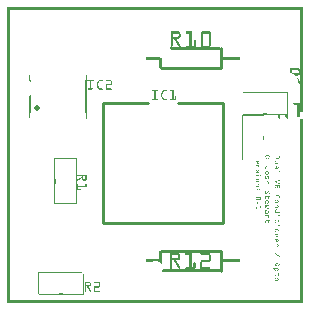
<source format=gto>
G04 MADE WITH FRITZING*
G04 WWW.FRITZING.ORG*
G04 DOUBLE SIDED*
G04 HOLES PLATED*
G04 CONTOUR ON CENTER OF CONTOUR VECTOR*
%ASAXBY*%
%FSLAX23Y23*%
%MOIN*%
%OFA0B0*%
%SFA1.0B1.0*%
%ADD10C,0.019307X0.00330709*%
%ADD11C,0.010000*%
%ADD12R,0.001000X0.001000*%
%LNSILK1*%
G90*
G70*
G54D10*
X98Y648D03*
G54D11*
X710Y782D02*
X510Y782D01*
D02*
X710Y848D02*
X710Y782D01*
D02*
X510Y173D02*
X710Y173D01*
D02*
X710Y173D02*
X710Y107D01*
D02*
X319Y665D02*
X319Y265D01*
D02*
X319Y265D02*
X719Y265D01*
D02*
X719Y265D02*
X719Y665D01*
D02*
X319Y665D02*
X469Y665D01*
D02*
X569Y665D02*
X719Y665D01*
G54D12*
X0Y984D02*
X983Y984D01*
X0Y983D02*
X983Y983D01*
X0Y982D02*
X983Y982D01*
X0Y981D02*
X983Y981D01*
X0Y980D02*
X983Y980D01*
X0Y979D02*
X983Y979D01*
X0Y978D02*
X983Y978D01*
X0Y977D02*
X983Y977D01*
X0Y976D02*
X7Y976D01*
X976Y976D02*
X983Y976D01*
X0Y975D02*
X7Y975D01*
X976Y975D02*
X983Y975D01*
X0Y974D02*
X7Y974D01*
X976Y974D02*
X983Y974D01*
X0Y973D02*
X7Y973D01*
X976Y973D02*
X983Y973D01*
X0Y972D02*
X7Y972D01*
X976Y972D02*
X983Y972D01*
X0Y971D02*
X7Y971D01*
X976Y971D02*
X983Y971D01*
X0Y970D02*
X7Y970D01*
X976Y970D02*
X983Y970D01*
X0Y969D02*
X7Y969D01*
X976Y969D02*
X983Y969D01*
X0Y968D02*
X7Y968D01*
X976Y968D02*
X983Y968D01*
X0Y967D02*
X7Y967D01*
X976Y967D02*
X983Y967D01*
X0Y966D02*
X7Y966D01*
X976Y966D02*
X983Y966D01*
X0Y965D02*
X7Y965D01*
X976Y965D02*
X983Y965D01*
X0Y964D02*
X7Y964D01*
X976Y964D02*
X983Y964D01*
X0Y963D02*
X7Y963D01*
X976Y963D02*
X983Y963D01*
X0Y962D02*
X7Y962D01*
X976Y962D02*
X983Y962D01*
X0Y961D02*
X7Y961D01*
X976Y961D02*
X983Y961D01*
X0Y960D02*
X7Y960D01*
X976Y960D02*
X983Y960D01*
X0Y959D02*
X7Y959D01*
X976Y959D02*
X983Y959D01*
X0Y958D02*
X7Y958D01*
X976Y958D02*
X983Y958D01*
X0Y957D02*
X7Y957D01*
X976Y957D02*
X983Y957D01*
X0Y956D02*
X7Y956D01*
X976Y956D02*
X983Y956D01*
X0Y955D02*
X7Y955D01*
X976Y955D02*
X983Y955D01*
X0Y954D02*
X7Y954D01*
X976Y954D02*
X983Y954D01*
X0Y953D02*
X7Y953D01*
X976Y953D02*
X983Y953D01*
X0Y952D02*
X7Y952D01*
X976Y952D02*
X983Y952D01*
X0Y951D02*
X7Y951D01*
X976Y951D02*
X983Y951D01*
X0Y950D02*
X7Y950D01*
X976Y950D02*
X983Y950D01*
X0Y949D02*
X7Y949D01*
X976Y949D02*
X983Y949D01*
X0Y948D02*
X7Y948D01*
X976Y948D02*
X983Y948D01*
X0Y947D02*
X7Y947D01*
X976Y947D02*
X983Y947D01*
X0Y946D02*
X7Y946D01*
X976Y946D02*
X983Y946D01*
X0Y945D02*
X7Y945D01*
X976Y945D02*
X983Y945D01*
X0Y944D02*
X7Y944D01*
X976Y944D02*
X983Y944D01*
X0Y943D02*
X7Y943D01*
X976Y943D02*
X983Y943D01*
X0Y942D02*
X7Y942D01*
X976Y942D02*
X983Y942D01*
X0Y941D02*
X7Y941D01*
X976Y941D02*
X983Y941D01*
X0Y940D02*
X7Y940D01*
X976Y940D02*
X983Y940D01*
X0Y939D02*
X7Y939D01*
X976Y939D02*
X983Y939D01*
X0Y938D02*
X7Y938D01*
X976Y938D02*
X983Y938D01*
X0Y937D02*
X7Y937D01*
X976Y937D02*
X983Y937D01*
X0Y936D02*
X7Y936D01*
X976Y936D02*
X983Y936D01*
X0Y935D02*
X7Y935D01*
X976Y935D02*
X983Y935D01*
X0Y934D02*
X7Y934D01*
X976Y934D02*
X983Y934D01*
X0Y933D02*
X7Y933D01*
X976Y933D02*
X983Y933D01*
X0Y932D02*
X7Y932D01*
X976Y932D02*
X983Y932D01*
X0Y931D02*
X7Y931D01*
X976Y931D02*
X983Y931D01*
X0Y930D02*
X7Y930D01*
X976Y930D02*
X983Y930D01*
X0Y929D02*
X7Y929D01*
X976Y929D02*
X983Y929D01*
X0Y928D02*
X7Y928D01*
X976Y928D02*
X983Y928D01*
X0Y927D02*
X7Y927D01*
X976Y927D02*
X983Y927D01*
X0Y926D02*
X7Y926D01*
X976Y926D02*
X983Y926D01*
X0Y925D02*
X7Y925D01*
X976Y925D02*
X983Y925D01*
X0Y924D02*
X7Y924D01*
X976Y924D02*
X983Y924D01*
X0Y923D02*
X7Y923D01*
X976Y923D02*
X983Y923D01*
X0Y922D02*
X7Y922D01*
X976Y922D02*
X983Y922D01*
X0Y921D02*
X7Y921D01*
X976Y921D02*
X983Y921D01*
X0Y920D02*
X7Y920D01*
X976Y920D02*
X983Y920D01*
X0Y919D02*
X7Y919D01*
X976Y919D02*
X983Y919D01*
X0Y918D02*
X7Y918D01*
X976Y918D02*
X983Y918D01*
X0Y917D02*
X7Y917D01*
X976Y917D02*
X983Y917D01*
X0Y916D02*
X7Y916D01*
X976Y916D02*
X983Y916D01*
X0Y915D02*
X7Y915D01*
X976Y915D02*
X983Y915D01*
X0Y914D02*
X7Y914D01*
X976Y914D02*
X983Y914D01*
X0Y913D02*
X7Y913D01*
X976Y913D02*
X983Y913D01*
X0Y912D02*
X7Y912D01*
X976Y912D02*
X983Y912D01*
X0Y911D02*
X7Y911D01*
X976Y911D02*
X983Y911D01*
X0Y910D02*
X7Y910D01*
X976Y910D02*
X983Y910D01*
X0Y909D02*
X7Y909D01*
X976Y909D02*
X983Y909D01*
X0Y908D02*
X7Y908D01*
X976Y908D02*
X983Y908D01*
X0Y907D02*
X7Y907D01*
X976Y907D02*
X983Y907D01*
X0Y906D02*
X7Y906D01*
X976Y906D02*
X983Y906D01*
X0Y905D02*
X7Y905D01*
X976Y905D02*
X983Y905D01*
X0Y904D02*
X7Y904D01*
X544Y904D02*
X571Y904D01*
X595Y904D02*
X614Y904D01*
X648Y904D02*
X674Y904D01*
X976Y904D02*
X983Y904D01*
X0Y903D02*
X7Y903D01*
X544Y903D02*
X573Y903D01*
X594Y903D02*
X614Y903D01*
X646Y903D02*
X675Y903D01*
X976Y903D02*
X983Y903D01*
X0Y902D02*
X7Y902D01*
X544Y902D02*
X574Y902D01*
X594Y902D02*
X614Y902D01*
X645Y902D02*
X676Y902D01*
X976Y902D02*
X983Y902D01*
X0Y901D02*
X7Y901D01*
X544Y901D02*
X575Y901D01*
X594Y901D02*
X614Y901D01*
X645Y901D02*
X677Y901D01*
X976Y901D02*
X983Y901D01*
X0Y900D02*
X7Y900D01*
X544Y900D02*
X575Y900D01*
X594Y900D02*
X614Y900D01*
X644Y900D02*
X677Y900D01*
X976Y900D02*
X983Y900D01*
X0Y899D02*
X7Y899D01*
X544Y899D02*
X576Y899D01*
X595Y899D02*
X614Y899D01*
X644Y899D02*
X677Y899D01*
X976Y899D02*
X983Y899D01*
X0Y898D02*
X7Y898D01*
X544Y898D02*
X576Y898D01*
X597Y898D02*
X614Y898D01*
X644Y898D02*
X678Y898D01*
X976Y898D02*
X983Y898D01*
X0Y897D02*
X7Y897D01*
X544Y897D02*
X550Y897D01*
X570Y897D02*
X577Y897D01*
X607Y897D02*
X614Y897D01*
X644Y897D02*
X650Y897D01*
X671Y897D02*
X678Y897D01*
X976Y897D02*
X983Y897D01*
X0Y896D02*
X7Y896D01*
X544Y896D02*
X550Y896D01*
X571Y896D02*
X577Y896D01*
X607Y896D02*
X614Y896D01*
X644Y896D02*
X650Y896D01*
X671Y896D02*
X678Y896D01*
X976Y896D02*
X983Y896D01*
X0Y895D02*
X7Y895D01*
X544Y895D02*
X550Y895D01*
X571Y895D02*
X577Y895D01*
X607Y895D02*
X614Y895D01*
X644Y895D02*
X650Y895D01*
X671Y895D02*
X678Y895D01*
X976Y895D02*
X983Y895D01*
X0Y894D02*
X7Y894D01*
X544Y894D02*
X550Y894D01*
X571Y894D02*
X577Y894D01*
X607Y894D02*
X614Y894D01*
X644Y894D02*
X650Y894D01*
X671Y894D02*
X678Y894D01*
X976Y894D02*
X983Y894D01*
X0Y893D02*
X7Y893D01*
X544Y893D02*
X550Y893D01*
X571Y893D02*
X577Y893D01*
X607Y893D02*
X614Y893D01*
X644Y893D02*
X650Y893D01*
X671Y893D02*
X678Y893D01*
X976Y893D02*
X983Y893D01*
X0Y892D02*
X7Y892D01*
X544Y892D02*
X550Y892D01*
X571Y892D02*
X577Y892D01*
X607Y892D02*
X614Y892D01*
X644Y892D02*
X650Y892D01*
X671Y892D02*
X678Y892D01*
X976Y892D02*
X983Y892D01*
X0Y891D02*
X7Y891D01*
X544Y891D02*
X550Y891D01*
X571Y891D02*
X577Y891D01*
X607Y891D02*
X614Y891D01*
X644Y891D02*
X650Y891D01*
X671Y891D02*
X678Y891D01*
X976Y891D02*
X983Y891D01*
X0Y890D02*
X7Y890D01*
X544Y890D02*
X550Y890D01*
X571Y890D02*
X577Y890D01*
X607Y890D02*
X614Y890D01*
X644Y890D02*
X650Y890D01*
X671Y890D02*
X678Y890D01*
X976Y890D02*
X983Y890D01*
X0Y889D02*
X7Y889D01*
X544Y889D02*
X550Y889D01*
X571Y889D02*
X577Y889D01*
X607Y889D02*
X614Y889D01*
X644Y889D02*
X650Y889D01*
X671Y889D02*
X678Y889D01*
X976Y889D02*
X983Y889D01*
X0Y888D02*
X7Y888D01*
X544Y888D02*
X550Y888D01*
X570Y888D02*
X577Y888D01*
X607Y888D02*
X614Y888D01*
X644Y888D02*
X650Y888D01*
X671Y888D02*
X678Y888D01*
X976Y888D02*
X983Y888D01*
X0Y887D02*
X7Y887D01*
X544Y887D02*
X576Y887D01*
X607Y887D02*
X614Y887D01*
X644Y887D02*
X650Y887D01*
X671Y887D02*
X678Y887D01*
X976Y887D02*
X983Y887D01*
X0Y886D02*
X7Y886D01*
X544Y886D02*
X576Y886D01*
X607Y886D02*
X614Y886D01*
X644Y886D02*
X650Y886D01*
X671Y886D02*
X678Y886D01*
X976Y886D02*
X983Y886D01*
X0Y885D02*
X7Y885D01*
X544Y885D02*
X575Y885D01*
X607Y885D02*
X614Y885D01*
X644Y885D02*
X650Y885D01*
X671Y885D02*
X678Y885D01*
X976Y885D02*
X983Y885D01*
X0Y884D02*
X7Y884D01*
X544Y884D02*
X575Y884D01*
X607Y884D02*
X614Y884D01*
X644Y884D02*
X650Y884D01*
X671Y884D02*
X678Y884D01*
X976Y884D02*
X983Y884D01*
X0Y883D02*
X7Y883D01*
X544Y883D02*
X574Y883D01*
X607Y883D02*
X614Y883D01*
X644Y883D02*
X650Y883D01*
X671Y883D02*
X678Y883D01*
X976Y883D02*
X983Y883D01*
X0Y882D02*
X7Y882D01*
X544Y882D02*
X572Y882D01*
X607Y882D02*
X614Y882D01*
X644Y882D02*
X650Y882D01*
X671Y882D02*
X678Y882D01*
X976Y882D02*
X983Y882D01*
X0Y881D02*
X7Y881D01*
X544Y881D02*
X570Y881D01*
X607Y881D02*
X614Y881D01*
X644Y881D02*
X650Y881D01*
X671Y881D02*
X678Y881D01*
X976Y881D02*
X983Y881D01*
X0Y880D02*
X7Y880D01*
X544Y880D02*
X550Y880D01*
X555Y880D02*
X563Y880D01*
X607Y880D02*
X614Y880D01*
X644Y880D02*
X650Y880D01*
X671Y880D02*
X678Y880D01*
X976Y880D02*
X983Y880D01*
X0Y879D02*
X7Y879D01*
X544Y879D02*
X550Y879D01*
X556Y879D02*
X563Y879D01*
X607Y879D02*
X614Y879D01*
X644Y879D02*
X650Y879D01*
X671Y879D02*
X678Y879D01*
X976Y879D02*
X983Y879D01*
X0Y878D02*
X7Y878D01*
X544Y878D02*
X550Y878D01*
X557Y878D02*
X564Y878D01*
X607Y878D02*
X614Y878D01*
X644Y878D02*
X650Y878D01*
X671Y878D02*
X678Y878D01*
X976Y878D02*
X983Y878D01*
X0Y877D02*
X7Y877D01*
X544Y877D02*
X550Y877D01*
X557Y877D02*
X564Y877D01*
X607Y877D02*
X614Y877D01*
X644Y877D02*
X650Y877D01*
X671Y877D02*
X678Y877D01*
X976Y877D02*
X983Y877D01*
X0Y876D02*
X7Y876D01*
X544Y876D02*
X550Y876D01*
X558Y876D02*
X565Y876D01*
X607Y876D02*
X614Y876D01*
X644Y876D02*
X650Y876D01*
X671Y876D02*
X678Y876D01*
X976Y876D02*
X983Y876D01*
X0Y875D02*
X7Y875D01*
X544Y875D02*
X550Y875D01*
X558Y875D02*
X566Y875D01*
X607Y875D02*
X614Y875D01*
X623Y875D02*
X625Y875D01*
X644Y875D02*
X650Y875D01*
X671Y875D02*
X678Y875D01*
X976Y875D02*
X983Y875D01*
X0Y874D02*
X7Y874D01*
X544Y874D02*
X550Y874D01*
X559Y874D02*
X566Y874D01*
X607Y874D02*
X614Y874D01*
X622Y874D02*
X627Y874D01*
X644Y874D02*
X650Y874D01*
X671Y874D02*
X678Y874D01*
X976Y874D02*
X983Y874D01*
X0Y873D02*
X7Y873D01*
X544Y873D02*
X550Y873D01*
X560Y873D02*
X567Y873D01*
X607Y873D02*
X614Y873D01*
X622Y873D02*
X627Y873D01*
X644Y873D02*
X650Y873D01*
X671Y873D02*
X678Y873D01*
X976Y873D02*
X983Y873D01*
X0Y872D02*
X7Y872D01*
X544Y872D02*
X550Y872D01*
X560Y872D02*
X567Y872D01*
X607Y872D02*
X614Y872D01*
X621Y872D02*
X627Y872D01*
X644Y872D02*
X650Y872D01*
X671Y872D02*
X678Y872D01*
X976Y872D02*
X983Y872D01*
X0Y871D02*
X7Y871D01*
X544Y871D02*
X550Y871D01*
X561Y871D02*
X568Y871D01*
X607Y871D02*
X614Y871D01*
X621Y871D02*
X627Y871D01*
X644Y871D02*
X650Y871D01*
X671Y871D02*
X678Y871D01*
X976Y871D02*
X983Y871D01*
X0Y870D02*
X7Y870D01*
X544Y870D02*
X550Y870D01*
X561Y870D02*
X569Y870D01*
X607Y870D02*
X614Y870D01*
X621Y870D02*
X627Y870D01*
X644Y870D02*
X650Y870D01*
X671Y870D02*
X678Y870D01*
X976Y870D02*
X983Y870D01*
X0Y869D02*
X7Y869D01*
X544Y869D02*
X550Y869D01*
X562Y869D02*
X569Y869D01*
X607Y869D02*
X614Y869D01*
X621Y869D02*
X627Y869D01*
X644Y869D02*
X650Y869D01*
X671Y869D02*
X678Y869D01*
X976Y869D02*
X983Y869D01*
X0Y868D02*
X7Y868D01*
X544Y868D02*
X550Y868D01*
X562Y868D02*
X570Y868D01*
X607Y868D02*
X614Y868D01*
X621Y868D02*
X627Y868D01*
X644Y868D02*
X650Y868D01*
X671Y868D02*
X678Y868D01*
X976Y868D02*
X983Y868D01*
X0Y867D02*
X7Y867D01*
X544Y867D02*
X550Y867D01*
X563Y867D02*
X570Y867D01*
X607Y867D02*
X614Y867D01*
X621Y867D02*
X627Y867D01*
X644Y867D02*
X650Y867D01*
X671Y867D02*
X678Y867D01*
X976Y867D02*
X983Y867D01*
X0Y866D02*
X7Y866D01*
X544Y866D02*
X550Y866D01*
X564Y866D02*
X571Y866D01*
X607Y866D02*
X614Y866D01*
X621Y866D02*
X627Y866D01*
X644Y866D02*
X650Y866D01*
X671Y866D02*
X678Y866D01*
X976Y866D02*
X983Y866D01*
X0Y865D02*
X7Y865D01*
X544Y865D02*
X550Y865D01*
X564Y865D02*
X571Y865D01*
X607Y865D02*
X614Y865D01*
X621Y865D02*
X627Y865D01*
X644Y865D02*
X650Y865D01*
X671Y865D02*
X678Y865D01*
X976Y865D02*
X983Y865D01*
X0Y864D02*
X7Y864D01*
X544Y864D02*
X550Y864D01*
X565Y864D02*
X572Y864D01*
X607Y864D02*
X614Y864D01*
X621Y864D02*
X627Y864D01*
X644Y864D02*
X650Y864D01*
X671Y864D02*
X678Y864D01*
X976Y864D02*
X983Y864D01*
X0Y863D02*
X7Y863D01*
X544Y863D02*
X550Y863D01*
X565Y863D02*
X573Y863D01*
X607Y863D02*
X614Y863D01*
X621Y863D02*
X627Y863D01*
X644Y863D02*
X650Y863D01*
X671Y863D02*
X678Y863D01*
X976Y863D02*
X983Y863D01*
X0Y862D02*
X7Y862D01*
X544Y862D02*
X550Y862D01*
X566Y862D02*
X573Y862D01*
X607Y862D02*
X614Y862D01*
X621Y862D02*
X627Y862D01*
X644Y862D02*
X650Y862D01*
X671Y862D02*
X678Y862D01*
X976Y862D02*
X983Y862D01*
X0Y861D02*
X7Y861D01*
X544Y861D02*
X550Y861D01*
X567Y861D02*
X574Y861D01*
X607Y861D02*
X614Y861D01*
X621Y861D02*
X627Y861D01*
X644Y861D02*
X650Y861D01*
X671Y861D02*
X678Y861D01*
X976Y861D02*
X983Y861D01*
X0Y860D02*
X7Y860D01*
X544Y860D02*
X550Y860D01*
X567Y860D02*
X574Y860D01*
X607Y860D02*
X614Y860D01*
X621Y860D02*
X627Y860D01*
X644Y860D02*
X650Y860D01*
X671Y860D02*
X678Y860D01*
X976Y860D02*
X983Y860D01*
X0Y859D02*
X7Y859D01*
X544Y859D02*
X550Y859D01*
X568Y859D02*
X575Y859D01*
X607Y859D02*
X614Y859D01*
X621Y859D02*
X627Y859D01*
X644Y859D02*
X650Y859D01*
X671Y859D02*
X678Y859D01*
X976Y859D02*
X983Y859D01*
X0Y858D02*
X7Y858D01*
X544Y858D02*
X550Y858D01*
X568Y858D02*
X576Y858D01*
X607Y858D02*
X614Y858D01*
X621Y858D02*
X627Y858D01*
X644Y858D02*
X650Y858D01*
X671Y858D02*
X678Y858D01*
X976Y858D02*
X983Y858D01*
X0Y857D02*
X7Y857D01*
X544Y857D02*
X550Y857D01*
X569Y857D02*
X576Y857D01*
X595Y857D02*
X627Y857D01*
X644Y857D02*
X677Y857D01*
X976Y857D02*
X983Y857D01*
X0Y856D02*
X7Y856D01*
X544Y856D02*
X550Y856D01*
X569Y856D02*
X577Y856D01*
X594Y856D02*
X627Y856D01*
X644Y856D02*
X677Y856D01*
X976Y856D02*
X983Y856D01*
X0Y855D02*
X7Y855D01*
X544Y855D02*
X550Y855D01*
X570Y855D02*
X577Y855D01*
X594Y855D02*
X627Y855D01*
X645Y855D02*
X677Y855D01*
X976Y855D02*
X983Y855D01*
X0Y854D02*
X7Y854D01*
X544Y854D02*
X549Y854D01*
X571Y854D02*
X577Y854D01*
X594Y854D02*
X627Y854D01*
X645Y854D02*
X676Y854D01*
X976Y854D02*
X983Y854D01*
X0Y853D02*
X7Y853D01*
X540Y853D02*
X708Y853D01*
X976Y853D02*
X983Y853D01*
X0Y852D02*
X7Y852D01*
X540Y852D02*
X709Y852D01*
X976Y852D02*
X983Y852D01*
X0Y851D02*
X7Y851D01*
X541Y851D02*
X709Y851D01*
X976Y851D02*
X983Y851D01*
X0Y850D02*
X7Y850D01*
X541Y850D02*
X709Y850D01*
X976Y850D02*
X983Y850D01*
X0Y849D02*
X7Y849D01*
X542Y849D02*
X709Y849D01*
X976Y849D02*
X983Y849D01*
X0Y848D02*
X7Y848D01*
X542Y848D02*
X709Y848D01*
X976Y848D02*
X983Y848D01*
X0Y847D02*
X7Y847D01*
X543Y847D02*
X709Y847D01*
X976Y847D02*
X983Y847D01*
X0Y846D02*
X7Y846D01*
X543Y846D02*
X709Y846D01*
X976Y846D02*
X983Y846D01*
X0Y845D02*
X7Y845D01*
X543Y845D02*
X709Y845D01*
X976Y845D02*
X983Y845D01*
X0Y844D02*
X7Y844D01*
X544Y844D02*
X709Y844D01*
X976Y844D02*
X983Y844D01*
X0Y843D02*
X7Y843D01*
X976Y843D02*
X983Y843D01*
X0Y842D02*
X7Y842D01*
X976Y842D02*
X983Y842D01*
X0Y841D02*
X7Y841D01*
X976Y841D02*
X983Y841D01*
X0Y840D02*
X7Y840D01*
X976Y840D02*
X983Y840D01*
X0Y839D02*
X7Y839D01*
X976Y839D02*
X983Y839D01*
X0Y838D02*
X7Y838D01*
X976Y838D02*
X983Y838D01*
X0Y837D02*
X7Y837D01*
X976Y837D02*
X983Y837D01*
X0Y836D02*
X7Y836D01*
X976Y836D02*
X983Y836D01*
X0Y835D02*
X7Y835D01*
X976Y835D02*
X983Y835D01*
X0Y834D02*
X7Y834D01*
X976Y834D02*
X983Y834D01*
X0Y833D02*
X7Y833D01*
X976Y833D02*
X983Y833D01*
X0Y832D02*
X7Y832D01*
X976Y832D02*
X983Y832D01*
X0Y831D02*
X7Y831D01*
X976Y831D02*
X983Y831D01*
X0Y830D02*
X7Y830D01*
X976Y830D02*
X983Y830D01*
X0Y829D02*
X7Y829D01*
X976Y829D02*
X983Y829D01*
X0Y828D02*
X7Y828D01*
X976Y828D02*
X983Y828D01*
X0Y827D02*
X7Y827D01*
X976Y827D02*
X983Y827D01*
X0Y826D02*
X7Y826D01*
X976Y826D02*
X983Y826D01*
X0Y825D02*
X7Y825D01*
X976Y825D02*
X983Y825D01*
X0Y824D02*
X7Y824D01*
X976Y824D02*
X983Y824D01*
X0Y823D02*
X7Y823D01*
X976Y823D02*
X983Y823D01*
X0Y822D02*
X7Y822D01*
X976Y822D02*
X983Y822D01*
X0Y821D02*
X7Y821D01*
X976Y821D02*
X983Y821D01*
X0Y820D02*
X7Y820D01*
X461Y820D02*
X505Y820D01*
X710Y820D02*
X776Y820D01*
X976Y820D02*
X983Y820D01*
X0Y819D02*
X7Y819D01*
X462Y819D02*
X507Y819D01*
X710Y819D02*
X776Y819D01*
X976Y819D02*
X983Y819D01*
X0Y818D02*
X7Y818D01*
X462Y818D02*
X509Y818D01*
X710Y818D02*
X776Y818D01*
X976Y818D02*
X983Y818D01*
X0Y817D02*
X7Y817D01*
X462Y817D02*
X511Y817D01*
X710Y817D02*
X776Y817D01*
X976Y817D02*
X983Y817D01*
X0Y816D02*
X7Y816D01*
X462Y816D02*
X514Y816D01*
X710Y816D02*
X776Y816D01*
X976Y816D02*
X983Y816D01*
X0Y815D02*
X7Y815D01*
X462Y815D02*
X514Y815D01*
X710Y815D02*
X776Y815D01*
X976Y815D02*
X983Y815D01*
X0Y814D02*
X7Y814D01*
X462Y814D02*
X514Y814D01*
X710Y814D02*
X776Y814D01*
X976Y814D02*
X983Y814D01*
X0Y813D02*
X7Y813D01*
X462Y813D02*
X514Y813D01*
X710Y813D02*
X776Y813D01*
X976Y813D02*
X983Y813D01*
X0Y812D02*
X7Y812D01*
X462Y812D02*
X514Y812D01*
X710Y812D02*
X776Y812D01*
X976Y812D02*
X983Y812D01*
X0Y811D02*
X7Y811D01*
X462Y811D02*
X514Y811D01*
X710Y811D02*
X776Y811D01*
X976Y811D02*
X983Y811D01*
X0Y810D02*
X7Y810D01*
X505Y810D02*
X514Y810D01*
X976Y810D02*
X983Y810D01*
X0Y809D02*
X7Y809D01*
X505Y809D02*
X514Y809D01*
X976Y809D02*
X983Y809D01*
X0Y808D02*
X7Y808D01*
X505Y808D02*
X514Y808D01*
X976Y808D02*
X983Y808D01*
X0Y807D02*
X7Y807D01*
X505Y807D02*
X514Y807D01*
X976Y807D02*
X983Y807D01*
X0Y806D02*
X7Y806D01*
X505Y806D02*
X514Y806D01*
X976Y806D02*
X983Y806D01*
X0Y805D02*
X7Y805D01*
X505Y805D02*
X514Y805D01*
X976Y805D02*
X983Y805D01*
X0Y804D02*
X7Y804D01*
X505Y804D02*
X514Y804D01*
X976Y804D02*
X983Y804D01*
X0Y803D02*
X7Y803D01*
X505Y803D02*
X514Y803D01*
X976Y803D02*
X983Y803D01*
X0Y802D02*
X7Y802D01*
X505Y802D02*
X514Y802D01*
X976Y802D02*
X983Y802D01*
X0Y801D02*
X7Y801D01*
X505Y801D02*
X514Y801D01*
X976Y801D02*
X983Y801D01*
X0Y800D02*
X7Y800D01*
X505Y800D02*
X514Y800D01*
X976Y800D02*
X983Y800D01*
X0Y799D02*
X7Y799D01*
X505Y799D02*
X514Y799D01*
X976Y799D02*
X983Y799D01*
X0Y798D02*
X7Y798D01*
X505Y798D02*
X514Y798D01*
X976Y798D02*
X983Y798D01*
X0Y797D02*
X7Y797D01*
X505Y797D02*
X514Y797D01*
X976Y797D02*
X983Y797D01*
X0Y796D02*
X7Y796D01*
X505Y796D02*
X514Y796D01*
X976Y796D02*
X983Y796D01*
X0Y795D02*
X7Y795D01*
X505Y795D02*
X514Y795D01*
X976Y795D02*
X983Y795D01*
X0Y794D02*
X7Y794D01*
X505Y794D02*
X514Y794D01*
X976Y794D02*
X983Y794D01*
X0Y793D02*
X7Y793D01*
X505Y793D02*
X514Y793D01*
X976Y793D02*
X983Y793D01*
X0Y792D02*
X7Y792D01*
X505Y792D02*
X514Y792D01*
X976Y792D02*
X983Y792D01*
X0Y791D02*
X7Y791D01*
X505Y791D02*
X514Y791D01*
X976Y791D02*
X983Y791D01*
X0Y790D02*
X7Y790D01*
X505Y790D02*
X514Y790D01*
X976Y790D02*
X983Y790D01*
X0Y789D02*
X7Y789D01*
X505Y789D02*
X514Y789D01*
X976Y789D02*
X983Y789D01*
X0Y788D02*
X7Y788D01*
X505Y788D02*
X514Y788D01*
X976Y788D02*
X983Y788D01*
X0Y787D02*
X7Y787D01*
X505Y787D02*
X514Y787D01*
X976Y787D02*
X983Y787D01*
X0Y786D02*
X7Y786D01*
X505Y786D02*
X514Y786D01*
X976Y786D02*
X983Y786D01*
X0Y785D02*
X7Y785D01*
X505Y785D02*
X514Y785D01*
X976Y785D02*
X983Y785D01*
X0Y784D02*
X7Y784D01*
X505Y784D02*
X514Y784D01*
X976Y784D02*
X983Y784D01*
X0Y783D02*
X7Y783D01*
X505Y783D02*
X514Y783D01*
X976Y783D02*
X983Y783D01*
X0Y782D02*
X7Y782D01*
X943Y782D02*
X969Y782D01*
X976Y782D02*
X983Y782D01*
X0Y781D02*
X7Y781D01*
X943Y781D02*
X971Y781D01*
X976Y781D02*
X983Y781D01*
X0Y780D02*
X7Y780D01*
X943Y780D02*
X973Y780D01*
X976Y780D02*
X983Y780D01*
X0Y779D02*
X7Y779D01*
X943Y779D02*
X974Y779D01*
X976Y779D02*
X983Y779D01*
X0Y778D02*
X7Y778D01*
X943Y778D02*
X983Y778D01*
X0Y777D02*
X7Y777D01*
X943Y777D02*
X983Y777D01*
X0Y776D02*
X7Y776D01*
X943Y776D02*
X983Y776D01*
X0Y775D02*
X7Y775D01*
X943Y775D02*
X949Y775D01*
X969Y775D02*
X983Y775D01*
X0Y774D02*
X7Y774D01*
X943Y774D02*
X949Y774D01*
X970Y774D02*
X983Y774D01*
X0Y773D02*
X7Y773D01*
X943Y773D02*
X949Y773D01*
X970Y773D02*
X983Y773D01*
X0Y772D02*
X7Y772D01*
X943Y772D02*
X949Y772D01*
X971Y772D02*
X983Y772D01*
X0Y771D02*
X7Y771D01*
X943Y771D02*
X949Y771D01*
X971Y771D02*
X983Y771D01*
X0Y770D02*
X7Y770D01*
X943Y770D02*
X949Y770D01*
X971Y770D02*
X983Y770D01*
X0Y769D02*
X7Y769D01*
X943Y769D02*
X949Y769D01*
X971Y769D02*
X983Y769D01*
X0Y768D02*
X7Y768D01*
X943Y768D02*
X949Y768D01*
X971Y768D02*
X983Y768D01*
X0Y767D02*
X7Y767D01*
X943Y767D02*
X949Y767D01*
X970Y767D02*
X983Y767D01*
X0Y766D02*
X7Y766D01*
X943Y766D02*
X949Y766D01*
X970Y766D02*
X983Y766D01*
X0Y765D02*
X7Y765D01*
X943Y765D02*
X949Y765D01*
X969Y765D02*
X983Y765D01*
X0Y764D02*
X7Y764D01*
X949Y764D02*
X983Y764D01*
X0Y763D02*
X7Y763D01*
X952Y763D02*
X983Y763D01*
X0Y762D02*
X7Y762D01*
X954Y762D02*
X983Y762D01*
X0Y761D02*
X7Y761D01*
X76Y761D02*
X76Y761D01*
X262Y761D02*
X262Y761D01*
X956Y761D02*
X974Y761D01*
X976Y761D02*
X983Y761D01*
X0Y760D02*
X7Y760D01*
X74Y760D02*
X76Y760D01*
X261Y760D02*
X264Y760D01*
X958Y760D02*
X973Y760D01*
X976Y760D02*
X983Y760D01*
X0Y759D02*
X7Y759D01*
X74Y759D02*
X76Y759D01*
X261Y759D02*
X264Y759D01*
X959Y759D02*
X971Y759D01*
X976Y759D02*
X983Y759D01*
X0Y758D02*
X7Y758D01*
X73Y758D02*
X76Y758D01*
X261Y758D02*
X264Y758D01*
X960Y758D02*
X969Y758D01*
X976Y758D02*
X983Y758D01*
X0Y757D02*
X7Y757D01*
X73Y757D02*
X76Y757D01*
X261Y757D02*
X264Y757D01*
X961Y757D02*
X963Y757D01*
X976Y757D02*
X983Y757D01*
X0Y756D02*
X7Y756D01*
X73Y756D02*
X76Y756D01*
X261Y756D02*
X264Y756D01*
X962Y756D02*
X963Y756D01*
X976Y756D02*
X983Y756D01*
X0Y755D02*
X7Y755D01*
X73Y755D02*
X76Y755D01*
X261Y755D02*
X264Y755D01*
X963Y755D02*
X964Y755D01*
X976Y755D02*
X983Y755D01*
X0Y754D02*
X7Y754D01*
X73Y754D02*
X76Y754D01*
X261Y754D02*
X264Y754D01*
X964Y754D02*
X964Y754D01*
X976Y754D02*
X983Y754D01*
X0Y753D02*
X7Y753D01*
X73Y753D02*
X76Y753D01*
X261Y753D02*
X264Y753D01*
X964Y753D02*
X965Y753D01*
X976Y753D02*
X983Y753D01*
X0Y752D02*
X7Y752D01*
X73Y752D02*
X76Y752D01*
X261Y752D02*
X264Y752D01*
X965Y752D02*
X965Y752D01*
X976Y752D02*
X983Y752D01*
X0Y751D02*
X7Y751D01*
X73Y751D02*
X76Y751D01*
X261Y751D02*
X264Y751D01*
X966Y751D02*
X966Y751D01*
X976Y751D02*
X983Y751D01*
X0Y750D02*
X7Y750D01*
X73Y750D02*
X76Y750D01*
X261Y750D02*
X264Y750D01*
X966Y750D02*
X967Y750D01*
X976Y750D02*
X983Y750D01*
X0Y749D02*
X7Y749D01*
X73Y749D02*
X76Y749D01*
X261Y749D02*
X264Y749D01*
X967Y749D02*
X967Y749D01*
X976Y749D02*
X983Y749D01*
X0Y748D02*
X7Y748D01*
X73Y748D02*
X76Y748D01*
X261Y748D02*
X264Y748D01*
X967Y748D02*
X968Y748D01*
X976Y748D02*
X983Y748D01*
X0Y747D02*
X7Y747D01*
X73Y747D02*
X76Y747D01*
X261Y747D02*
X264Y747D01*
X967Y747D02*
X968Y747D01*
X976Y747D02*
X983Y747D01*
X0Y746D02*
X7Y746D01*
X73Y746D02*
X76Y746D01*
X261Y746D02*
X264Y746D01*
X968Y746D02*
X969Y746D01*
X976Y746D02*
X983Y746D01*
X0Y745D02*
X7Y745D01*
X73Y745D02*
X76Y745D01*
X261Y745D02*
X264Y745D01*
X968Y745D02*
X970Y745D01*
X976Y745D02*
X983Y745D01*
X0Y744D02*
X7Y744D01*
X73Y744D02*
X76Y744D01*
X261Y744D02*
X264Y744D01*
X968Y744D02*
X970Y744D01*
X976Y744D02*
X983Y744D01*
X0Y743D02*
X7Y743D01*
X73Y743D02*
X76Y743D01*
X261Y743D02*
X264Y743D01*
X969Y743D02*
X971Y743D01*
X976Y743D02*
X983Y743D01*
X0Y742D02*
X7Y742D01*
X73Y742D02*
X76Y742D01*
X261Y742D02*
X264Y742D01*
X268Y742D02*
X286Y742D01*
X306Y742D02*
X316Y742D01*
X328Y742D02*
X345Y742D01*
X969Y742D02*
X971Y742D01*
X976Y742D02*
X983Y742D01*
X0Y741D02*
X7Y741D01*
X73Y741D02*
X78Y741D01*
X259Y741D02*
X264Y741D01*
X267Y741D02*
X287Y741D01*
X304Y741D02*
X317Y741D01*
X328Y741D02*
X346Y741D01*
X969Y741D02*
X972Y741D01*
X976Y741D02*
X983Y741D01*
X0Y740D02*
X7Y740D01*
X73Y740D02*
X78Y740D01*
X259Y740D02*
X264Y740D01*
X267Y740D02*
X287Y740D01*
X303Y740D02*
X317Y740D01*
X328Y740D02*
X347Y740D01*
X969Y740D02*
X972Y740D01*
X976Y740D02*
X983Y740D01*
X0Y739D02*
X7Y739D01*
X75Y739D02*
X78Y739D01*
X259Y739D02*
X264Y739D01*
X268Y739D02*
X286Y739D01*
X303Y739D02*
X316Y739D01*
X328Y739D02*
X347Y739D01*
X969Y739D02*
X973Y739D01*
X976Y739D02*
X983Y739D01*
X0Y738D02*
X7Y738D01*
X77Y738D02*
X78Y738D01*
X259Y738D02*
X264Y738D01*
X276Y738D02*
X279Y738D01*
X302Y738D02*
X306Y738D01*
X344Y738D02*
X347Y738D01*
X969Y738D02*
X974Y738D01*
X976Y738D02*
X983Y738D01*
X0Y737D02*
X7Y737D01*
X259Y737D02*
X264Y737D01*
X276Y737D02*
X279Y737D01*
X302Y737D02*
X305Y737D01*
X344Y737D02*
X347Y737D01*
X969Y737D02*
X974Y737D01*
X976Y737D02*
X983Y737D01*
X0Y736D02*
X7Y736D01*
X259Y736D02*
X264Y736D01*
X276Y736D02*
X279Y736D01*
X301Y736D02*
X305Y736D01*
X344Y736D02*
X347Y736D01*
X968Y736D02*
X983Y736D01*
X0Y735D02*
X7Y735D01*
X259Y735D02*
X264Y735D01*
X276Y735D02*
X279Y735D01*
X301Y735D02*
X304Y735D01*
X344Y735D02*
X347Y735D01*
X968Y735D02*
X983Y735D01*
X0Y734D02*
X7Y734D01*
X259Y734D02*
X264Y734D01*
X276Y734D02*
X279Y734D01*
X300Y734D02*
X304Y734D01*
X344Y734D02*
X347Y734D01*
X969Y734D02*
X983Y734D01*
X0Y733D02*
X7Y733D01*
X259Y733D02*
X264Y733D01*
X276Y733D02*
X279Y733D01*
X300Y733D02*
X303Y733D01*
X344Y733D02*
X347Y733D01*
X969Y733D02*
X983Y733D01*
X0Y732D02*
X7Y732D01*
X259Y732D02*
X264Y732D01*
X276Y732D02*
X279Y732D01*
X299Y732D02*
X303Y732D01*
X344Y732D02*
X347Y732D01*
X970Y732D02*
X983Y732D01*
X0Y731D02*
X7Y731D01*
X259Y731D02*
X264Y731D01*
X276Y731D02*
X279Y731D01*
X299Y731D02*
X302Y731D01*
X344Y731D02*
X347Y731D01*
X971Y731D02*
X983Y731D01*
X0Y730D02*
X7Y730D01*
X259Y730D02*
X264Y730D01*
X276Y730D02*
X279Y730D01*
X298Y730D02*
X302Y730D01*
X344Y730D02*
X347Y730D01*
X971Y730D02*
X983Y730D01*
X0Y729D02*
X7Y729D01*
X259Y729D02*
X264Y729D01*
X276Y729D02*
X279Y729D01*
X298Y729D02*
X301Y729D01*
X344Y729D02*
X347Y729D01*
X972Y729D02*
X983Y729D01*
X0Y728D02*
X7Y728D01*
X259Y728D02*
X264Y728D01*
X276Y728D02*
X279Y728D01*
X298Y728D02*
X301Y728D01*
X330Y728D02*
X347Y728D01*
X976Y728D02*
X983Y728D01*
X0Y727D02*
X7Y727D01*
X259Y727D02*
X264Y727D01*
X276Y727D02*
X279Y727D01*
X298Y727D02*
X301Y727D01*
X329Y727D02*
X347Y727D01*
X976Y727D02*
X983Y727D01*
X0Y726D02*
X7Y726D01*
X259Y726D02*
X264Y726D01*
X276Y726D02*
X279Y726D01*
X297Y726D02*
X301Y726D01*
X328Y726D02*
X346Y726D01*
X976Y726D02*
X983Y726D01*
X0Y725D02*
X7Y725D01*
X259Y725D02*
X264Y725D01*
X276Y725D02*
X279Y725D01*
X298Y725D02*
X301Y725D01*
X328Y725D02*
X345Y725D01*
X976Y725D02*
X983Y725D01*
X0Y724D02*
X7Y724D01*
X259Y724D02*
X264Y724D01*
X276Y724D02*
X279Y724D01*
X298Y724D02*
X301Y724D01*
X328Y724D02*
X331Y724D01*
X976Y724D02*
X983Y724D01*
X0Y723D02*
X7Y723D01*
X259Y723D02*
X264Y723D01*
X276Y723D02*
X279Y723D01*
X298Y723D02*
X302Y723D01*
X328Y723D02*
X331Y723D01*
X976Y723D02*
X983Y723D01*
X0Y722D02*
X7Y722D01*
X259Y722D02*
X264Y722D01*
X276Y722D02*
X279Y722D01*
X298Y722D02*
X302Y722D01*
X328Y722D02*
X331Y722D01*
X976Y722D02*
X983Y722D01*
X0Y721D02*
X7Y721D01*
X259Y721D02*
X264Y721D01*
X276Y721D02*
X279Y721D01*
X299Y721D02*
X303Y721D01*
X328Y721D02*
X331Y721D01*
X976Y721D02*
X983Y721D01*
X0Y720D02*
X7Y720D01*
X259Y720D02*
X264Y720D01*
X276Y720D02*
X279Y720D01*
X299Y720D02*
X303Y720D01*
X328Y720D02*
X331Y720D01*
X976Y720D02*
X983Y720D01*
X0Y719D02*
X7Y719D01*
X259Y719D02*
X264Y719D01*
X276Y719D02*
X279Y719D01*
X300Y719D02*
X304Y719D01*
X328Y719D02*
X331Y719D01*
X976Y719D02*
X983Y719D01*
X0Y718D02*
X7Y718D01*
X259Y718D02*
X264Y718D01*
X276Y718D02*
X279Y718D01*
X300Y718D02*
X304Y718D01*
X328Y718D02*
X331Y718D01*
X976Y718D02*
X983Y718D01*
X0Y717D02*
X7Y717D01*
X259Y717D02*
X264Y717D01*
X276Y717D02*
X279Y717D01*
X301Y717D02*
X305Y717D01*
X328Y717D02*
X331Y717D01*
X976Y717D02*
X983Y717D01*
X0Y716D02*
X7Y716D01*
X259Y716D02*
X264Y716D01*
X276Y716D02*
X279Y716D01*
X301Y716D02*
X305Y716D01*
X328Y716D02*
X331Y716D01*
X976Y716D02*
X983Y716D01*
X0Y715D02*
X7Y715D01*
X259Y715D02*
X264Y715D01*
X276Y715D02*
X279Y715D01*
X302Y715D02*
X306Y715D01*
X328Y715D02*
X331Y715D01*
X976Y715D02*
X983Y715D01*
X0Y714D02*
X7Y714D01*
X259Y714D02*
X264Y714D01*
X268Y714D02*
X286Y714D01*
X303Y714D02*
X316Y714D01*
X328Y714D02*
X346Y714D01*
X976Y714D02*
X983Y714D01*
X0Y713D02*
X7Y713D01*
X259Y713D02*
X264Y713D01*
X268Y713D02*
X285Y713D01*
X303Y713D02*
X317Y713D01*
X328Y713D02*
X347Y713D01*
X976Y713D02*
X983Y713D01*
X0Y712D02*
X7Y712D01*
X259Y712D02*
X264Y712D01*
X267Y712D02*
X283Y712D01*
X304Y712D02*
X317Y712D01*
X328Y712D02*
X347Y712D01*
X976Y712D02*
X983Y712D01*
X0Y711D02*
X7Y711D01*
X259Y711D02*
X264Y711D01*
X268Y711D02*
X282Y711D01*
X306Y711D02*
X317Y711D01*
X328Y711D02*
X347Y711D01*
X976Y711D02*
X983Y711D01*
X0Y710D02*
X7Y710D01*
X259Y710D02*
X264Y710D01*
X976Y710D02*
X983Y710D01*
X0Y709D02*
X7Y709D01*
X259Y709D02*
X264Y709D01*
X976Y709D02*
X983Y709D01*
X0Y708D02*
X7Y708D01*
X259Y708D02*
X264Y708D01*
X482Y708D02*
X500Y708D01*
X520Y708D02*
X530Y708D01*
X543Y708D02*
X553Y708D01*
X976Y708D02*
X983Y708D01*
X0Y707D02*
X7Y707D01*
X259Y707D02*
X264Y707D01*
X482Y707D02*
X501Y707D01*
X518Y707D02*
X531Y707D01*
X542Y707D02*
X553Y707D01*
X976Y707D02*
X983Y707D01*
X0Y706D02*
X7Y706D01*
X259Y706D02*
X264Y706D01*
X481Y706D02*
X501Y706D01*
X517Y706D02*
X531Y706D01*
X542Y706D02*
X553Y706D01*
X976Y706D02*
X983Y706D01*
X0Y705D02*
X7Y705D01*
X259Y705D02*
X264Y705D01*
X482Y705D02*
X501Y705D01*
X517Y705D02*
X531Y705D01*
X542Y705D02*
X553Y705D01*
X976Y705D02*
X983Y705D01*
X0Y704D02*
X7Y704D01*
X259Y704D02*
X264Y704D01*
X489Y704D02*
X493Y704D01*
X516Y704D02*
X521Y704D01*
X550Y704D02*
X553Y704D01*
X976Y704D02*
X983Y704D01*
X0Y703D02*
X7Y703D01*
X259Y703D02*
X264Y703D01*
X490Y703D02*
X493Y703D01*
X516Y703D02*
X520Y703D01*
X550Y703D02*
X553Y703D01*
X976Y703D02*
X983Y703D01*
X0Y702D02*
X7Y702D01*
X259Y702D02*
X264Y702D01*
X490Y702D02*
X493Y702D01*
X515Y702D02*
X519Y702D01*
X550Y702D02*
X553Y702D01*
X784Y702D02*
X934Y702D01*
X976Y702D02*
X983Y702D01*
X0Y701D02*
X7Y701D01*
X259Y701D02*
X264Y701D01*
X490Y701D02*
X493Y701D01*
X515Y701D02*
X519Y701D01*
X550Y701D02*
X553Y701D01*
X784Y701D02*
X934Y701D01*
X976Y701D02*
X983Y701D01*
X0Y700D02*
X7Y700D01*
X259Y700D02*
X264Y700D01*
X490Y700D02*
X493Y700D01*
X514Y700D02*
X518Y700D01*
X550Y700D02*
X553Y700D01*
X784Y700D02*
X934Y700D01*
X976Y700D02*
X983Y700D01*
X0Y699D02*
X7Y699D01*
X259Y699D02*
X264Y699D01*
X490Y699D02*
X493Y699D01*
X514Y699D02*
X518Y699D01*
X550Y699D02*
X553Y699D01*
X784Y699D02*
X786Y699D01*
X852Y699D02*
X866Y699D01*
X932Y699D02*
X934Y699D01*
X976Y699D02*
X983Y699D01*
X0Y698D02*
X7Y698D01*
X259Y698D02*
X264Y698D01*
X490Y698D02*
X493Y698D01*
X513Y698D02*
X517Y698D01*
X550Y698D02*
X553Y698D01*
X784Y698D02*
X786Y698D01*
X932Y698D02*
X934Y698D01*
X976Y698D02*
X983Y698D01*
X0Y697D02*
X7Y697D01*
X259Y697D02*
X264Y697D01*
X490Y697D02*
X493Y697D01*
X513Y697D02*
X516Y697D01*
X550Y697D02*
X553Y697D01*
X784Y697D02*
X786Y697D01*
X932Y697D02*
X934Y697D01*
X976Y697D02*
X983Y697D01*
X0Y696D02*
X7Y696D01*
X259Y696D02*
X264Y696D01*
X490Y696D02*
X493Y696D01*
X512Y696D02*
X516Y696D01*
X550Y696D02*
X553Y696D01*
X784Y696D02*
X786Y696D01*
X932Y696D02*
X934Y696D01*
X976Y696D02*
X983Y696D01*
X0Y695D02*
X7Y695D01*
X259Y695D02*
X264Y695D01*
X490Y695D02*
X493Y695D01*
X512Y695D02*
X515Y695D01*
X550Y695D02*
X553Y695D01*
X784Y695D02*
X786Y695D01*
X932Y695D02*
X934Y695D01*
X976Y695D02*
X983Y695D01*
X0Y694D02*
X7Y694D01*
X259Y694D02*
X264Y694D01*
X490Y694D02*
X493Y694D01*
X512Y694D02*
X515Y694D01*
X550Y694D02*
X553Y694D01*
X784Y694D02*
X786Y694D01*
X932Y694D02*
X934Y694D01*
X976Y694D02*
X983Y694D01*
X0Y693D02*
X7Y693D01*
X259Y693D02*
X264Y693D01*
X490Y693D02*
X493Y693D01*
X512Y693D02*
X515Y693D01*
X550Y693D02*
X553Y693D01*
X784Y693D02*
X786Y693D01*
X932Y693D02*
X934Y693D01*
X976Y693D02*
X983Y693D01*
X0Y692D02*
X7Y692D01*
X77Y692D02*
X78Y692D01*
X259Y692D02*
X264Y692D01*
X490Y692D02*
X493Y692D01*
X512Y692D02*
X515Y692D01*
X550Y692D02*
X553Y692D01*
X784Y692D02*
X786Y692D01*
X932Y692D02*
X934Y692D01*
X976Y692D02*
X983Y692D01*
X0Y691D02*
X7Y691D01*
X74Y691D02*
X78Y691D01*
X259Y691D02*
X264Y691D01*
X490Y691D02*
X493Y691D01*
X512Y691D02*
X515Y691D01*
X550Y691D02*
X553Y691D01*
X784Y691D02*
X786Y691D01*
X932Y691D02*
X934Y691D01*
X976Y691D02*
X983Y691D01*
X0Y690D02*
X7Y690D01*
X73Y690D02*
X78Y690D01*
X259Y690D02*
X264Y690D01*
X490Y690D02*
X493Y690D01*
X512Y690D02*
X515Y690D01*
X550Y690D02*
X553Y690D01*
X559Y690D02*
X561Y690D01*
X784Y690D02*
X786Y690D01*
X932Y690D02*
X934Y690D01*
X976Y690D02*
X983Y690D01*
X0Y689D02*
X7Y689D01*
X73Y689D02*
X78Y689D01*
X259Y689D02*
X264Y689D01*
X490Y689D02*
X493Y689D01*
X512Y689D02*
X516Y689D01*
X550Y689D02*
X553Y689D01*
X558Y689D02*
X561Y689D01*
X784Y689D02*
X786Y689D01*
X932Y689D02*
X934Y689D01*
X976Y689D02*
X983Y689D01*
X0Y688D02*
X7Y688D01*
X73Y688D02*
X78Y688D01*
X259Y688D02*
X264Y688D01*
X490Y688D02*
X493Y688D01*
X512Y688D02*
X516Y688D01*
X550Y688D02*
X553Y688D01*
X558Y688D02*
X561Y688D01*
X784Y688D02*
X786Y688D01*
X932Y688D02*
X934Y688D01*
X976Y688D02*
X983Y688D01*
X0Y687D02*
X7Y687D01*
X73Y687D02*
X78Y687D01*
X259Y687D02*
X264Y687D01*
X490Y687D02*
X493Y687D01*
X513Y687D02*
X517Y687D01*
X550Y687D02*
X553Y687D01*
X558Y687D02*
X561Y687D01*
X784Y687D02*
X786Y687D01*
X932Y687D02*
X934Y687D01*
X976Y687D02*
X983Y687D01*
X0Y686D02*
X7Y686D01*
X73Y686D02*
X78Y686D01*
X259Y686D02*
X264Y686D01*
X490Y686D02*
X493Y686D01*
X513Y686D02*
X517Y686D01*
X550Y686D02*
X553Y686D01*
X558Y686D02*
X561Y686D01*
X784Y686D02*
X786Y686D01*
X932Y686D02*
X934Y686D01*
X976Y686D02*
X983Y686D01*
X0Y685D02*
X7Y685D01*
X73Y685D02*
X78Y685D01*
X259Y685D02*
X264Y685D01*
X490Y685D02*
X493Y685D01*
X514Y685D02*
X518Y685D01*
X550Y685D02*
X553Y685D01*
X558Y685D02*
X561Y685D01*
X784Y685D02*
X786Y685D01*
X932Y685D02*
X934Y685D01*
X976Y685D02*
X983Y685D01*
X0Y684D02*
X7Y684D01*
X73Y684D02*
X78Y684D01*
X259Y684D02*
X264Y684D01*
X490Y684D02*
X493Y684D01*
X514Y684D02*
X518Y684D01*
X550Y684D02*
X553Y684D01*
X558Y684D02*
X561Y684D01*
X784Y684D02*
X786Y684D01*
X932Y684D02*
X934Y684D01*
X976Y684D02*
X983Y684D01*
X0Y683D02*
X7Y683D01*
X73Y683D02*
X78Y683D01*
X259Y683D02*
X264Y683D01*
X490Y683D02*
X493Y683D01*
X515Y683D02*
X519Y683D01*
X550Y683D02*
X553Y683D01*
X558Y683D02*
X561Y683D01*
X784Y683D02*
X786Y683D01*
X932Y683D02*
X934Y683D01*
X976Y683D02*
X983Y683D01*
X0Y682D02*
X7Y682D01*
X73Y682D02*
X78Y682D01*
X259Y682D02*
X264Y682D01*
X490Y682D02*
X493Y682D01*
X515Y682D02*
X519Y682D01*
X550Y682D02*
X553Y682D01*
X558Y682D02*
X561Y682D01*
X784Y682D02*
X786Y682D01*
X932Y682D02*
X934Y682D01*
X976Y682D02*
X983Y682D01*
X0Y681D02*
X7Y681D01*
X73Y681D02*
X78Y681D01*
X259Y681D02*
X264Y681D01*
X490Y681D02*
X493Y681D01*
X516Y681D02*
X520Y681D01*
X550Y681D02*
X553Y681D01*
X558Y681D02*
X561Y681D01*
X784Y681D02*
X786Y681D01*
X932Y681D02*
X934Y681D01*
X976Y681D02*
X983Y681D01*
X0Y680D02*
X7Y680D01*
X73Y680D02*
X78Y680D01*
X259Y680D02*
X264Y680D01*
X483Y680D02*
X500Y680D01*
X516Y680D02*
X530Y680D01*
X543Y680D02*
X561Y680D01*
X784Y680D02*
X786Y680D01*
X932Y680D02*
X934Y680D01*
X976Y680D02*
X983Y680D01*
X0Y679D02*
X7Y679D01*
X73Y679D02*
X78Y679D01*
X259Y679D02*
X264Y679D01*
X482Y679D02*
X501Y679D01*
X517Y679D02*
X531Y679D01*
X542Y679D02*
X561Y679D01*
X784Y679D02*
X786Y679D01*
X932Y679D02*
X934Y679D01*
X976Y679D02*
X983Y679D01*
X0Y678D02*
X7Y678D01*
X73Y678D02*
X78Y678D01*
X259Y678D02*
X264Y678D01*
X481Y678D02*
X501Y678D01*
X518Y678D02*
X531Y678D01*
X542Y678D02*
X561Y678D01*
X784Y678D02*
X786Y678D01*
X932Y678D02*
X934Y678D01*
X976Y678D02*
X983Y678D01*
X0Y677D02*
X7Y677D01*
X73Y677D02*
X78Y677D01*
X259Y677D02*
X264Y677D01*
X482Y677D02*
X501Y677D01*
X519Y677D02*
X531Y677D01*
X542Y677D02*
X561Y677D01*
X784Y677D02*
X786Y677D01*
X932Y677D02*
X934Y677D01*
X976Y677D02*
X983Y677D01*
X0Y676D02*
X7Y676D01*
X73Y676D02*
X78Y676D01*
X259Y676D02*
X264Y676D01*
X483Y676D02*
X499Y676D01*
X522Y676D02*
X530Y676D01*
X543Y676D02*
X560Y676D01*
X784Y676D02*
X786Y676D01*
X932Y676D02*
X934Y676D01*
X976Y676D02*
X983Y676D01*
X0Y675D02*
X7Y675D01*
X73Y675D02*
X78Y675D01*
X259Y675D02*
X264Y675D01*
X784Y675D02*
X786Y675D01*
X932Y675D02*
X934Y675D01*
X976Y675D02*
X983Y675D01*
X0Y674D02*
X7Y674D01*
X73Y674D02*
X78Y674D01*
X259Y674D02*
X264Y674D01*
X784Y674D02*
X786Y674D01*
X932Y674D02*
X934Y674D01*
X976Y674D02*
X983Y674D01*
X0Y673D02*
X7Y673D01*
X73Y673D02*
X78Y673D01*
X259Y673D02*
X264Y673D01*
X784Y673D02*
X786Y673D01*
X932Y673D02*
X934Y673D01*
X976Y673D02*
X983Y673D01*
X0Y672D02*
X7Y672D01*
X73Y672D02*
X78Y672D01*
X259Y672D02*
X264Y672D01*
X784Y672D02*
X786Y672D01*
X932Y672D02*
X934Y672D01*
X976Y672D02*
X983Y672D01*
X0Y671D02*
X7Y671D01*
X73Y671D02*
X78Y671D01*
X259Y671D02*
X264Y671D01*
X784Y671D02*
X786Y671D01*
X932Y671D02*
X934Y671D01*
X976Y671D02*
X983Y671D01*
X0Y670D02*
X7Y670D01*
X73Y670D02*
X78Y670D01*
X259Y670D02*
X264Y670D01*
X784Y670D02*
X786Y670D01*
X932Y670D02*
X934Y670D01*
X976Y670D02*
X983Y670D01*
X0Y669D02*
X7Y669D01*
X73Y669D02*
X78Y669D01*
X259Y669D02*
X264Y669D01*
X784Y669D02*
X786Y669D01*
X932Y669D02*
X934Y669D01*
X976Y669D02*
X983Y669D01*
X0Y668D02*
X7Y668D01*
X73Y668D02*
X78Y668D01*
X259Y668D02*
X264Y668D01*
X784Y668D02*
X786Y668D01*
X932Y668D02*
X934Y668D01*
X976Y668D02*
X983Y668D01*
X0Y667D02*
X7Y667D01*
X73Y667D02*
X78Y667D01*
X259Y667D02*
X264Y667D01*
X784Y667D02*
X786Y667D01*
X932Y667D02*
X934Y667D01*
X956Y667D02*
X972Y667D01*
X976Y667D02*
X983Y667D01*
X0Y666D02*
X7Y666D01*
X73Y666D02*
X78Y666D01*
X259Y666D02*
X264Y666D01*
X784Y666D02*
X786Y666D01*
X932Y666D02*
X934Y666D01*
X954Y666D02*
X973Y666D01*
X976Y666D02*
X983Y666D01*
X0Y665D02*
X7Y665D01*
X73Y665D02*
X78Y665D01*
X259Y665D02*
X264Y665D01*
X784Y665D02*
X786Y665D01*
X932Y665D02*
X934Y665D01*
X953Y665D02*
X973Y665D01*
X976Y665D02*
X983Y665D01*
X0Y664D02*
X7Y664D01*
X73Y664D02*
X78Y664D01*
X259Y664D02*
X264Y664D01*
X784Y664D02*
X786Y664D01*
X932Y664D02*
X934Y664D01*
X953Y664D02*
X973Y664D01*
X976Y664D02*
X983Y664D01*
X0Y663D02*
X7Y663D01*
X73Y663D02*
X78Y663D01*
X259Y663D02*
X264Y663D01*
X784Y663D02*
X786Y663D01*
X932Y663D02*
X934Y663D01*
X953Y663D02*
X973Y663D01*
X976Y663D02*
X983Y663D01*
X0Y662D02*
X7Y662D01*
X73Y662D02*
X78Y662D01*
X259Y662D02*
X264Y662D01*
X784Y662D02*
X786Y662D01*
X932Y662D02*
X935Y662D01*
X953Y662D02*
X973Y662D01*
X976Y662D02*
X983Y662D01*
X0Y661D02*
X7Y661D01*
X73Y661D02*
X78Y661D01*
X259Y661D02*
X264Y661D01*
X784Y661D02*
X786Y661D01*
X932Y661D02*
X935Y661D01*
X954Y661D02*
X973Y661D01*
X976Y661D02*
X983Y661D01*
X0Y660D02*
X7Y660D01*
X73Y660D02*
X78Y660D01*
X259Y660D02*
X264Y660D01*
X784Y660D02*
X786Y660D01*
X932Y660D02*
X936Y660D01*
X966Y660D02*
X973Y660D01*
X976Y660D02*
X983Y660D01*
X0Y659D02*
X7Y659D01*
X73Y659D02*
X78Y659D01*
X259Y659D02*
X264Y659D01*
X784Y659D02*
X786Y659D01*
X932Y659D02*
X936Y659D01*
X967Y659D02*
X973Y659D01*
X976Y659D02*
X983Y659D01*
X0Y658D02*
X7Y658D01*
X73Y658D02*
X78Y658D01*
X259Y658D02*
X264Y658D01*
X784Y658D02*
X786Y658D01*
X932Y658D02*
X936Y658D01*
X967Y658D02*
X973Y658D01*
X976Y658D02*
X983Y658D01*
X0Y657D02*
X7Y657D01*
X73Y657D02*
X78Y657D01*
X259Y657D02*
X264Y657D01*
X784Y657D02*
X786Y657D01*
X932Y657D02*
X936Y657D01*
X967Y657D02*
X973Y657D01*
X976Y657D02*
X983Y657D01*
X0Y656D02*
X7Y656D01*
X73Y656D02*
X78Y656D01*
X259Y656D02*
X264Y656D01*
X784Y656D02*
X786Y656D01*
X932Y656D02*
X936Y656D01*
X967Y656D02*
X973Y656D01*
X976Y656D02*
X983Y656D01*
X0Y655D02*
X7Y655D01*
X73Y655D02*
X78Y655D01*
X259Y655D02*
X264Y655D01*
X784Y655D02*
X786Y655D01*
X932Y655D02*
X936Y655D01*
X967Y655D02*
X973Y655D01*
X976Y655D02*
X983Y655D01*
X0Y654D02*
X7Y654D01*
X73Y654D02*
X78Y654D01*
X259Y654D02*
X264Y654D01*
X784Y654D02*
X786Y654D01*
X932Y654D02*
X936Y654D01*
X967Y654D02*
X973Y654D01*
X976Y654D02*
X983Y654D01*
X0Y653D02*
X7Y653D01*
X73Y653D02*
X78Y653D01*
X259Y653D02*
X264Y653D01*
X784Y653D02*
X786Y653D01*
X932Y653D02*
X936Y653D01*
X967Y653D02*
X973Y653D01*
X976Y653D02*
X983Y653D01*
X0Y652D02*
X7Y652D01*
X73Y652D02*
X78Y652D01*
X259Y652D02*
X264Y652D01*
X784Y652D02*
X786Y652D01*
X932Y652D02*
X936Y652D01*
X967Y652D02*
X973Y652D01*
X976Y652D02*
X983Y652D01*
X0Y651D02*
X7Y651D01*
X73Y651D02*
X78Y651D01*
X259Y651D02*
X264Y651D01*
X784Y651D02*
X786Y651D01*
X932Y651D02*
X936Y651D01*
X967Y651D02*
X973Y651D01*
X976Y651D02*
X983Y651D01*
X0Y650D02*
X7Y650D01*
X73Y650D02*
X78Y650D01*
X259Y650D02*
X264Y650D01*
X784Y650D02*
X786Y650D01*
X932Y650D02*
X936Y650D01*
X967Y650D02*
X973Y650D01*
X976Y650D02*
X983Y650D01*
X0Y649D02*
X7Y649D01*
X73Y649D02*
X78Y649D01*
X259Y649D02*
X264Y649D01*
X784Y649D02*
X786Y649D01*
X932Y649D02*
X936Y649D01*
X967Y649D02*
X973Y649D01*
X976Y649D02*
X983Y649D01*
X0Y648D02*
X7Y648D01*
X73Y648D02*
X78Y648D01*
X259Y648D02*
X264Y648D01*
X784Y648D02*
X786Y648D01*
X932Y648D02*
X935Y648D01*
X967Y648D02*
X973Y648D01*
X976Y648D02*
X983Y648D01*
X0Y647D02*
X7Y647D01*
X73Y647D02*
X78Y647D01*
X259Y647D02*
X264Y647D01*
X784Y647D02*
X786Y647D01*
X932Y647D02*
X935Y647D01*
X967Y647D02*
X973Y647D01*
X976Y647D02*
X983Y647D01*
X0Y646D02*
X7Y646D01*
X73Y646D02*
X78Y646D01*
X259Y646D02*
X264Y646D01*
X784Y646D02*
X786Y646D01*
X932Y646D02*
X934Y646D01*
X967Y646D02*
X973Y646D01*
X976Y646D02*
X983Y646D01*
X0Y645D02*
X7Y645D01*
X73Y645D02*
X78Y645D01*
X259Y645D02*
X264Y645D01*
X784Y645D02*
X786Y645D01*
X932Y645D02*
X934Y645D01*
X967Y645D02*
X973Y645D01*
X976Y645D02*
X983Y645D01*
X0Y644D02*
X7Y644D01*
X73Y644D02*
X78Y644D01*
X259Y644D02*
X264Y644D01*
X784Y644D02*
X786Y644D01*
X932Y644D02*
X934Y644D01*
X967Y644D02*
X973Y644D01*
X976Y644D02*
X983Y644D01*
X0Y643D02*
X7Y643D01*
X73Y643D02*
X78Y643D01*
X259Y643D02*
X264Y643D01*
X784Y643D02*
X786Y643D01*
X932Y643D02*
X934Y643D01*
X967Y643D02*
X973Y643D01*
X976Y643D02*
X983Y643D01*
X0Y642D02*
X7Y642D01*
X73Y642D02*
X78Y642D01*
X259Y642D02*
X264Y642D01*
X784Y642D02*
X786Y642D01*
X932Y642D02*
X934Y642D01*
X967Y642D02*
X973Y642D01*
X976Y642D02*
X983Y642D01*
X0Y641D02*
X7Y641D01*
X73Y641D02*
X78Y641D01*
X259Y641D02*
X264Y641D01*
X784Y641D02*
X786Y641D01*
X932Y641D02*
X934Y641D01*
X967Y641D02*
X973Y641D01*
X976Y641D02*
X983Y641D01*
X0Y640D02*
X7Y640D01*
X73Y640D02*
X78Y640D01*
X259Y640D02*
X264Y640D01*
X784Y640D02*
X786Y640D01*
X932Y640D02*
X934Y640D01*
X967Y640D02*
X973Y640D01*
X976Y640D02*
X983Y640D01*
X0Y639D02*
X7Y639D01*
X73Y639D02*
X78Y639D01*
X259Y639D02*
X264Y639D01*
X784Y639D02*
X786Y639D01*
X932Y639D02*
X934Y639D01*
X967Y639D02*
X973Y639D01*
X976Y639D02*
X983Y639D01*
X0Y638D02*
X7Y638D01*
X73Y638D02*
X78Y638D01*
X259Y638D02*
X264Y638D01*
X784Y638D02*
X786Y638D01*
X932Y638D02*
X934Y638D01*
X967Y638D02*
X973Y638D01*
X976Y638D02*
X983Y638D01*
X0Y637D02*
X7Y637D01*
X73Y637D02*
X78Y637D01*
X259Y637D02*
X264Y637D01*
X784Y637D02*
X786Y637D01*
X932Y637D02*
X934Y637D01*
X967Y637D02*
X973Y637D01*
X0Y636D02*
X7Y636D01*
X73Y636D02*
X78Y636D01*
X259Y636D02*
X264Y636D01*
X784Y636D02*
X786Y636D01*
X932Y636D02*
X934Y636D01*
X967Y636D02*
X973Y636D01*
X0Y635D02*
X7Y635D01*
X73Y635D02*
X78Y635D01*
X259Y635D02*
X264Y635D01*
X784Y635D02*
X786Y635D01*
X932Y635D02*
X934Y635D01*
X967Y635D02*
X973Y635D01*
X0Y634D02*
X7Y634D01*
X73Y634D02*
X78Y634D01*
X259Y634D02*
X264Y634D01*
X784Y634D02*
X786Y634D01*
X932Y634D02*
X934Y634D01*
X967Y634D02*
X973Y634D01*
X0Y633D02*
X7Y633D01*
X73Y633D02*
X78Y633D01*
X259Y633D02*
X264Y633D01*
X784Y633D02*
X786Y633D01*
X932Y633D02*
X934Y633D01*
X967Y633D02*
X973Y633D01*
X0Y632D02*
X7Y632D01*
X73Y632D02*
X76Y632D01*
X261Y632D02*
X264Y632D01*
X784Y632D02*
X786Y632D01*
X932Y632D02*
X934Y632D01*
X967Y632D02*
X973Y632D01*
X0Y631D02*
X7Y631D01*
X73Y631D02*
X76Y631D01*
X261Y631D02*
X264Y631D01*
X784Y631D02*
X786Y631D01*
X852Y631D02*
X866Y631D01*
X932Y631D02*
X934Y631D01*
X967Y631D02*
X973Y631D01*
X0Y630D02*
X7Y630D01*
X73Y630D02*
X76Y630D01*
X261Y630D02*
X264Y630D01*
X784Y630D02*
X934Y630D01*
X967Y630D02*
X973Y630D01*
X0Y629D02*
X7Y629D01*
X73Y629D02*
X76Y629D01*
X261Y629D02*
X264Y629D01*
X784Y629D02*
X934Y629D01*
X967Y629D02*
X973Y629D01*
X0Y628D02*
X7Y628D01*
X73Y628D02*
X76Y628D01*
X261Y628D02*
X264Y628D01*
X784Y628D02*
X934Y628D01*
X967Y628D02*
X973Y628D01*
X0Y627D02*
X7Y627D01*
X73Y627D02*
X76Y627D01*
X261Y627D02*
X264Y627D01*
X903Y627D02*
X909Y627D01*
X924Y627D02*
X931Y627D01*
X967Y627D02*
X973Y627D01*
X0Y626D02*
X7Y626D01*
X73Y626D02*
X76Y626D01*
X261Y626D02*
X264Y626D01*
X903Y626D02*
X909Y626D01*
X924Y626D02*
X931Y626D01*
X967Y626D02*
X973Y626D01*
X0Y625D02*
X7Y625D01*
X73Y625D02*
X76Y625D01*
X261Y625D02*
X264Y625D01*
X782Y625D02*
X856Y625D01*
X903Y625D02*
X909Y625D01*
X925Y625D02*
X932Y625D01*
X967Y625D02*
X973Y625D01*
X0Y624D02*
X7Y624D01*
X73Y624D02*
X76Y624D01*
X261Y624D02*
X264Y624D01*
X782Y624D02*
X856Y624D01*
X903Y624D02*
X909Y624D01*
X925Y624D02*
X933Y624D01*
X967Y624D02*
X973Y624D01*
X0Y623D02*
X7Y623D01*
X73Y623D02*
X76Y623D01*
X261Y623D02*
X264Y623D01*
X782Y623D02*
X856Y623D01*
X903Y623D02*
X909Y623D01*
X926Y623D02*
X933Y623D01*
X967Y623D02*
X973Y623D01*
X0Y622D02*
X7Y622D01*
X73Y622D02*
X76Y622D01*
X261Y622D02*
X264Y622D01*
X782Y622D02*
X784Y622D01*
X854Y622D02*
X856Y622D01*
X903Y622D02*
X909Y622D01*
X927Y622D02*
X934Y622D01*
X967Y622D02*
X973Y622D01*
X0Y621D02*
X7Y621D01*
X73Y621D02*
X76Y621D01*
X261Y621D02*
X264Y621D01*
X782Y621D02*
X784Y621D01*
X854Y621D02*
X856Y621D01*
X903Y621D02*
X909Y621D01*
X927Y621D02*
X934Y621D01*
X967Y621D02*
X973Y621D01*
X0Y620D02*
X7Y620D01*
X73Y620D02*
X76Y620D01*
X261Y620D02*
X264Y620D01*
X782Y620D02*
X784Y620D01*
X854Y620D02*
X856Y620D01*
X903Y620D02*
X909Y620D01*
X928Y620D02*
X935Y620D01*
X966Y620D02*
X973Y620D01*
X0Y619D02*
X7Y619D01*
X73Y619D02*
X76Y619D01*
X261Y619D02*
X264Y619D01*
X782Y619D02*
X784Y619D01*
X854Y619D02*
X856Y619D01*
X903Y619D02*
X909Y619D01*
X928Y619D02*
X935Y619D01*
X0Y618D02*
X7Y618D01*
X73Y618D02*
X76Y618D01*
X261Y618D02*
X264Y618D01*
X782Y618D02*
X784Y618D01*
X854Y618D02*
X856Y618D01*
X903Y618D02*
X909Y618D01*
X929Y618D02*
X936Y618D01*
X0Y617D02*
X7Y617D01*
X73Y617D02*
X76Y617D01*
X261Y617D02*
X264Y617D01*
X782Y617D02*
X784Y617D01*
X854Y617D02*
X856Y617D01*
X903Y617D02*
X909Y617D01*
X929Y617D02*
X936Y617D01*
X0Y616D02*
X7Y616D01*
X73Y616D02*
X76Y616D01*
X261Y616D02*
X264Y616D01*
X782Y616D02*
X784Y616D01*
X854Y616D02*
X856Y616D01*
X903Y616D02*
X909Y616D01*
X930Y616D02*
X936Y616D01*
X0Y615D02*
X7Y615D01*
X74Y615D02*
X76Y615D01*
X261Y615D02*
X264Y615D01*
X782Y615D02*
X784Y615D01*
X854Y615D02*
X856Y615D01*
X903Y615D02*
X908Y615D01*
X931Y615D02*
X936Y615D01*
X0Y614D02*
X7Y614D01*
X74Y614D02*
X76Y614D01*
X261Y614D02*
X263Y614D01*
X782Y614D02*
X784Y614D01*
X854Y614D02*
X856Y614D01*
X904Y614D02*
X908Y614D01*
X931Y614D02*
X935Y614D01*
X0Y613D02*
X7Y613D01*
X782Y613D02*
X784Y613D01*
X854Y613D02*
X856Y613D01*
X906Y613D02*
X906Y613D01*
X933Y613D02*
X933Y613D01*
X956Y613D02*
X984Y613D01*
X0Y612D02*
X7Y612D01*
X782Y612D02*
X784Y612D01*
X854Y612D02*
X856Y612D01*
X976Y612D02*
X983Y612D01*
X0Y611D02*
X7Y611D01*
X782Y611D02*
X784Y611D01*
X854Y611D02*
X856Y611D01*
X976Y611D02*
X983Y611D01*
X0Y610D02*
X7Y610D01*
X782Y610D02*
X784Y610D01*
X854Y610D02*
X856Y610D01*
X976Y610D02*
X983Y610D01*
X0Y609D02*
X7Y609D01*
X782Y609D02*
X784Y609D01*
X854Y609D02*
X856Y609D01*
X976Y609D02*
X983Y609D01*
X0Y608D02*
X7Y608D01*
X782Y608D02*
X784Y608D01*
X854Y608D02*
X856Y608D01*
X976Y608D02*
X983Y608D01*
X0Y607D02*
X7Y607D01*
X782Y607D02*
X784Y607D01*
X854Y607D02*
X856Y607D01*
X976Y607D02*
X983Y607D01*
X0Y606D02*
X7Y606D01*
X782Y606D02*
X784Y606D01*
X854Y606D02*
X856Y606D01*
X976Y606D02*
X983Y606D01*
X0Y605D02*
X7Y605D01*
X782Y605D02*
X784Y605D01*
X854Y605D02*
X856Y605D01*
X976Y605D02*
X983Y605D01*
X0Y604D02*
X7Y604D01*
X782Y604D02*
X784Y604D01*
X854Y604D02*
X856Y604D01*
X976Y604D02*
X983Y604D01*
X0Y603D02*
X7Y603D01*
X782Y603D02*
X784Y603D01*
X854Y603D02*
X856Y603D01*
X976Y603D02*
X983Y603D01*
X0Y602D02*
X7Y602D01*
X782Y602D02*
X784Y602D01*
X854Y602D02*
X856Y602D01*
X976Y602D02*
X983Y602D01*
X0Y601D02*
X7Y601D01*
X782Y601D02*
X784Y601D01*
X854Y601D02*
X856Y601D01*
X976Y601D02*
X983Y601D01*
X0Y600D02*
X7Y600D01*
X782Y600D02*
X784Y600D01*
X854Y600D02*
X856Y600D01*
X976Y600D02*
X983Y600D01*
X0Y599D02*
X7Y599D01*
X782Y599D02*
X784Y599D01*
X854Y599D02*
X856Y599D01*
X976Y599D02*
X983Y599D01*
X0Y598D02*
X7Y598D01*
X782Y598D02*
X784Y598D01*
X854Y598D02*
X856Y598D01*
X976Y598D02*
X983Y598D01*
X0Y597D02*
X7Y597D01*
X782Y597D02*
X784Y597D01*
X854Y597D02*
X856Y597D01*
X976Y597D02*
X983Y597D01*
X0Y596D02*
X7Y596D01*
X782Y596D02*
X784Y596D01*
X854Y596D02*
X856Y596D01*
X976Y596D02*
X983Y596D01*
X0Y595D02*
X7Y595D01*
X782Y595D02*
X784Y595D01*
X854Y595D02*
X856Y595D01*
X976Y595D02*
X983Y595D01*
X0Y594D02*
X7Y594D01*
X782Y594D02*
X784Y594D01*
X854Y594D02*
X856Y594D01*
X976Y594D02*
X983Y594D01*
X0Y593D02*
X7Y593D01*
X782Y593D02*
X784Y593D01*
X854Y593D02*
X856Y593D01*
X976Y593D02*
X983Y593D01*
X0Y592D02*
X7Y592D01*
X782Y592D02*
X784Y592D01*
X854Y592D02*
X856Y592D01*
X976Y592D02*
X983Y592D01*
X0Y591D02*
X7Y591D01*
X782Y591D02*
X784Y591D01*
X854Y591D02*
X856Y591D01*
X976Y591D02*
X983Y591D01*
X0Y590D02*
X7Y590D01*
X782Y590D02*
X784Y590D01*
X854Y590D02*
X856Y590D01*
X976Y590D02*
X983Y590D01*
X0Y589D02*
X7Y589D01*
X782Y589D02*
X784Y589D01*
X854Y589D02*
X856Y589D01*
X976Y589D02*
X983Y589D01*
X0Y588D02*
X7Y588D01*
X782Y588D02*
X784Y588D01*
X854Y588D02*
X856Y588D01*
X976Y588D02*
X983Y588D01*
X0Y587D02*
X7Y587D01*
X782Y587D02*
X784Y587D01*
X854Y587D02*
X856Y587D01*
X976Y587D02*
X983Y587D01*
X0Y586D02*
X7Y586D01*
X782Y586D02*
X784Y586D01*
X854Y586D02*
X856Y586D01*
X976Y586D02*
X983Y586D01*
X0Y585D02*
X7Y585D01*
X782Y585D02*
X784Y585D01*
X854Y585D02*
X856Y585D01*
X976Y585D02*
X983Y585D01*
X0Y584D02*
X7Y584D01*
X782Y584D02*
X784Y584D01*
X854Y584D02*
X856Y584D01*
X976Y584D02*
X983Y584D01*
X0Y583D02*
X7Y583D01*
X782Y583D02*
X784Y583D01*
X854Y583D02*
X856Y583D01*
X976Y583D02*
X983Y583D01*
X0Y582D02*
X7Y582D01*
X782Y582D02*
X784Y582D01*
X854Y582D02*
X856Y582D01*
X976Y582D02*
X983Y582D01*
X0Y581D02*
X7Y581D01*
X782Y581D02*
X784Y581D01*
X854Y581D02*
X856Y581D01*
X976Y581D02*
X983Y581D01*
X0Y580D02*
X7Y580D01*
X782Y580D02*
X784Y580D01*
X854Y580D02*
X856Y580D01*
X976Y580D02*
X983Y580D01*
X0Y579D02*
X7Y579D01*
X782Y579D02*
X784Y579D01*
X854Y579D02*
X856Y579D01*
X976Y579D02*
X983Y579D01*
X0Y578D02*
X7Y578D01*
X782Y578D02*
X784Y578D01*
X854Y578D02*
X856Y578D01*
X976Y578D02*
X983Y578D01*
X0Y577D02*
X7Y577D01*
X782Y577D02*
X784Y577D01*
X854Y577D02*
X856Y577D01*
X976Y577D02*
X983Y577D01*
X0Y576D02*
X7Y576D01*
X782Y576D02*
X784Y576D01*
X854Y576D02*
X856Y576D01*
X976Y576D02*
X983Y576D01*
X0Y575D02*
X7Y575D01*
X782Y575D02*
X784Y575D01*
X854Y575D02*
X856Y575D01*
X976Y575D02*
X983Y575D01*
X0Y574D02*
X7Y574D01*
X782Y574D02*
X784Y574D01*
X854Y574D02*
X856Y574D01*
X976Y574D02*
X983Y574D01*
X0Y573D02*
X7Y573D01*
X782Y573D02*
X784Y573D01*
X854Y573D02*
X856Y573D01*
X976Y573D02*
X983Y573D01*
X0Y572D02*
X7Y572D01*
X782Y572D02*
X784Y572D01*
X854Y572D02*
X856Y572D01*
X976Y572D02*
X983Y572D01*
X0Y571D02*
X7Y571D01*
X782Y571D02*
X784Y571D01*
X854Y571D02*
X856Y571D01*
X976Y571D02*
X983Y571D01*
X0Y570D02*
X7Y570D01*
X782Y570D02*
X784Y570D01*
X854Y570D02*
X856Y570D01*
X976Y570D02*
X983Y570D01*
X0Y569D02*
X7Y569D01*
X782Y569D02*
X784Y569D01*
X854Y569D02*
X856Y569D01*
X976Y569D02*
X983Y569D01*
X0Y568D02*
X7Y568D01*
X782Y568D02*
X784Y568D01*
X854Y568D02*
X856Y568D01*
X976Y568D02*
X983Y568D01*
X0Y567D02*
X7Y567D01*
X782Y567D02*
X784Y567D01*
X854Y567D02*
X856Y567D01*
X976Y567D02*
X983Y567D01*
X0Y566D02*
X7Y566D01*
X782Y566D02*
X784Y566D01*
X854Y566D02*
X856Y566D01*
X976Y566D02*
X983Y566D01*
X0Y565D02*
X7Y565D01*
X782Y565D02*
X784Y565D01*
X854Y565D02*
X856Y565D01*
X976Y565D02*
X983Y565D01*
X0Y564D02*
X7Y564D01*
X782Y564D02*
X784Y564D01*
X854Y564D02*
X856Y564D01*
X976Y564D02*
X983Y564D01*
X0Y563D02*
X7Y563D01*
X782Y563D02*
X784Y563D01*
X854Y563D02*
X856Y563D01*
X976Y563D02*
X983Y563D01*
X0Y562D02*
X7Y562D01*
X782Y562D02*
X784Y562D01*
X854Y562D02*
X856Y562D01*
X976Y562D02*
X983Y562D01*
X0Y561D02*
X7Y561D01*
X782Y561D02*
X784Y561D01*
X854Y561D02*
X856Y561D01*
X976Y561D02*
X983Y561D01*
X0Y560D02*
X7Y560D01*
X782Y560D02*
X784Y560D01*
X854Y560D02*
X856Y560D01*
X976Y560D02*
X983Y560D01*
X0Y559D02*
X7Y559D01*
X782Y559D02*
X784Y559D01*
X854Y559D02*
X856Y559D01*
X976Y559D02*
X983Y559D01*
X0Y558D02*
X7Y558D01*
X782Y558D02*
X784Y558D01*
X854Y558D02*
X856Y558D01*
X976Y558D02*
X983Y558D01*
X0Y557D02*
X7Y557D01*
X782Y557D02*
X785Y557D01*
X853Y557D02*
X856Y557D01*
X976Y557D02*
X983Y557D01*
X0Y556D02*
X7Y556D01*
X782Y556D02*
X785Y556D01*
X853Y556D02*
X856Y556D01*
X976Y556D02*
X983Y556D01*
X0Y555D02*
X7Y555D01*
X782Y555D02*
X785Y555D01*
X853Y555D02*
X856Y555D01*
X976Y555D02*
X983Y555D01*
X0Y554D02*
X7Y554D01*
X782Y554D02*
X785Y554D01*
X853Y554D02*
X856Y554D01*
X976Y554D02*
X983Y554D01*
X0Y553D02*
X7Y553D01*
X782Y553D02*
X785Y553D01*
X853Y553D02*
X856Y553D01*
X976Y553D02*
X983Y553D01*
X0Y552D02*
X7Y552D01*
X782Y552D02*
X785Y552D01*
X853Y552D02*
X856Y552D01*
X976Y552D02*
X983Y552D01*
X0Y551D02*
X7Y551D01*
X782Y551D02*
X785Y551D01*
X853Y551D02*
X856Y551D01*
X976Y551D02*
X983Y551D01*
X0Y550D02*
X7Y550D01*
X782Y550D02*
X785Y550D01*
X853Y550D02*
X856Y550D01*
X976Y550D02*
X983Y550D01*
X0Y549D02*
X7Y549D01*
X782Y549D02*
X785Y549D01*
X853Y549D02*
X856Y549D01*
X976Y549D02*
X983Y549D01*
X0Y548D02*
X7Y548D01*
X782Y548D02*
X785Y548D01*
X853Y548D02*
X856Y548D01*
X976Y548D02*
X983Y548D01*
X0Y547D02*
X7Y547D01*
X782Y547D02*
X785Y547D01*
X853Y547D02*
X856Y547D01*
X976Y547D02*
X983Y547D01*
X0Y546D02*
X7Y546D01*
X782Y546D02*
X785Y546D01*
X853Y546D02*
X856Y546D01*
X976Y546D02*
X983Y546D01*
X0Y545D02*
X7Y545D01*
X782Y545D02*
X785Y545D01*
X853Y545D02*
X856Y545D01*
X976Y545D02*
X983Y545D01*
X0Y544D02*
X7Y544D01*
X782Y544D02*
X785Y544D01*
X853Y544D02*
X856Y544D01*
X976Y544D02*
X983Y544D01*
X0Y543D02*
X7Y543D01*
X782Y543D02*
X785Y543D01*
X853Y543D02*
X856Y543D01*
X976Y543D02*
X983Y543D01*
X0Y542D02*
X7Y542D01*
X782Y542D02*
X784Y542D01*
X853Y542D02*
X856Y542D01*
X976Y542D02*
X983Y542D01*
X0Y541D02*
X7Y541D01*
X782Y541D02*
X784Y541D01*
X854Y541D02*
X856Y541D01*
X976Y541D02*
X983Y541D01*
X0Y540D02*
X7Y540D01*
X782Y540D02*
X784Y540D01*
X854Y540D02*
X856Y540D01*
X976Y540D02*
X983Y540D01*
X0Y539D02*
X7Y539D01*
X782Y539D02*
X784Y539D01*
X854Y539D02*
X856Y539D01*
X976Y539D02*
X983Y539D01*
X0Y538D02*
X7Y538D01*
X782Y538D02*
X784Y538D01*
X854Y538D02*
X856Y538D01*
X976Y538D02*
X983Y538D01*
X0Y537D02*
X7Y537D01*
X782Y537D02*
X784Y537D01*
X854Y537D02*
X856Y537D01*
X976Y537D02*
X983Y537D01*
X0Y536D02*
X7Y536D01*
X782Y536D02*
X784Y536D01*
X854Y536D02*
X856Y536D01*
X976Y536D02*
X983Y536D01*
X0Y535D02*
X7Y535D01*
X782Y535D02*
X784Y535D01*
X854Y535D02*
X856Y535D01*
X976Y535D02*
X983Y535D01*
X0Y534D02*
X7Y534D01*
X782Y534D02*
X784Y534D01*
X854Y534D02*
X856Y534D01*
X976Y534D02*
X983Y534D01*
X0Y533D02*
X7Y533D01*
X782Y533D02*
X784Y533D01*
X854Y533D02*
X856Y533D01*
X976Y533D02*
X983Y533D01*
X0Y532D02*
X7Y532D01*
X782Y532D02*
X784Y532D01*
X854Y532D02*
X856Y532D01*
X976Y532D02*
X983Y532D01*
X0Y531D02*
X7Y531D01*
X782Y531D02*
X784Y531D01*
X854Y531D02*
X856Y531D01*
X976Y531D02*
X983Y531D01*
X0Y530D02*
X7Y530D01*
X782Y530D02*
X784Y530D01*
X854Y530D02*
X856Y530D01*
X976Y530D02*
X983Y530D01*
X0Y529D02*
X7Y529D01*
X782Y529D02*
X784Y529D01*
X854Y529D02*
X856Y529D01*
X976Y529D02*
X983Y529D01*
X0Y528D02*
X7Y528D01*
X782Y528D02*
X784Y528D01*
X854Y528D02*
X856Y528D01*
X976Y528D02*
X983Y528D01*
X0Y527D02*
X7Y527D01*
X782Y527D02*
X784Y527D01*
X854Y527D02*
X856Y527D01*
X976Y527D02*
X983Y527D01*
X0Y526D02*
X7Y526D01*
X782Y526D02*
X784Y526D01*
X854Y526D02*
X856Y526D01*
X976Y526D02*
X983Y526D01*
X0Y525D02*
X7Y525D01*
X782Y525D02*
X784Y525D01*
X854Y525D02*
X856Y525D01*
X976Y525D02*
X983Y525D01*
X0Y524D02*
X7Y524D01*
X782Y524D02*
X784Y524D01*
X854Y524D02*
X856Y524D01*
X976Y524D02*
X983Y524D01*
X0Y523D02*
X7Y523D01*
X782Y523D02*
X784Y523D01*
X854Y523D02*
X856Y523D01*
X976Y523D02*
X983Y523D01*
X0Y522D02*
X7Y522D01*
X782Y522D02*
X784Y522D01*
X854Y522D02*
X856Y522D01*
X976Y522D02*
X983Y522D01*
X0Y521D02*
X7Y521D01*
X782Y521D02*
X784Y521D01*
X854Y521D02*
X856Y521D01*
X976Y521D02*
X983Y521D01*
X0Y520D02*
X7Y520D01*
X782Y520D02*
X784Y520D01*
X854Y520D02*
X856Y520D01*
X976Y520D02*
X983Y520D01*
X0Y519D02*
X7Y519D01*
X782Y519D02*
X784Y519D01*
X854Y519D02*
X856Y519D01*
X976Y519D02*
X983Y519D01*
X0Y518D02*
X7Y518D01*
X782Y518D02*
X784Y518D01*
X854Y518D02*
X856Y518D01*
X976Y518D02*
X983Y518D01*
X0Y517D02*
X7Y517D01*
X782Y517D02*
X784Y517D01*
X854Y517D02*
X856Y517D01*
X976Y517D02*
X983Y517D01*
X0Y516D02*
X7Y516D01*
X782Y516D02*
X784Y516D01*
X854Y516D02*
X856Y516D01*
X976Y516D02*
X983Y516D01*
X0Y515D02*
X7Y515D01*
X782Y515D02*
X784Y515D01*
X854Y515D02*
X856Y515D01*
X976Y515D02*
X983Y515D01*
X0Y514D02*
X7Y514D01*
X782Y514D02*
X784Y514D01*
X854Y514D02*
X856Y514D01*
X976Y514D02*
X983Y514D01*
X0Y513D02*
X7Y513D01*
X782Y513D02*
X784Y513D01*
X854Y513D02*
X856Y513D01*
X976Y513D02*
X983Y513D01*
X0Y512D02*
X7Y512D01*
X782Y512D02*
X784Y512D01*
X854Y512D02*
X856Y512D01*
X976Y512D02*
X983Y512D01*
X0Y511D02*
X7Y511D01*
X782Y511D02*
X784Y511D01*
X854Y511D02*
X856Y511D01*
X976Y511D02*
X983Y511D01*
X0Y510D02*
X7Y510D01*
X782Y510D02*
X784Y510D01*
X854Y510D02*
X856Y510D01*
X976Y510D02*
X983Y510D01*
X0Y509D02*
X7Y509D01*
X782Y509D02*
X784Y509D01*
X854Y509D02*
X856Y509D01*
X976Y509D02*
X983Y509D01*
X0Y508D02*
X7Y508D01*
X782Y508D02*
X784Y508D01*
X854Y508D02*
X856Y508D01*
X976Y508D02*
X983Y508D01*
X0Y507D02*
X7Y507D01*
X782Y507D02*
X784Y507D01*
X854Y507D02*
X856Y507D01*
X976Y507D02*
X983Y507D01*
X0Y506D02*
X7Y506D01*
X782Y506D02*
X784Y506D01*
X854Y506D02*
X856Y506D01*
X976Y506D02*
X983Y506D01*
X0Y505D02*
X7Y505D01*
X782Y505D02*
X784Y505D01*
X854Y505D02*
X856Y505D01*
X976Y505D02*
X983Y505D01*
X0Y504D02*
X7Y504D01*
X782Y504D02*
X784Y504D01*
X854Y504D02*
X856Y504D01*
X976Y504D02*
X983Y504D01*
X0Y503D02*
X7Y503D01*
X782Y503D02*
X784Y503D01*
X854Y503D02*
X856Y503D01*
X976Y503D02*
X983Y503D01*
X0Y502D02*
X7Y502D01*
X782Y502D02*
X784Y502D01*
X854Y502D02*
X856Y502D01*
X976Y502D02*
X983Y502D01*
X0Y501D02*
X7Y501D01*
X782Y501D02*
X784Y501D01*
X854Y501D02*
X856Y501D01*
X976Y501D02*
X983Y501D01*
X0Y500D02*
X7Y500D01*
X782Y500D02*
X784Y500D01*
X854Y500D02*
X856Y500D01*
X976Y500D02*
X983Y500D01*
X0Y499D02*
X7Y499D01*
X782Y499D02*
X784Y499D01*
X854Y499D02*
X856Y499D01*
X976Y499D02*
X983Y499D01*
X0Y498D02*
X7Y498D01*
X782Y498D02*
X784Y498D01*
X854Y498D02*
X856Y498D01*
X976Y498D02*
X983Y498D01*
X0Y497D02*
X7Y497D01*
X782Y497D02*
X784Y497D01*
X854Y497D02*
X856Y497D01*
X976Y497D02*
X983Y497D01*
X0Y496D02*
X7Y496D01*
X782Y496D02*
X784Y496D01*
X854Y496D02*
X856Y496D01*
X976Y496D02*
X983Y496D01*
X0Y495D02*
X7Y495D01*
X782Y495D02*
X784Y495D01*
X854Y495D02*
X856Y495D01*
X976Y495D02*
X983Y495D01*
X0Y494D02*
X7Y494D01*
X782Y494D02*
X784Y494D01*
X854Y494D02*
X856Y494D01*
X976Y494D02*
X983Y494D01*
X0Y493D02*
X7Y493D01*
X782Y493D02*
X784Y493D01*
X854Y493D02*
X856Y493D01*
X976Y493D02*
X983Y493D01*
X0Y492D02*
X7Y492D01*
X782Y492D02*
X784Y492D01*
X854Y492D02*
X856Y492D01*
X865Y492D02*
X868Y492D01*
X976Y492D02*
X983Y492D01*
X0Y491D02*
X7Y491D01*
X782Y491D02*
X784Y491D01*
X854Y491D02*
X856Y491D01*
X863Y491D02*
X870Y491D01*
X976Y491D02*
X983Y491D01*
X0Y490D02*
X7Y490D01*
X782Y490D02*
X784Y490D01*
X854Y490D02*
X856Y490D01*
X861Y490D02*
X862Y490D01*
X871Y490D02*
X872Y490D01*
X976Y490D02*
X983Y490D01*
X0Y489D02*
X7Y489D01*
X782Y489D02*
X784Y489D01*
X854Y489D02*
X856Y489D01*
X860Y489D02*
X861Y489D01*
X872Y489D02*
X873Y489D01*
X891Y489D02*
X892Y489D01*
X906Y489D02*
X907Y489D01*
X976Y489D02*
X983Y489D01*
X0Y488D02*
X7Y488D01*
X782Y488D02*
X784Y488D01*
X854Y488D02*
X856Y488D01*
X860Y488D02*
X860Y488D01*
X873Y488D02*
X873Y488D01*
X891Y488D02*
X892Y488D01*
X906Y488D02*
X907Y488D01*
X976Y488D02*
X983Y488D01*
X0Y487D02*
X7Y487D01*
X782Y487D02*
X784Y487D01*
X854Y487D02*
X856Y487D01*
X859Y487D02*
X859Y487D01*
X864Y487D02*
X869Y487D01*
X873Y487D02*
X874Y487D01*
X891Y487D02*
X907Y487D01*
X976Y487D02*
X983Y487D01*
X0Y486D02*
X7Y486D01*
X782Y486D02*
X784Y486D01*
X854Y486D02*
X856Y486D01*
X859Y486D02*
X859Y486D01*
X863Y486D02*
X864Y486D01*
X869Y486D02*
X870Y486D01*
X874Y486D02*
X874Y486D01*
X891Y486D02*
X907Y486D01*
X976Y486D02*
X983Y486D01*
X0Y485D02*
X7Y485D01*
X782Y485D02*
X784Y485D01*
X854Y485D02*
X856Y485D01*
X859Y485D02*
X859Y485D01*
X862Y485D02*
X863Y485D01*
X870Y485D02*
X870Y485D01*
X874Y485D02*
X874Y485D01*
X891Y485D02*
X892Y485D01*
X906Y485D02*
X907Y485D01*
X976Y485D02*
X983Y485D01*
X0Y484D02*
X7Y484D01*
X782Y484D02*
X784Y484D01*
X854Y484D02*
X856Y484D01*
X858Y484D02*
X859Y484D01*
X862Y484D02*
X862Y484D01*
X871Y484D02*
X871Y484D01*
X874Y484D02*
X874Y484D01*
X891Y484D02*
X892Y484D01*
X906Y484D02*
X907Y484D01*
X976Y484D02*
X983Y484D01*
X0Y483D02*
X7Y483D01*
X782Y483D02*
X784Y483D01*
X854Y483D02*
X856Y483D01*
X858Y483D02*
X859Y483D01*
X862Y483D02*
X862Y483D01*
X871Y483D02*
X871Y483D01*
X874Y483D02*
X874Y483D01*
X891Y483D02*
X894Y483D01*
X904Y483D02*
X907Y483D01*
X976Y483D02*
X983Y483D01*
X0Y482D02*
X7Y482D01*
X782Y482D02*
X784Y482D01*
X854Y482D02*
X856Y482D01*
X859Y482D02*
X859Y482D01*
X862Y482D02*
X862Y482D01*
X870Y482D02*
X871Y482D01*
X874Y482D02*
X874Y482D01*
X892Y482D02*
X896Y482D01*
X902Y482D02*
X906Y482D01*
X976Y482D02*
X983Y482D01*
X0Y481D02*
X7Y481D01*
X157Y481D02*
X231Y481D01*
X782Y481D02*
X784Y481D01*
X854Y481D02*
X856Y481D01*
X859Y481D02*
X859Y481D01*
X862Y481D02*
X863Y481D01*
X870Y481D02*
X870Y481D01*
X874Y481D02*
X874Y481D01*
X894Y481D02*
X898Y481D01*
X900Y481D02*
X904Y481D01*
X976Y481D02*
X983Y481D01*
X0Y480D02*
X7Y480D01*
X157Y480D02*
X231Y480D01*
X782Y480D02*
X784Y480D01*
X854Y480D02*
X856Y480D01*
X859Y480D02*
X860Y480D01*
X873Y480D02*
X874Y480D01*
X896Y480D02*
X902Y480D01*
X976Y480D02*
X983Y480D01*
X0Y479D02*
X7Y479D01*
X157Y479D02*
X231Y479D01*
X782Y479D02*
X784Y479D01*
X854Y479D02*
X856Y479D01*
X860Y479D02*
X860Y479D01*
X873Y479D02*
X873Y479D01*
X898Y479D02*
X900Y479D01*
X976Y479D02*
X983Y479D01*
X0Y478D02*
X7Y478D01*
X157Y478D02*
X159Y478D01*
X229Y478D02*
X231Y478D01*
X782Y478D02*
X784Y478D01*
X854Y478D02*
X856Y478D01*
X861Y478D02*
X861Y478D01*
X872Y478D02*
X872Y478D01*
X976Y478D02*
X983Y478D01*
X0Y477D02*
X7Y477D01*
X157Y477D02*
X159Y477D01*
X229Y477D02*
X231Y477D01*
X782Y477D02*
X784Y477D01*
X853Y477D02*
X856Y477D01*
X862Y477D02*
X863Y477D01*
X870Y477D02*
X871Y477D01*
X976Y477D02*
X983Y477D01*
X0Y476D02*
X7Y476D01*
X157Y476D02*
X159Y476D01*
X229Y476D02*
X231Y476D01*
X782Y476D02*
X856Y476D01*
X863Y476D02*
X870Y476D01*
X976Y476D02*
X983Y476D01*
X0Y475D02*
X7Y475D01*
X157Y475D02*
X159Y475D01*
X229Y475D02*
X231Y475D01*
X782Y475D02*
X856Y475D01*
X976Y475D02*
X983Y475D01*
X0Y474D02*
X7Y474D01*
X157Y474D02*
X159Y474D01*
X229Y474D02*
X231Y474D01*
X976Y474D02*
X983Y474D01*
X0Y473D02*
X7Y473D01*
X157Y473D02*
X159Y473D01*
X229Y473D02*
X231Y473D01*
X830Y473D02*
X837Y473D01*
X893Y473D02*
X902Y473D01*
X976Y473D02*
X983Y473D01*
X0Y472D02*
X7Y472D01*
X157Y472D02*
X159Y472D01*
X229Y472D02*
X231Y472D01*
X829Y472D02*
X838Y472D01*
X892Y472D02*
X902Y472D01*
X976Y472D02*
X983Y472D01*
X0Y471D02*
X7Y471D01*
X157Y471D02*
X159Y471D01*
X229Y471D02*
X231Y471D01*
X828Y471D02*
X830Y471D01*
X833Y471D02*
X834Y471D01*
X837Y471D02*
X839Y471D01*
X891Y471D02*
X893Y471D01*
X976Y471D02*
X983Y471D01*
X0Y470D02*
X7Y470D01*
X157Y470D02*
X159Y470D01*
X229Y470D02*
X231Y470D01*
X828Y470D02*
X829Y470D01*
X833Y470D02*
X834Y470D01*
X838Y470D02*
X839Y470D01*
X891Y470D02*
X892Y470D01*
X976Y470D02*
X983Y470D01*
X0Y469D02*
X7Y469D01*
X157Y469D02*
X159Y469D01*
X229Y469D02*
X231Y469D01*
X828Y469D02*
X829Y469D01*
X833Y469D02*
X834Y469D01*
X838Y469D02*
X839Y469D01*
X891Y469D02*
X892Y469D01*
X976Y469D02*
X983Y469D01*
X0Y468D02*
X7Y468D01*
X157Y468D02*
X159Y468D01*
X229Y468D02*
X231Y468D01*
X828Y468D02*
X829Y468D01*
X833Y468D02*
X834Y468D01*
X838Y468D02*
X839Y468D01*
X891Y468D02*
X892Y468D01*
X976Y468D02*
X983Y468D01*
X0Y467D02*
X7Y467D01*
X157Y467D02*
X159Y467D01*
X229Y467D02*
X231Y467D01*
X828Y467D02*
X829Y467D01*
X833Y467D02*
X834Y467D01*
X838Y467D02*
X839Y467D01*
X891Y467D02*
X893Y467D01*
X976Y467D02*
X983Y467D01*
X0Y466D02*
X7Y466D01*
X157Y466D02*
X159Y466D01*
X229Y466D02*
X231Y466D01*
X828Y466D02*
X829Y466D01*
X833Y466D02*
X834Y466D01*
X837Y466D02*
X839Y466D01*
X892Y466D02*
X894Y466D01*
X976Y466D02*
X983Y466D01*
X0Y465D02*
X7Y465D01*
X157Y465D02*
X159Y465D01*
X229Y465D02*
X231Y465D01*
X828Y465D02*
X829Y465D01*
X833Y465D02*
X838Y465D01*
X892Y465D02*
X894Y465D01*
X976Y465D02*
X983Y465D01*
X0Y464D02*
X7Y464D01*
X157Y464D02*
X159Y464D01*
X229Y464D02*
X231Y464D01*
X828Y464D02*
X829Y464D01*
X833Y464D02*
X837Y464D01*
X891Y464D02*
X902Y464D01*
X976Y464D02*
X983Y464D01*
X0Y463D02*
X7Y463D01*
X157Y463D02*
X159Y463D01*
X229Y463D02*
X231Y463D01*
X891Y463D02*
X902Y463D01*
X976Y463D02*
X983Y463D01*
X0Y462D02*
X7Y462D01*
X157Y462D02*
X159Y462D01*
X229Y462D02*
X231Y462D01*
X976Y462D02*
X983Y462D01*
X0Y461D02*
X7Y461D01*
X157Y461D02*
X159Y461D01*
X229Y461D02*
X231Y461D01*
X976Y461D02*
X983Y461D01*
X0Y460D02*
X7Y460D01*
X157Y460D02*
X159Y460D01*
X229Y460D02*
X231Y460D01*
X976Y460D02*
X983Y460D01*
X0Y459D02*
X7Y459D01*
X157Y459D02*
X159Y459D01*
X229Y459D02*
X231Y459D01*
X976Y459D02*
X983Y459D01*
X0Y458D02*
X7Y458D01*
X157Y458D02*
X159Y458D01*
X229Y458D02*
X231Y458D01*
X828Y458D02*
X839Y458D01*
X976Y458D02*
X983Y458D01*
X0Y457D02*
X7Y457D01*
X157Y457D02*
X159Y457D01*
X229Y457D02*
X231Y457D01*
X829Y457D02*
X839Y457D01*
X893Y457D02*
X896Y457D01*
X976Y457D02*
X983Y457D01*
X0Y456D02*
X7Y456D01*
X157Y456D02*
X159Y456D01*
X229Y456D02*
X231Y456D01*
X835Y456D02*
X837Y456D01*
X892Y456D02*
X897Y456D01*
X976Y456D02*
X983Y456D01*
X0Y455D02*
X7Y455D01*
X157Y455D02*
X159Y455D01*
X229Y455D02*
X231Y455D01*
X836Y455D02*
X838Y455D01*
X891Y455D02*
X893Y455D01*
X895Y455D02*
X898Y455D01*
X976Y455D02*
X983Y455D01*
X0Y454D02*
X7Y454D01*
X157Y454D02*
X159Y454D01*
X229Y454D02*
X231Y454D01*
X837Y454D02*
X839Y454D01*
X861Y454D02*
X865Y454D01*
X891Y454D02*
X892Y454D01*
X896Y454D02*
X898Y454D01*
X901Y454D02*
X902Y454D01*
X976Y454D02*
X983Y454D01*
X0Y453D02*
X7Y453D01*
X157Y453D02*
X159Y453D01*
X229Y453D02*
X231Y453D01*
X838Y453D02*
X839Y453D01*
X860Y453D02*
X866Y453D01*
X891Y453D02*
X892Y453D01*
X897Y453D02*
X898Y453D01*
X901Y453D02*
X903Y453D01*
X976Y453D02*
X983Y453D01*
X0Y452D02*
X7Y452D01*
X157Y452D02*
X159Y452D01*
X229Y452D02*
X231Y452D01*
X838Y452D02*
X839Y452D01*
X859Y452D02*
X865Y452D01*
X891Y452D02*
X892Y452D01*
X897Y452D02*
X898Y452D01*
X901Y452D02*
X903Y452D01*
X976Y452D02*
X983Y452D01*
X0Y451D02*
X7Y451D01*
X157Y451D02*
X159Y451D01*
X229Y451D02*
X231Y451D01*
X838Y451D02*
X839Y451D01*
X859Y451D02*
X860Y451D01*
X891Y451D02*
X892Y451D01*
X897Y451D02*
X898Y451D01*
X901Y451D02*
X903Y451D01*
X976Y451D02*
X983Y451D01*
X0Y450D02*
X7Y450D01*
X157Y450D02*
X159Y450D01*
X229Y450D02*
X231Y450D01*
X836Y450D02*
X839Y450D01*
X859Y450D02*
X860Y450D01*
X891Y450D02*
X893Y450D01*
X897Y450D02*
X898Y450D01*
X901Y450D02*
X903Y450D01*
X976Y450D02*
X983Y450D01*
X0Y449D02*
X7Y449D01*
X157Y449D02*
X159Y449D01*
X229Y449D02*
X231Y449D01*
X835Y449D02*
X838Y449D01*
X859Y449D02*
X860Y449D01*
X892Y449D02*
X893Y449D01*
X896Y449D02*
X898Y449D01*
X901Y449D02*
X902Y449D01*
X976Y449D02*
X983Y449D01*
X0Y448D02*
X7Y448D01*
X157Y448D02*
X159Y448D01*
X229Y448D02*
X231Y448D01*
X859Y448D02*
X860Y448D01*
X891Y448D02*
X902Y448D01*
X976Y448D02*
X983Y448D01*
X0Y447D02*
X7Y447D01*
X157Y447D02*
X159Y447D01*
X229Y447D02*
X231Y447D01*
X859Y447D02*
X875Y447D01*
X891Y447D02*
X901Y447D01*
X976Y447D02*
X983Y447D01*
X0Y446D02*
X7Y446D01*
X157Y446D02*
X159Y446D01*
X229Y446D02*
X231Y446D01*
X860Y446D02*
X875Y446D01*
X976Y446D02*
X983Y446D01*
X0Y445D02*
X7Y445D01*
X157Y445D02*
X159Y445D01*
X229Y445D02*
X231Y445D01*
X976Y445D02*
X983Y445D01*
X0Y444D02*
X7Y444D01*
X157Y444D02*
X159Y444D01*
X229Y444D02*
X231Y444D01*
X976Y444D02*
X983Y444D01*
X0Y443D02*
X7Y443D01*
X157Y443D02*
X159Y443D01*
X229Y443D02*
X231Y443D01*
X829Y443D02*
X830Y443D01*
X837Y443D02*
X837Y443D01*
X976Y443D02*
X983Y443D01*
X0Y442D02*
X7Y442D01*
X157Y442D02*
X159Y442D01*
X229Y442D02*
X231Y442D01*
X829Y442D02*
X830Y442D01*
X835Y442D02*
X839Y442D01*
X976Y442D02*
X983Y442D01*
X0Y441D02*
X7Y441D01*
X157Y441D02*
X159Y441D01*
X229Y441D02*
X231Y441D01*
X828Y441D02*
X830Y441D01*
X835Y441D02*
X839Y441D01*
X976Y441D02*
X983Y441D01*
X0Y440D02*
X7Y440D01*
X157Y440D02*
X159Y440D01*
X229Y440D02*
X231Y440D01*
X828Y440D02*
X829Y440D01*
X834Y440D02*
X836Y440D01*
X838Y440D02*
X839Y440D01*
X976Y440D02*
X983Y440D01*
X0Y439D02*
X7Y439D01*
X157Y439D02*
X159Y439D01*
X229Y439D02*
X231Y439D01*
X828Y439D02*
X829Y439D01*
X834Y439D02*
X835Y439D01*
X838Y439D02*
X839Y439D01*
X891Y439D02*
X892Y439D01*
X906Y439D02*
X907Y439D01*
X976Y439D02*
X983Y439D01*
X0Y438D02*
X7Y438D01*
X157Y438D02*
X159Y438D01*
X229Y438D02*
X231Y438D01*
X828Y438D02*
X829Y438D01*
X833Y438D02*
X835Y438D01*
X838Y438D02*
X839Y438D01*
X861Y438D02*
X869Y438D01*
X891Y438D02*
X892Y438D01*
X906Y438D02*
X907Y438D01*
X976Y438D02*
X983Y438D01*
X0Y437D02*
X7Y437D01*
X157Y437D02*
X159Y437D01*
X229Y437D02*
X231Y437D01*
X828Y437D02*
X829Y437D01*
X833Y437D02*
X834Y437D01*
X838Y437D02*
X839Y437D01*
X860Y437D02*
X870Y437D01*
X891Y437D02*
X892Y437D01*
X906Y437D02*
X907Y437D01*
X976Y437D02*
X983Y437D01*
X0Y436D02*
X7Y436D01*
X157Y436D02*
X159Y436D01*
X229Y436D02*
X231Y436D01*
X828Y436D02*
X829Y436D01*
X833Y436D02*
X834Y436D01*
X838Y436D02*
X839Y436D01*
X859Y436D02*
X861Y436D01*
X869Y436D02*
X870Y436D01*
X891Y436D02*
X907Y436D01*
X976Y436D02*
X983Y436D01*
X0Y435D02*
X7Y435D01*
X157Y435D02*
X159Y435D01*
X229Y435D02*
X231Y435D01*
X829Y435D02*
X833Y435D01*
X838Y435D02*
X839Y435D01*
X859Y435D02*
X860Y435D01*
X869Y435D02*
X871Y435D01*
X891Y435D02*
X907Y435D01*
X976Y435D02*
X983Y435D01*
X0Y434D02*
X7Y434D01*
X157Y434D02*
X159Y434D01*
X229Y434D02*
X231Y434D01*
X829Y434D02*
X833Y434D01*
X837Y434D02*
X838Y434D01*
X859Y434D02*
X860Y434D01*
X869Y434D02*
X871Y434D01*
X891Y434D02*
X892Y434D01*
X976Y434D02*
X983Y434D01*
X0Y433D02*
X7Y433D01*
X157Y433D02*
X159Y433D01*
X229Y433D02*
X231Y433D01*
X859Y433D02*
X860Y433D01*
X869Y433D02*
X871Y433D01*
X891Y433D02*
X892Y433D01*
X976Y433D02*
X983Y433D01*
X0Y432D02*
X7Y432D01*
X157Y432D02*
X159Y432D01*
X229Y432D02*
X231Y432D01*
X859Y432D02*
X860Y432D01*
X869Y432D02*
X871Y432D01*
X891Y432D02*
X892Y432D01*
X976Y432D02*
X983Y432D01*
X0Y431D02*
X7Y431D01*
X157Y431D02*
X159Y431D01*
X229Y431D02*
X231Y431D01*
X859Y431D02*
X861Y431D01*
X869Y431D02*
X870Y431D01*
X976Y431D02*
X983Y431D01*
X0Y430D02*
X7Y430D01*
X157Y430D02*
X159Y430D01*
X229Y430D02*
X231Y430D01*
X860Y430D02*
X870Y430D01*
X976Y430D02*
X983Y430D01*
X0Y429D02*
X7Y429D01*
X157Y429D02*
X159Y429D01*
X229Y429D02*
X231Y429D01*
X860Y429D02*
X869Y429D01*
X976Y429D02*
X983Y429D01*
X0Y428D02*
X7Y428D01*
X157Y428D02*
X159Y428D01*
X229Y428D02*
X231Y428D01*
X862Y428D02*
X868Y428D01*
X976Y428D02*
X983Y428D01*
X0Y427D02*
X7Y427D01*
X157Y427D02*
X159Y427D01*
X229Y427D02*
X263Y427D01*
X829Y427D02*
X829Y427D01*
X839Y427D02*
X839Y427D01*
X976Y427D02*
X983Y427D01*
X0Y426D02*
X7Y426D01*
X157Y426D02*
X159Y426D01*
X229Y426D02*
X263Y426D01*
X828Y426D02*
X829Y426D01*
X838Y426D02*
X839Y426D01*
X976Y426D02*
X983Y426D01*
X0Y425D02*
X7Y425D01*
X157Y425D02*
X159Y425D01*
X229Y425D02*
X263Y425D01*
X828Y425D02*
X829Y425D01*
X838Y425D02*
X839Y425D01*
X843Y425D02*
X844Y425D01*
X976Y425D02*
X983Y425D01*
X0Y424D02*
X7Y424D01*
X157Y424D02*
X159Y424D01*
X229Y424D02*
X263Y424D01*
X828Y424D02*
X839Y424D01*
X843Y424D02*
X844Y424D01*
X976Y424D02*
X983Y424D01*
X0Y423D02*
X7Y423D01*
X157Y423D02*
X159Y423D01*
X229Y423D02*
X231Y423D01*
X249Y423D02*
X252Y423D01*
X260Y423D02*
X263Y423D01*
X828Y423D02*
X839Y423D01*
X843Y423D02*
X844Y423D01*
X976Y423D02*
X983Y423D01*
X0Y422D02*
X7Y422D01*
X157Y422D02*
X159Y422D01*
X229Y422D02*
X231Y422D01*
X249Y422D02*
X252Y422D01*
X260Y422D02*
X263Y422D01*
X828Y422D02*
X830Y422D01*
X860Y422D02*
X861Y422D01*
X867Y422D02*
X869Y422D01*
X976Y422D02*
X983Y422D01*
X0Y421D02*
X7Y421D01*
X157Y421D02*
X159Y421D01*
X229Y421D02*
X231Y421D01*
X249Y421D02*
X252Y421D01*
X260Y421D02*
X263Y421D01*
X828Y421D02*
X829Y421D01*
X859Y421D02*
X861Y421D01*
X866Y421D02*
X870Y421D01*
X976Y421D02*
X983Y421D01*
X0Y420D02*
X7Y420D01*
X157Y420D02*
X159Y420D01*
X229Y420D02*
X231Y420D01*
X248Y420D02*
X252Y420D01*
X260Y420D02*
X263Y420D01*
X828Y420D02*
X829Y420D01*
X859Y420D02*
X860Y420D01*
X866Y420D02*
X867Y420D01*
X869Y420D02*
X871Y420D01*
X976Y420D02*
X983Y420D01*
X0Y419D02*
X7Y419D01*
X157Y419D02*
X159Y419D01*
X229Y419D02*
X231Y419D01*
X247Y419D02*
X252Y419D01*
X260Y419D02*
X263Y419D01*
X859Y419D02*
X860Y419D01*
X865Y419D02*
X867Y419D01*
X869Y419D02*
X871Y419D01*
X976Y419D02*
X983Y419D01*
X0Y418D02*
X7Y418D01*
X157Y418D02*
X159Y418D01*
X229Y418D02*
X231Y418D01*
X245Y418D02*
X252Y418D01*
X260Y418D02*
X263Y418D01*
X859Y418D02*
X860Y418D01*
X865Y418D02*
X866Y418D01*
X869Y418D02*
X871Y418D01*
X976Y418D02*
X983Y418D01*
X0Y417D02*
X7Y417D01*
X157Y417D02*
X159Y417D01*
X229Y417D02*
X231Y417D01*
X243Y417D02*
X252Y417D01*
X260Y417D02*
X263Y417D01*
X859Y417D02*
X860Y417D01*
X864Y417D02*
X866Y417D01*
X869Y417D02*
X871Y417D01*
X976Y417D02*
X983Y417D01*
X0Y416D02*
X7Y416D01*
X157Y416D02*
X159Y416D01*
X229Y416D02*
X231Y416D01*
X241Y416D02*
X252Y416D01*
X260Y416D02*
X263Y416D01*
X859Y416D02*
X860Y416D01*
X864Y416D02*
X865Y416D01*
X869Y416D02*
X871Y416D01*
X976Y416D02*
X983Y416D01*
X0Y415D02*
X7Y415D01*
X157Y415D02*
X159Y415D01*
X229Y415D02*
X231Y415D01*
X240Y415D02*
X247Y415D01*
X249Y415D02*
X252Y415D01*
X260Y415D02*
X263Y415D01*
X859Y415D02*
X860Y415D01*
X864Y415D02*
X865Y415D01*
X869Y415D02*
X871Y415D01*
X976Y415D02*
X983Y415D01*
X0Y414D02*
X7Y414D01*
X157Y414D02*
X159Y414D01*
X229Y414D02*
X231Y414D01*
X238Y414D02*
X245Y414D01*
X249Y414D02*
X252Y414D01*
X260Y414D02*
X263Y414D01*
X859Y414D02*
X861Y414D01*
X863Y414D02*
X865Y414D01*
X869Y414D02*
X870Y414D01*
X976Y414D02*
X983Y414D01*
X0Y413D02*
X7Y413D01*
X157Y413D02*
X160Y413D01*
X228Y413D02*
X231Y413D01*
X236Y413D02*
X244Y413D01*
X249Y413D02*
X252Y413D01*
X260Y413D02*
X263Y413D01*
X831Y413D02*
X836Y413D01*
X860Y413D02*
X864Y413D01*
X868Y413D02*
X870Y413D01*
X976Y413D02*
X983Y413D01*
X0Y412D02*
X7Y412D01*
X157Y412D02*
X160Y412D01*
X228Y412D02*
X231Y412D01*
X235Y412D02*
X242Y412D01*
X249Y412D02*
X253Y412D01*
X259Y412D02*
X263Y412D01*
X830Y412D02*
X838Y412D01*
X861Y412D02*
X863Y412D01*
X869Y412D02*
X869Y412D01*
X976Y412D02*
X983Y412D01*
X0Y411D02*
X7Y411D01*
X157Y411D02*
X160Y411D01*
X228Y411D02*
X231Y411D01*
X233Y411D02*
X240Y411D01*
X249Y411D02*
X263Y411D01*
X829Y411D02*
X839Y411D01*
X976Y411D02*
X983Y411D01*
X0Y410D02*
X7Y410D01*
X157Y410D02*
X160Y410D01*
X228Y410D02*
X239Y410D01*
X250Y410D02*
X262Y410D01*
X828Y410D02*
X830Y410D01*
X838Y410D02*
X839Y410D01*
X976Y410D02*
X983Y410D01*
X0Y409D02*
X7Y409D01*
X157Y409D02*
X160Y409D01*
X228Y409D02*
X237Y409D01*
X251Y409D02*
X261Y409D01*
X828Y409D02*
X829Y409D01*
X838Y409D02*
X839Y409D01*
X976Y409D02*
X983Y409D01*
X0Y408D02*
X7Y408D01*
X157Y408D02*
X160Y408D01*
X228Y408D02*
X235Y408D01*
X252Y408D02*
X260Y408D01*
X828Y408D02*
X829Y408D01*
X838Y408D02*
X839Y408D01*
X902Y408D02*
X907Y408D01*
X976Y408D02*
X983Y408D01*
X0Y407D02*
X7Y407D01*
X157Y407D02*
X160Y407D01*
X228Y407D02*
X231Y407D01*
X233Y407D02*
X233Y407D01*
X254Y407D02*
X258Y407D01*
X828Y407D02*
X829Y407D01*
X838Y407D02*
X839Y407D01*
X899Y407D02*
X907Y407D01*
X976Y407D02*
X983Y407D01*
X0Y406D02*
X7Y406D01*
X157Y406D02*
X160Y406D01*
X228Y406D02*
X231Y406D01*
X828Y406D02*
X830Y406D01*
X838Y406D02*
X839Y406D01*
X859Y406D02*
X875Y406D01*
X897Y406D02*
X902Y406D01*
X976Y406D02*
X983Y406D01*
X0Y405D02*
X7Y405D01*
X157Y405D02*
X160Y405D01*
X228Y405D02*
X231Y405D01*
X829Y405D02*
X831Y405D01*
X837Y405D02*
X839Y405D01*
X859Y405D02*
X875Y405D01*
X894Y405D02*
X899Y405D01*
X976Y405D02*
X983Y405D01*
X0Y404D02*
X7Y404D01*
X157Y404D02*
X160Y404D01*
X228Y404D02*
X231Y404D01*
X829Y404D02*
X838Y404D01*
X867Y404D02*
X869Y404D01*
X891Y404D02*
X897Y404D01*
X976Y404D02*
X983Y404D01*
X0Y403D02*
X7Y403D01*
X157Y403D02*
X160Y403D01*
X228Y403D02*
X231Y403D01*
X831Y403D02*
X837Y403D01*
X868Y403D02*
X869Y403D01*
X891Y403D02*
X895Y403D01*
X976Y403D02*
X983Y403D01*
X0Y402D02*
X7Y402D01*
X157Y402D02*
X160Y402D01*
X228Y402D02*
X231Y402D01*
X868Y402D02*
X870Y402D01*
X891Y402D02*
X897Y402D01*
X976Y402D02*
X983Y402D01*
X0Y401D02*
X7Y401D01*
X157Y401D02*
X160Y401D01*
X228Y401D02*
X231Y401D01*
X869Y401D02*
X870Y401D01*
X894Y401D02*
X899Y401D01*
X976Y401D02*
X983Y401D01*
X0Y400D02*
X7Y400D01*
X157Y400D02*
X160Y400D01*
X228Y400D02*
X231Y400D01*
X869Y400D02*
X871Y400D01*
X896Y400D02*
X902Y400D01*
X976Y400D02*
X983Y400D01*
X0Y399D02*
X7Y399D01*
X157Y399D02*
X160Y399D01*
X228Y399D02*
X231Y399D01*
X869Y399D02*
X871Y399D01*
X899Y399D02*
X907Y399D01*
X976Y399D02*
X983Y399D01*
X0Y398D02*
X7Y398D01*
X157Y398D02*
X160Y398D01*
X228Y398D02*
X231Y398D01*
X869Y398D02*
X870Y398D01*
X902Y398D02*
X907Y398D01*
X976Y398D02*
X983Y398D01*
X0Y397D02*
X7Y397D01*
X157Y397D02*
X159Y397D01*
X229Y397D02*
X234Y397D01*
X261Y397D02*
X262Y397D01*
X828Y397D02*
X839Y397D01*
X859Y397D02*
X870Y397D01*
X976Y397D02*
X983Y397D01*
X0Y396D02*
X7Y396D01*
X157Y396D02*
X159Y396D01*
X229Y396D02*
X234Y396D01*
X260Y396D02*
X263Y396D01*
X829Y396D02*
X838Y396D01*
X859Y396D02*
X869Y396D01*
X976Y396D02*
X983Y396D01*
X0Y395D02*
X7Y395D01*
X157Y395D02*
X159Y395D01*
X229Y395D02*
X235Y395D01*
X260Y395D02*
X263Y395D01*
X836Y395D02*
X838Y395D01*
X976Y395D02*
X983Y395D01*
X0Y394D02*
X7Y394D01*
X157Y394D02*
X159Y394D01*
X229Y394D02*
X235Y394D01*
X260Y394D02*
X263Y394D01*
X837Y394D02*
X839Y394D01*
X976Y394D02*
X983Y394D01*
X0Y393D02*
X7Y393D01*
X157Y393D02*
X159Y393D01*
X229Y393D02*
X235Y393D01*
X260Y393D02*
X263Y393D01*
X838Y393D02*
X839Y393D01*
X976Y393D02*
X983Y393D01*
X0Y392D02*
X7Y392D01*
X157Y392D02*
X159Y392D01*
X229Y392D02*
X235Y392D01*
X260Y392D02*
X263Y392D01*
X838Y392D02*
X839Y392D01*
X891Y392D02*
X907Y392D01*
X976Y392D02*
X983Y392D01*
X0Y391D02*
X7Y391D01*
X157Y391D02*
X159Y391D01*
X229Y391D02*
X235Y391D01*
X260Y391D02*
X263Y391D01*
X838Y391D02*
X839Y391D01*
X891Y391D02*
X907Y391D01*
X976Y391D02*
X983Y391D01*
X0Y390D02*
X7Y390D01*
X157Y390D02*
X159Y390D01*
X229Y390D02*
X235Y390D01*
X260Y390D02*
X263Y390D01*
X837Y390D02*
X839Y390D01*
X900Y390D02*
X902Y390D01*
X906Y390D02*
X907Y390D01*
X976Y390D02*
X983Y390D01*
X0Y389D02*
X7Y389D01*
X157Y389D02*
X159Y389D01*
X229Y389D02*
X263Y389D01*
X828Y389D02*
X838Y389D01*
X900Y389D02*
X902Y389D01*
X906Y389D02*
X907Y389D01*
X976Y389D02*
X983Y389D01*
X0Y388D02*
X7Y388D01*
X157Y388D02*
X159Y388D01*
X229Y388D02*
X263Y388D01*
X829Y388D02*
X837Y388D01*
X899Y388D02*
X902Y388D01*
X906Y388D02*
X907Y388D01*
X976Y388D02*
X983Y388D01*
X0Y387D02*
X7Y387D01*
X157Y387D02*
X159Y387D01*
X229Y387D02*
X263Y387D01*
X898Y387D02*
X902Y387D01*
X906Y387D02*
X907Y387D01*
X976Y387D02*
X983Y387D01*
X0Y386D02*
X7Y386D01*
X157Y386D02*
X159Y386D01*
X229Y386D02*
X263Y386D01*
X896Y386D02*
X902Y386D01*
X906Y386D02*
X907Y386D01*
X976Y386D02*
X983Y386D01*
X0Y385D02*
X7Y385D01*
X157Y385D02*
X159Y385D01*
X229Y385D02*
X262Y385D01*
X894Y385D02*
X898Y385D01*
X900Y385D02*
X902Y385D01*
X906Y385D02*
X907Y385D01*
X976Y385D02*
X983Y385D01*
X0Y384D02*
X7Y384D01*
X157Y384D02*
X159Y384D01*
X229Y384D02*
X235Y384D01*
X893Y384D02*
X896Y384D01*
X900Y384D02*
X902Y384D01*
X906Y384D02*
X907Y384D01*
X976Y384D02*
X983Y384D01*
X0Y383D02*
X7Y383D01*
X157Y383D02*
X159Y383D01*
X229Y383D02*
X235Y383D01*
X891Y383D02*
X894Y383D01*
X901Y383D02*
X907Y383D01*
X976Y383D02*
X983Y383D01*
X0Y382D02*
X7Y382D01*
X157Y382D02*
X159Y382D01*
X229Y382D02*
X235Y382D01*
X891Y382D02*
X893Y382D01*
X902Y382D02*
X906Y382D01*
X976Y382D02*
X983Y382D01*
X0Y381D02*
X7Y381D01*
X157Y381D02*
X159Y381D01*
X229Y381D02*
X235Y381D01*
X976Y381D02*
X983Y381D01*
X0Y380D02*
X7Y380D01*
X157Y380D02*
X159Y380D01*
X229Y380D02*
X245Y380D01*
X976Y380D02*
X983Y380D01*
X0Y379D02*
X7Y379D01*
X157Y379D02*
X159Y379D01*
X229Y379D02*
X245Y379D01*
X831Y379D02*
X834Y379D01*
X838Y379D02*
X841Y379D01*
X976Y379D02*
X983Y379D01*
X0Y378D02*
X7Y378D01*
X157Y378D02*
X159Y378D01*
X229Y378D02*
X245Y378D01*
X831Y378D02*
X834Y378D01*
X838Y378D02*
X841Y378D01*
X976Y378D02*
X983Y378D01*
X0Y377D02*
X7Y377D01*
X157Y377D02*
X159Y377D01*
X229Y377D02*
X244Y377D01*
X831Y377D02*
X834Y377D01*
X838Y377D02*
X841Y377D01*
X976Y377D02*
X983Y377D01*
X0Y376D02*
X7Y376D01*
X157Y376D02*
X159Y376D01*
X229Y376D02*
X231Y376D01*
X831Y376D02*
X834Y376D01*
X838Y376D02*
X841Y376D01*
X976Y376D02*
X983Y376D01*
X0Y375D02*
X7Y375D01*
X157Y375D02*
X159Y375D01*
X229Y375D02*
X231Y375D01*
X976Y375D02*
X983Y375D01*
X0Y374D02*
X7Y374D01*
X157Y374D02*
X159Y374D01*
X229Y374D02*
X231Y374D01*
X976Y374D02*
X983Y374D01*
X0Y373D02*
X7Y373D01*
X157Y373D02*
X159Y373D01*
X229Y373D02*
X231Y373D01*
X860Y373D02*
X862Y373D01*
X872Y373D02*
X875Y373D01*
X976Y373D02*
X983Y373D01*
X0Y372D02*
X7Y372D01*
X157Y372D02*
X159Y372D01*
X229Y372D02*
X231Y372D01*
X859Y372D02*
X861Y372D01*
X870Y372D02*
X875Y372D01*
X976Y372D02*
X983Y372D01*
X0Y371D02*
X7Y371D01*
X157Y371D02*
X159Y371D01*
X229Y371D02*
X231Y371D01*
X859Y371D02*
X860Y371D01*
X869Y371D02*
X872Y371D01*
X874Y371D02*
X875Y371D01*
X976Y371D02*
X983Y371D01*
X0Y370D02*
X7Y370D01*
X157Y370D02*
X159Y370D01*
X229Y370D02*
X231Y370D01*
X859Y370D02*
X860Y370D01*
X868Y370D02*
X871Y370D01*
X874Y370D02*
X875Y370D01*
X976Y370D02*
X983Y370D01*
X0Y369D02*
X7Y369D01*
X157Y369D02*
X159Y369D01*
X229Y369D02*
X231Y369D01*
X859Y369D02*
X860Y369D01*
X867Y369D02*
X869Y369D01*
X874Y369D02*
X875Y369D01*
X976Y369D02*
X983Y369D01*
X0Y368D02*
X7Y368D01*
X157Y368D02*
X159Y368D01*
X229Y368D02*
X231Y368D01*
X859Y368D02*
X860Y368D01*
X865Y368D02*
X868Y368D01*
X874Y368D02*
X875Y368D01*
X976Y368D02*
X983Y368D01*
X0Y367D02*
X7Y367D01*
X157Y367D02*
X159Y367D01*
X229Y367D02*
X231Y367D01*
X859Y367D02*
X860Y367D01*
X864Y367D02*
X867Y367D01*
X874Y367D02*
X875Y367D01*
X976Y367D02*
X983Y367D01*
X0Y366D02*
X7Y366D01*
X157Y366D02*
X159Y366D01*
X229Y366D02*
X231Y366D01*
X859Y366D02*
X860Y366D01*
X863Y366D02*
X865Y366D01*
X874Y366D02*
X875Y366D01*
X976Y366D02*
X983Y366D01*
X0Y365D02*
X7Y365D01*
X157Y365D02*
X159Y365D01*
X229Y365D02*
X231Y365D01*
X859Y365D02*
X864Y365D01*
X873Y365D02*
X875Y365D01*
X976Y365D02*
X983Y365D01*
X0Y364D02*
X7Y364D01*
X157Y364D02*
X159Y364D01*
X229Y364D02*
X231Y364D01*
X859Y364D02*
X863Y364D01*
X872Y364D02*
X875Y364D01*
X976Y364D02*
X983Y364D01*
X0Y363D02*
X7Y363D01*
X157Y363D02*
X159Y363D01*
X229Y363D02*
X231Y363D01*
X860Y363D02*
X861Y363D01*
X873Y363D02*
X873Y363D01*
X976Y363D02*
X983Y363D01*
X0Y362D02*
X7Y362D01*
X157Y362D02*
X159Y362D01*
X229Y362D02*
X231Y362D01*
X976Y362D02*
X983Y362D01*
X0Y361D02*
X7Y361D01*
X157Y361D02*
X159Y361D01*
X229Y361D02*
X231Y361D01*
X976Y361D02*
X983Y361D01*
X0Y360D02*
X7Y360D01*
X157Y360D02*
X159Y360D01*
X229Y360D02*
X231Y360D01*
X976Y360D02*
X983Y360D01*
X0Y359D02*
X7Y359D01*
X157Y359D02*
X159Y359D01*
X229Y359D02*
X231Y359D01*
X897Y359D02*
X901Y359D01*
X976Y359D02*
X983Y359D01*
X0Y358D02*
X7Y358D01*
X157Y358D02*
X159Y358D01*
X229Y358D02*
X231Y358D01*
X895Y358D02*
X903Y358D01*
X976Y358D02*
X983Y358D01*
X0Y357D02*
X7Y357D01*
X157Y357D02*
X159Y357D01*
X229Y357D02*
X231Y357D01*
X870Y357D02*
X870Y357D01*
X893Y357D02*
X897Y357D01*
X901Y357D02*
X905Y357D01*
X976Y357D02*
X983Y357D01*
X0Y356D02*
X7Y356D01*
X157Y356D02*
X159Y356D01*
X229Y356D02*
X231Y356D01*
X869Y356D02*
X871Y356D01*
X892Y356D02*
X895Y356D01*
X903Y356D02*
X907Y356D01*
X976Y356D02*
X983Y356D01*
X0Y355D02*
X7Y355D01*
X157Y355D02*
X159Y355D01*
X229Y355D02*
X231Y355D01*
X861Y355D02*
X874Y355D01*
X891Y355D02*
X893Y355D01*
X905Y355D02*
X907Y355D01*
X976Y355D02*
X983Y355D01*
X0Y354D02*
X7Y354D01*
X157Y354D02*
X159Y354D01*
X229Y354D02*
X231Y354D01*
X859Y354D02*
X874Y354D01*
X891Y354D02*
X892Y354D01*
X906Y354D02*
X907Y354D01*
X976Y354D02*
X983Y354D01*
X0Y353D02*
X7Y353D01*
X157Y353D02*
X159Y353D01*
X229Y353D02*
X231Y353D01*
X859Y353D02*
X861Y353D01*
X869Y353D02*
X871Y353D01*
X891Y353D02*
X892Y353D01*
X906Y353D02*
X907Y353D01*
X976Y353D02*
X983Y353D01*
X0Y352D02*
X7Y352D01*
X157Y352D02*
X159Y352D01*
X229Y352D02*
X231Y352D01*
X829Y352D02*
X843Y352D01*
X859Y352D02*
X860Y352D01*
X869Y352D02*
X871Y352D01*
X891Y352D02*
X892Y352D01*
X906Y352D02*
X907Y352D01*
X976Y352D02*
X983Y352D01*
X0Y351D02*
X7Y351D01*
X157Y351D02*
X159Y351D01*
X229Y351D02*
X231Y351D01*
X828Y351D02*
X843Y351D01*
X859Y351D02*
X860Y351D01*
X869Y351D02*
X871Y351D01*
X891Y351D02*
X892Y351D01*
X906Y351D02*
X907Y351D01*
X976Y351D02*
X983Y351D01*
X0Y350D02*
X7Y350D01*
X157Y350D02*
X159Y350D01*
X229Y350D02*
X231Y350D01*
X828Y350D02*
X829Y350D01*
X842Y350D02*
X844Y350D01*
X859Y350D02*
X860Y350D01*
X869Y350D02*
X871Y350D01*
X891Y350D02*
X892Y350D01*
X906Y350D02*
X907Y350D01*
X976Y350D02*
X983Y350D01*
X0Y349D02*
X7Y349D01*
X157Y349D02*
X159Y349D01*
X229Y349D02*
X231Y349D01*
X828Y349D02*
X829Y349D01*
X842Y349D02*
X844Y349D01*
X859Y349D02*
X861Y349D01*
X869Y349D02*
X871Y349D01*
X891Y349D02*
X892Y349D01*
X907Y349D02*
X907Y349D01*
X976Y349D02*
X983Y349D01*
X0Y348D02*
X7Y348D01*
X157Y348D02*
X159Y348D01*
X229Y348D02*
X231Y348D01*
X828Y348D02*
X829Y348D01*
X842Y348D02*
X844Y348D01*
X859Y348D02*
X862Y348D01*
X870Y348D02*
X870Y348D01*
X976Y348D02*
X983Y348D01*
X0Y347D02*
X7Y347D01*
X157Y347D02*
X159Y347D01*
X229Y347D02*
X231Y347D01*
X828Y347D02*
X829Y347D01*
X842Y347D02*
X844Y347D01*
X860Y347D02*
X862Y347D01*
X976Y347D02*
X983Y347D01*
X0Y346D02*
X7Y346D01*
X157Y346D02*
X159Y346D01*
X229Y346D02*
X231Y346D01*
X828Y346D02*
X829Y346D01*
X842Y346D02*
X844Y346D01*
X976Y346D02*
X983Y346D01*
X0Y345D02*
X7Y345D01*
X157Y345D02*
X159Y345D01*
X229Y345D02*
X231Y345D01*
X828Y345D02*
X829Y345D01*
X842Y345D02*
X844Y345D01*
X976Y345D02*
X983Y345D01*
X0Y344D02*
X7Y344D01*
X157Y344D02*
X159Y344D01*
X229Y344D02*
X231Y344D01*
X828Y344D02*
X844Y344D01*
X976Y344D02*
X983Y344D01*
X0Y343D02*
X7Y343D01*
X157Y343D02*
X159Y343D01*
X229Y343D02*
X231Y343D01*
X829Y343D02*
X843Y343D01*
X893Y343D02*
X900Y343D01*
X976Y343D02*
X983Y343D01*
X0Y342D02*
X7Y342D01*
X157Y342D02*
X159Y342D01*
X229Y342D02*
X231Y342D01*
X831Y342D02*
X841Y342D01*
X892Y342D02*
X901Y342D01*
X976Y342D02*
X983Y342D01*
X0Y341D02*
X7Y341D01*
X157Y341D02*
X159Y341D01*
X229Y341D02*
X231Y341D01*
X861Y341D02*
X868Y341D01*
X891Y341D02*
X893Y341D01*
X900Y341D02*
X902Y341D01*
X976Y341D02*
X983Y341D01*
X0Y340D02*
X7Y340D01*
X157Y340D02*
X159Y340D01*
X229Y340D02*
X231Y340D01*
X860Y340D02*
X869Y340D01*
X891Y340D02*
X892Y340D01*
X901Y340D02*
X902Y340D01*
X976Y340D02*
X983Y340D01*
X0Y339D02*
X7Y339D01*
X157Y339D02*
X159Y339D01*
X229Y339D02*
X231Y339D01*
X859Y339D02*
X861Y339D01*
X863Y339D02*
X865Y339D01*
X868Y339D02*
X870Y339D01*
X891Y339D02*
X892Y339D01*
X901Y339D02*
X903Y339D01*
X976Y339D02*
X983Y339D01*
X0Y338D02*
X7Y338D01*
X157Y338D02*
X159Y338D01*
X229Y338D02*
X231Y338D01*
X859Y338D02*
X860Y338D01*
X864Y338D02*
X865Y338D01*
X869Y338D02*
X870Y338D01*
X891Y338D02*
X892Y338D01*
X901Y338D02*
X903Y338D01*
X976Y338D02*
X983Y338D01*
X0Y337D02*
X7Y337D01*
X157Y337D02*
X159Y337D01*
X229Y337D02*
X231Y337D01*
X859Y337D02*
X860Y337D01*
X864Y337D02*
X865Y337D01*
X869Y337D02*
X871Y337D01*
X891Y337D02*
X892Y337D01*
X901Y337D02*
X903Y337D01*
X976Y337D02*
X983Y337D01*
X0Y336D02*
X7Y336D01*
X157Y336D02*
X159Y336D01*
X229Y336D02*
X231Y336D01*
X859Y336D02*
X860Y336D01*
X864Y336D02*
X865Y336D01*
X869Y336D02*
X871Y336D01*
X891Y336D02*
X892Y336D01*
X901Y336D02*
X902Y336D01*
X976Y336D02*
X983Y336D01*
X0Y335D02*
X7Y335D01*
X157Y335D02*
X159Y335D01*
X229Y335D02*
X231Y335D01*
X859Y335D02*
X860Y335D01*
X864Y335D02*
X865Y335D01*
X869Y335D02*
X871Y335D01*
X891Y335D02*
X893Y335D01*
X900Y335D02*
X902Y335D01*
X976Y335D02*
X983Y335D01*
X0Y334D02*
X7Y334D01*
X157Y334D02*
X159Y334D01*
X229Y334D02*
X231Y334D01*
X832Y334D02*
X833Y334D01*
X859Y334D02*
X860Y334D01*
X864Y334D02*
X865Y334D01*
X869Y334D02*
X871Y334D01*
X892Y334D02*
X901Y334D01*
X976Y334D02*
X983Y334D01*
X0Y333D02*
X7Y333D01*
X157Y333D02*
X159Y333D01*
X229Y333D02*
X231Y333D01*
X831Y333D02*
X834Y333D01*
X859Y333D02*
X860Y333D01*
X864Y333D02*
X865Y333D01*
X868Y333D02*
X870Y333D01*
X893Y333D02*
X900Y333D01*
X976Y333D02*
X983Y333D01*
X0Y332D02*
X7Y332D01*
X157Y332D02*
X231Y332D01*
X831Y332D02*
X834Y332D01*
X859Y332D02*
X860Y332D01*
X864Y332D02*
X870Y332D01*
X976Y332D02*
X983Y332D01*
X0Y331D02*
X7Y331D01*
X157Y331D02*
X231Y331D01*
X831Y331D02*
X834Y331D01*
X859Y331D02*
X860Y331D01*
X864Y331D02*
X869Y331D01*
X976Y331D02*
X983Y331D01*
X0Y330D02*
X7Y330D01*
X157Y330D02*
X231Y330D01*
X832Y330D02*
X833Y330D01*
X976Y330D02*
X983Y330D01*
X0Y329D02*
X7Y329D01*
X976Y329D02*
X983Y329D01*
X0Y328D02*
X7Y328D01*
X976Y328D02*
X983Y328D01*
X0Y327D02*
X7Y327D01*
X891Y327D02*
X902Y327D01*
X976Y327D02*
X983Y327D01*
X0Y326D02*
X7Y326D01*
X891Y326D02*
X902Y326D01*
X976Y326D02*
X983Y326D01*
X0Y325D02*
X7Y325D01*
X863Y325D02*
X870Y325D01*
X899Y325D02*
X901Y325D01*
X976Y325D02*
X983Y325D01*
X0Y324D02*
X7Y324D01*
X860Y324D02*
X870Y324D01*
X900Y324D02*
X901Y324D01*
X976Y324D02*
X983Y324D01*
X0Y323D02*
X7Y323D01*
X859Y323D02*
X866Y323D01*
X900Y323D02*
X902Y323D01*
X976Y323D02*
X983Y323D01*
X0Y322D02*
X7Y322D01*
X843Y322D02*
X843Y322D01*
X859Y322D02*
X861Y322D01*
X901Y322D02*
X902Y322D01*
X976Y322D02*
X983Y322D01*
X0Y321D02*
X7Y321D01*
X828Y321D02*
X829Y321D01*
X843Y321D02*
X844Y321D01*
X859Y321D02*
X863Y321D01*
X901Y321D02*
X903Y321D01*
X976Y321D02*
X983Y321D01*
X0Y320D02*
X7Y320D01*
X828Y320D02*
X829Y320D01*
X842Y320D02*
X844Y320D01*
X861Y320D02*
X867Y320D01*
X901Y320D02*
X903Y320D01*
X976Y320D02*
X983Y320D01*
X0Y319D02*
X7Y319D01*
X828Y319D02*
X829Y319D01*
X842Y319D02*
X844Y319D01*
X861Y319D02*
X866Y319D01*
X901Y319D02*
X902Y319D01*
X976Y319D02*
X983Y319D01*
X0Y318D02*
X7Y318D01*
X828Y318D02*
X830Y318D01*
X842Y318D02*
X844Y318D01*
X859Y318D02*
X862Y318D01*
X891Y318D02*
X902Y318D01*
X976Y318D02*
X983Y318D01*
X0Y317D02*
X7Y317D01*
X828Y317D02*
X844Y317D01*
X859Y317D02*
X861Y317D01*
X891Y317D02*
X901Y317D01*
X976Y317D02*
X983Y317D01*
X0Y316D02*
X7Y316D01*
X828Y316D02*
X843Y316D01*
X859Y316D02*
X869Y316D01*
X976Y316D02*
X983Y316D01*
X0Y315D02*
X7Y315D01*
X828Y315D02*
X829Y315D01*
X860Y315D02*
X870Y315D01*
X976Y315D02*
X983Y315D01*
X0Y314D02*
X7Y314D01*
X828Y314D02*
X830Y314D01*
X864Y314D02*
X870Y314D01*
X976Y314D02*
X983Y314D01*
X0Y313D02*
X7Y313D01*
X828Y313D02*
X835Y313D01*
X976Y313D02*
X983Y313D01*
X0Y312D02*
X7Y312D01*
X829Y312D02*
X834Y312D01*
X976Y312D02*
X983Y312D01*
X0Y311D02*
X7Y311D01*
X895Y311D02*
X899Y311D01*
X976Y311D02*
X983Y311D01*
X0Y310D02*
X7Y310D01*
X892Y310D02*
X901Y310D01*
X976Y310D02*
X983Y310D01*
X0Y309D02*
X7Y309D01*
X892Y309D02*
X902Y309D01*
X976Y309D02*
X983Y309D01*
X0Y308D02*
X7Y308D01*
X860Y308D02*
X865Y308D01*
X891Y308D02*
X893Y308D01*
X901Y308D02*
X902Y308D01*
X976Y308D02*
X983Y308D01*
X0Y307D02*
X7Y307D01*
X859Y307D02*
X865Y307D01*
X891Y307D02*
X892Y307D01*
X901Y307D02*
X903Y307D01*
X976Y307D02*
X983Y307D01*
X0Y306D02*
X7Y306D01*
X859Y306D02*
X860Y306D01*
X864Y306D02*
X866Y306D01*
X870Y306D02*
X870Y306D01*
X891Y306D02*
X892Y306D01*
X901Y306D02*
X903Y306D01*
X976Y306D02*
X983Y306D01*
X0Y305D02*
X7Y305D01*
X859Y305D02*
X860Y305D01*
X865Y305D02*
X866Y305D01*
X869Y305D02*
X871Y305D01*
X891Y305D02*
X892Y305D01*
X901Y305D02*
X903Y305D01*
X976Y305D02*
X983Y305D01*
X0Y304D02*
X7Y304D01*
X859Y304D02*
X860Y304D01*
X865Y304D02*
X866Y304D01*
X869Y304D02*
X871Y304D01*
X891Y304D02*
X893Y304D01*
X901Y304D02*
X902Y304D01*
X976Y304D02*
X983Y304D01*
X0Y303D02*
X7Y303D01*
X859Y303D02*
X860Y303D01*
X865Y303D02*
X866Y303D01*
X869Y303D02*
X871Y303D01*
X892Y303D02*
X894Y303D01*
X900Y303D02*
X902Y303D01*
X976Y303D02*
X983Y303D01*
X0Y302D02*
X7Y302D01*
X859Y302D02*
X860Y302D01*
X865Y302D02*
X866Y302D01*
X869Y302D02*
X871Y302D01*
X892Y302D02*
X907Y302D01*
X976Y302D02*
X983Y302D01*
X0Y301D02*
X7Y301D01*
X859Y301D02*
X861Y301D01*
X864Y301D02*
X866Y301D01*
X869Y301D02*
X871Y301D01*
X891Y301D02*
X907Y301D01*
X976Y301D02*
X983Y301D01*
X0Y300D02*
X7Y300D01*
X860Y300D02*
X870Y300D01*
X892Y300D02*
X907Y300D01*
X976Y300D02*
X983Y300D01*
X0Y299D02*
X7Y299D01*
X859Y299D02*
X870Y299D01*
X976Y299D02*
X983Y299D01*
X0Y298D02*
X7Y298D01*
X859Y298D02*
X867Y298D01*
X976Y298D02*
X983Y298D01*
X0Y297D02*
X7Y297D01*
X976Y297D02*
X983Y297D01*
X0Y296D02*
X7Y296D01*
X976Y296D02*
X983Y296D01*
X0Y295D02*
X7Y295D01*
X976Y295D02*
X983Y295D01*
X0Y294D02*
X7Y294D01*
X976Y294D02*
X983Y294D01*
X0Y293D02*
X7Y293D01*
X891Y293D02*
X892Y293D01*
X901Y293D02*
X902Y293D01*
X976Y293D02*
X983Y293D01*
X0Y292D02*
X7Y292D01*
X859Y292D02*
X870Y292D01*
X891Y292D02*
X892Y292D01*
X901Y292D02*
X903Y292D01*
X976Y292D02*
X983Y292D01*
X0Y291D02*
X7Y291D01*
X859Y291D02*
X870Y291D01*
X891Y291D02*
X892Y291D01*
X901Y291D02*
X903Y291D01*
X906Y291D02*
X908Y291D01*
X976Y291D02*
X983Y291D01*
X0Y290D02*
X7Y290D01*
X866Y290D02*
X869Y290D01*
X891Y290D02*
X903Y290D01*
X906Y290D02*
X908Y290D01*
X976Y290D02*
X983Y290D01*
X0Y289D02*
X7Y289D01*
X867Y289D02*
X869Y289D01*
X891Y289D02*
X902Y289D01*
X906Y289D02*
X908Y289D01*
X976Y289D02*
X983Y289D01*
X0Y288D02*
X7Y288D01*
X868Y288D02*
X870Y288D01*
X891Y288D02*
X892Y288D01*
X976Y288D02*
X983Y288D01*
X0Y287D02*
X7Y287D01*
X869Y287D02*
X871Y287D01*
X891Y287D02*
X892Y287D01*
X976Y287D02*
X983Y287D01*
X0Y286D02*
X7Y286D01*
X869Y286D02*
X871Y286D01*
X891Y286D02*
X892Y286D01*
X976Y286D02*
X983Y286D01*
X0Y285D02*
X7Y285D01*
X869Y285D02*
X871Y285D01*
X891Y285D02*
X891Y285D01*
X976Y285D02*
X983Y285D01*
X0Y284D02*
X7Y284D01*
X869Y284D02*
X870Y284D01*
X976Y284D02*
X983Y284D01*
X0Y283D02*
X7Y283D01*
X867Y283D02*
X870Y283D01*
X976Y283D02*
X983Y283D01*
X0Y282D02*
X7Y282D01*
X867Y282D02*
X869Y282D01*
X976Y282D02*
X983Y282D01*
X0Y281D02*
X7Y281D01*
X976Y281D02*
X983Y281D01*
X0Y280D02*
X7Y280D01*
X976Y280D02*
X983Y280D01*
X0Y279D02*
X7Y279D01*
X976Y279D02*
X983Y279D01*
X0Y278D02*
X7Y278D01*
X902Y278D02*
X902Y278D01*
X976Y278D02*
X983Y278D01*
X0Y277D02*
X7Y277D01*
X901Y277D02*
X903Y277D01*
X976Y277D02*
X983Y277D01*
X0Y276D02*
X7Y276D01*
X870Y276D02*
X870Y276D01*
X893Y276D02*
X906Y276D01*
X976Y276D02*
X983Y276D01*
X0Y275D02*
X7Y275D01*
X869Y275D02*
X871Y275D01*
X892Y275D02*
X906Y275D01*
X976Y275D02*
X983Y275D01*
X0Y274D02*
X7Y274D01*
X861Y274D02*
X874Y274D01*
X891Y274D02*
X893Y274D01*
X901Y274D02*
X903Y274D01*
X976Y274D02*
X983Y274D01*
X0Y273D02*
X7Y273D01*
X860Y273D02*
X874Y273D01*
X891Y273D02*
X892Y273D01*
X901Y273D02*
X903Y273D01*
X976Y273D02*
X983Y273D01*
X0Y272D02*
X7Y272D01*
X859Y272D02*
X874Y272D01*
X891Y272D02*
X892Y272D01*
X901Y272D02*
X903Y272D01*
X976Y272D02*
X983Y272D01*
X0Y271D02*
X7Y271D01*
X859Y271D02*
X860Y271D01*
X869Y271D02*
X871Y271D01*
X891Y271D02*
X892Y271D01*
X901Y271D02*
X903Y271D01*
X976Y271D02*
X983Y271D01*
X0Y270D02*
X7Y270D01*
X859Y270D02*
X860Y270D01*
X869Y270D02*
X871Y270D01*
X891Y270D02*
X893Y270D01*
X901Y270D02*
X903Y270D01*
X976Y270D02*
X983Y270D01*
X0Y269D02*
X7Y269D01*
X859Y269D02*
X860Y269D01*
X869Y269D02*
X871Y269D01*
X891Y269D02*
X894Y269D01*
X902Y269D02*
X902Y269D01*
X976Y269D02*
X983Y269D01*
X0Y268D02*
X7Y268D01*
X859Y268D02*
X860Y268D01*
X869Y268D02*
X871Y268D01*
X892Y268D02*
X894Y268D01*
X976Y268D02*
X983Y268D01*
X0Y267D02*
X7Y267D01*
X859Y267D02*
X862Y267D01*
X870Y267D02*
X870Y267D01*
X976Y267D02*
X983Y267D01*
X0Y266D02*
X7Y266D01*
X860Y266D02*
X862Y266D01*
X976Y266D02*
X983Y266D01*
X0Y265D02*
X7Y265D01*
X976Y265D02*
X983Y265D01*
X0Y264D02*
X7Y264D01*
X976Y264D02*
X983Y264D01*
X0Y263D02*
X7Y263D01*
X976Y263D02*
X983Y263D01*
X0Y262D02*
X7Y262D01*
X976Y262D02*
X983Y262D01*
X0Y261D02*
X7Y261D01*
X891Y261D02*
X891Y261D01*
X902Y261D02*
X902Y261D01*
X976Y261D02*
X983Y261D01*
X0Y260D02*
X7Y260D01*
X891Y260D02*
X892Y260D01*
X901Y260D02*
X903Y260D01*
X976Y260D02*
X983Y260D01*
X0Y259D02*
X7Y259D01*
X891Y259D02*
X892Y259D01*
X901Y259D02*
X903Y259D01*
X976Y259D02*
X983Y259D01*
X0Y258D02*
X7Y258D01*
X891Y258D02*
X892Y258D01*
X901Y258D02*
X903Y258D01*
X906Y258D02*
X908Y258D01*
X976Y258D02*
X983Y258D01*
X0Y257D02*
X7Y257D01*
X891Y257D02*
X903Y257D01*
X906Y257D02*
X908Y257D01*
X976Y257D02*
X983Y257D01*
X0Y256D02*
X7Y256D01*
X891Y256D02*
X902Y256D01*
X906Y256D02*
X908Y256D01*
X976Y256D02*
X983Y256D01*
X0Y255D02*
X7Y255D01*
X891Y255D02*
X892Y255D01*
X976Y255D02*
X983Y255D01*
X0Y254D02*
X7Y254D01*
X891Y254D02*
X892Y254D01*
X976Y254D02*
X983Y254D01*
X0Y253D02*
X7Y253D01*
X891Y253D02*
X892Y253D01*
X976Y253D02*
X983Y253D01*
X0Y252D02*
X7Y252D01*
X976Y252D02*
X983Y252D01*
X0Y251D02*
X7Y251D01*
X976Y251D02*
X983Y251D01*
X0Y250D02*
X7Y250D01*
X976Y250D02*
X983Y250D01*
X0Y249D02*
X7Y249D01*
X976Y249D02*
X983Y249D01*
X0Y248D02*
X7Y248D01*
X976Y248D02*
X983Y248D01*
X0Y247D02*
X7Y247D01*
X976Y247D02*
X983Y247D01*
X0Y246D02*
X7Y246D01*
X895Y246D02*
X899Y246D01*
X976Y246D02*
X983Y246D01*
X0Y245D02*
X7Y245D01*
X892Y245D02*
X901Y245D01*
X976Y245D02*
X983Y245D01*
X0Y244D02*
X7Y244D01*
X892Y244D02*
X902Y244D01*
X976Y244D02*
X983Y244D01*
X0Y243D02*
X7Y243D01*
X891Y243D02*
X893Y243D01*
X901Y243D02*
X902Y243D01*
X976Y243D02*
X983Y243D01*
X0Y242D02*
X7Y242D01*
X891Y242D02*
X892Y242D01*
X901Y242D02*
X903Y242D01*
X976Y242D02*
X983Y242D01*
X0Y241D02*
X7Y241D01*
X891Y241D02*
X892Y241D01*
X901Y241D02*
X903Y241D01*
X976Y241D02*
X983Y241D01*
X0Y240D02*
X7Y240D01*
X891Y240D02*
X892Y240D01*
X901Y240D02*
X903Y240D01*
X976Y240D02*
X983Y240D01*
X0Y239D02*
X7Y239D01*
X891Y239D02*
X892Y239D01*
X901Y239D02*
X903Y239D01*
X976Y239D02*
X983Y239D01*
X0Y238D02*
X7Y238D01*
X891Y238D02*
X893Y238D01*
X901Y238D02*
X902Y238D01*
X976Y238D02*
X983Y238D01*
X0Y237D02*
X7Y237D01*
X892Y237D02*
X902Y237D01*
X976Y237D02*
X983Y237D01*
X0Y236D02*
X7Y236D01*
X892Y236D02*
X901Y236D01*
X976Y236D02*
X983Y236D01*
X0Y235D02*
X7Y235D01*
X894Y235D02*
X899Y235D01*
X976Y235D02*
X983Y235D01*
X0Y234D02*
X7Y234D01*
X976Y234D02*
X983Y234D01*
X0Y233D02*
X7Y233D01*
X976Y233D02*
X983Y233D01*
X0Y232D02*
X7Y232D01*
X976Y232D02*
X983Y232D01*
X0Y231D02*
X7Y231D01*
X976Y231D02*
X983Y231D01*
X0Y230D02*
X7Y230D01*
X976Y230D02*
X983Y230D01*
X0Y229D02*
X7Y229D01*
X891Y229D02*
X902Y229D01*
X976Y229D02*
X983Y229D01*
X0Y228D02*
X7Y228D01*
X891Y228D02*
X902Y228D01*
X976Y228D02*
X983Y228D01*
X0Y227D02*
X7Y227D01*
X899Y227D02*
X901Y227D01*
X976Y227D02*
X983Y227D01*
X0Y226D02*
X7Y226D01*
X900Y226D02*
X902Y226D01*
X976Y226D02*
X983Y226D01*
X0Y225D02*
X7Y225D01*
X901Y225D02*
X902Y225D01*
X976Y225D02*
X983Y225D01*
X0Y224D02*
X7Y224D01*
X901Y224D02*
X902Y224D01*
X976Y224D02*
X983Y224D01*
X0Y223D02*
X7Y223D01*
X901Y223D02*
X903Y223D01*
X976Y223D02*
X983Y223D01*
X0Y222D02*
X7Y222D01*
X901Y222D02*
X902Y222D01*
X976Y222D02*
X983Y222D01*
X0Y221D02*
X7Y221D01*
X895Y221D02*
X902Y221D01*
X976Y221D02*
X983Y221D01*
X0Y220D02*
X7Y220D01*
X891Y220D02*
X902Y220D01*
X976Y220D02*
X983Y220D01*
X0Y219D02*
X7Y219D01*
X891Y219D02*
X900Y219D01*
X976Y219D02*
X983Y219D01*
X0Y218D02*
X7Y218D01*
X976Y218D02*
X983Y218D01*
X0Y217D02*
X7Y217D01*
X976Y217D02*
X983Y217D01*
X0Y216D02*
X7Y216D01*
X976Y216D02*
X983Y216D01*
X0Y215D02*
X7Y215D01*
X976Y215D02*
X983Y215D01*
X0Y214D02*
X7Y214D01*
X976Y214D02*
X983Y214D01*
X0Y213D02*
X7Y213D01*
X893Y213D02*
X900Y213D01*
X976Y213D02*
X983Y213D01*
X0Y212D02*
X7Y212D01*
X892Y212D02*
X901Y212D01*
X976Y212D02*
X983Y212D01*
X0Y211D02*
X7Y211D01*
X891Y211D02*
X893Y211D01*
X895Y211D02*
X897Y211D01*
X900Y211D02*
X902Y211D01*
X976Y211D02*
X983Y211D01*
X0Y210D02*
X7Y210D01*
X891Y210D02*
X892Y210D01*
X896Y210D02*
X897Y210D01*
X901Y210D02*
X902Y210D01*
X976Y210D02*
X983Y210D01*
X0Y209D02*
X7Y209D01*
X891Y209D02*
X892Y209D01*
X896Y209D02*
X897Y209D01*
X901Y209D02*
X903Y209D01*
X976Y209D02*
X983Y209D01*
X0Y208D02*
X7Y208D01*
X891Y208D02*
X892Y208D01*
X896Y208D02*
X897Y208D01*
X901Y208D02*
X903Y208D01*
X976Y208D02*
X983Y208D01*
X0Y207D02*
X7Y207D01*
X891Y207D02*
X892Y207D01*
X896Y207D02*
X897Y207D01*
X901Y207D02*
X903Y207D01*
X976Y207D02*
X983Y207D01*
X0Y206D02*
X7Y206D01*
X891Y206D02*
X892Y206D01*
X896Y206D02*
X897Y206D01*
X901Y206D02*
X902Y206D01*
X976Y206D02*
X983Y206D01*
X0Y205D02*
X7Y205D01*
X891Y205D02*
X892Y205D01*
X896Y205D02*
X897Y205D01*
X900Y205D02*
X902Y205D01*
X976Y205D02*
X983Y205D01*
X0Y204D02*
X7Y204D01*
X891Y204D02*
X892Y204D01*
X896Y204D02*
X901Y204D01*
X976Y204D02*
X983Y204D01*
X0Y203D02*
X7Y203D01*
X891Y203D02*
X892Y203D01*
X896Y203D02*
X900Y203D01*
X976Y203D02*
X983Y203D01*
X0Y202D02*
X7Y202D01*
X976Y202D02*
X983Y202D01*
X0Y201D02*
X7Y201D01*
X976Y201D02*
X983Y201D01*
X0Y200D02*
X7Y200D01*
X976Y200D02*
X983Y200D01*
X0Y199D02*
X7Y199D01*
X976Y199D02*
X983Y199D01*
X0Y198D02*
X7Y198D01*
X976Y198D02*
X983Y198D01*
X0Y197D02*
X7Y197D01*
X891Y197D02*
X902Y197D01*
X976Y197D02*
X983Y197D01*
X0Y196D02*
X7Y196D01*
X891Y196D02*
X902Y196D01*
X976Y196D02*
X983Y196D01*
X0Y195D02*
X7Y195D01*
X898Y195D02*
X901Y195D01*
X976Y195D02*
X983Y195D01*
X0Y194D02*
X7Y194D01*
X899Y194D02*
X901Y194D01*
X976Y194D02*
X983Y194D01*
X0Y193D02*
X7Y193D01*
X900Y193D02*
X902Y193D01*
X976Y193D02*
X983Y193D01*
X0Y192D02*
X7Y192D01*
X901Y192D02*
X902Y192D01*
X976Y192D02*
X983Y192D01*
X0Y191D02*
X7Y191D01*
X901Y191D02*
X903Y191D01*
X976Y191D02*
X983Y191D01*
X0Y190D02*
X7Y190D01*
X901Y190D02*
X903Y190D01*
X976Y190D02*
X983Y190D01*
X0Y189D02*
X7Y189D01*
X901Y189D02*
X902Y189D01*
X976Y189D02*
X983Y189D01*
X0Y188D02*
X7Y188D01*
X899Y188D02*
X902Y188D01*
X976Y188D02*
X983Y188D01*
X0Y187D02*
X7Y187D01*
X899Y187D02*
X901Y187D01*
X976Y187D02*
X983Y187D01*
X0Y186D02*
X7Y186D01*
X976Y186D02*
X983Y186D01*
X0Y185D02*
X7Y185D01*
X976Y185D02*
X983Y185D01*
X0Y184D02*
X7Y184D01*
X976Y184D02*
X983Y184D01*
X0Y183D02*
X7Y183D01*
X976Y183D02*
X983Y183D01*
X0Y182D02*
X7Y182D01*
X976Y182D02*
X983Y182D01*
X0Y181D02*
X7Y181D01*
X976Y181D02*
X983Y181D01*
X0Y180D02*
X7Y180D01*
X976Y180D02*
X983Y180D01*
X0Y179D02*
X7Y179D01*
X976Y179D02*
X983Y179D01*
X0Y178D02*
X7Y178D01*
X976Y178D02*
X983Y178D01*
X0Y177D02*
X7Y177D01*
X976Y177D02*
X983Y177D01*
X0Y176D02*
X7Y176D01*
X976Y176D02*
X983Y176D01*
X0Y175D02*
X7Y175D01*
X976Y175D02*
X983Y175D01*
X0Y174D02*
X7Y174D01*
X976Y174D02*
X983Y174D01*
X0Y173D02*
X7Y173D01*
X505Y173D02*
X514Y173D01*
X976Y173D02*
X983Y173D01*
X0Y172D02*
X7Y172D01*
X505Y172D02*
X514Y172D01*
X976Y172D02*
X983Y172D01*
X0Y171D02*
X7Y171D01*
X505Y171D02*
X514Y171D01*
X976Y171D02*
X983Y171D01*
X0Y170D02*
X7Y170D01*
X505Y170D02*
X514Y170D01*
X976Y170D02*
X983Y170D01*
X0Y169D02*
X7Y169D01*
X505Y169D02*
X514Y169D01*
X976Y169D02*
X983Y169D01*
X0Y168D02*
X7Y168D01*
X505Y168D02*
X514Y168D01*
X976Y168D02*
X983Y168D01*
X0Y167D02*
X7Y167D01*
X505Y167D02*
X514Y167D01*
X976Y167D02*
X983Y167D01*
X0Y166D02*
X7Y166D01*
X505Y166D02*
X514Y166D01*
X543Y166D02*
X567Y166D01*
X596Y166D02*
X612Y166D01*
X646Y166D02*
X671Y166D01*
X976Y166D02*
X983Y166D01*
X0Y165D02*
X7Y165D01*
X505Y165D02*
X514Y165D01*
X543Y165D02*
X570Y165D01*
X594Y165D02*
X613Y165D01*
X644Y165D02*
X673Y165D01*
X976Y165D02*
X983Y165D01*
X0Y164D02*
X7Y164D01*
X505Y164D02*
X514Y164D01*
X543Y164D02*
X572Y164D01*
X593Y164D02*
X613Y164D01*
X643Y164D02*
X675Y164D01*
X891Y164D02*
X893Y164D01*
X976Y164D02*
X983Y164D01*
X0Y163D02*
X7Y163D01*
X505Y163D02*
X514Y163D01*
X543Y163D02*
X573Y163D01*
X593Y163D02*
X613Y163D01*
X643Y163D02*
X675Y163D01*
X891Y163D02*
X894Y163D01*
X976Y163D02*
X983Y163D01*
X0Y162D02*
X7Y162D01*
X505Y162D02*
X514Y162D01*
X543Y162D02*
X574Y162D01*
X593Y162D02*
X613Y162D01*
X643Y162D02*
X676Y162D01*
X893Y162D02*
X896Y162D01*
X976Y162D02*
X983Y162D01*
X0Y161D02*
X7Y161D01*
X505Y161D02*
X514Y161D01*
X543Y161D02*
X575Y161D01*
X593Y161D02*
X613Y161D01*
X644Y161D02*
X676Y161D01*
X894Y161D02*
X898Y161D01*
X976Y161D02*
X983Y161D01*
X0Y160D02*
X7Y160D01*
X505Y160D02*
X514Y160D01*
X543Y160D02*
X575Y160D01*
X594Y160D02*
X613Y160D01*
X644Y160D02*
X677Y160D01*
X896Y160D02*
X899Y160D01*
X976Y160D02*
X983Y160D01*
X0Y159D02*
X7Y159D01*
X505Y159D02*
X514Y159D01*
X543Y159D02*
X549Y159D01*
X567Y159D02*
X576Y159D01*
X606Y159D02*
X613Y159D01*
X670Y159D02*
X677Y159D01*
X898Y159D02*
X901Y159D01*
X976Y159D02*
X983Y159D01*
X0Y158D02*
X7Y158D01*
X505Y158D02*
X514Y158D01*
X543Y158D02*
X549Y158D01*
X569Y158D02*
X576Y158D01*
X607Y158D02*
X613Y158D01*
X671Y158D02*
X677Y158D01*
X899Y158D02*
X903Y158D01*
X976Y158D02*
X983Y158D01*
X0Y157D02*
X7Y157D01*
X505Y157D02*
X514Y157D01*
X543Y157D02*
X549Y157D01*
X570Y157D02*
X576Y157D01*
X607Y157D02*
X613Y157D01*
X671Y157D02*
X677Y157D01*
X901Y157D02*
X905Y157D01*
X976Y157D02*
X983Y157D01*
X0Y156D02*
X7Y156D01*
X505Y156D02*
X514Y156D01*
X543Y156D02*
X549Y156D01*
X570Y156D02*
X576Y156D01*
X607Y156D02*
X613Y156D01*
X671Y156D02*
X677Y156D01*
X903Y156D02*
X906Y156D01*
X976Y156D02*
X983Y156D01*
X0Y155D02*
X7Y155D01*
X505Y155D02*
X514Y155D01*
X543Y155D02*
X549Y155D01*
X570Y155D02*
X576Y155D01*
X607Y155D02*
X613Y155D01*
X671Y155D02*
X677Y155D01*
X904Y155D02*
X907Y155D01*
X976Y155D02*
X983Y155D01*
X0Y154D02*
X7Y154D01*
X505Y154D02*
X514Y154D01*
X543Y154D02*
X549Y154D01*
X570Y154D02*
X576Y154D01*
X607Y154D02*
X613Y154D01*
X671Y154D02*
X677Y154D01*
X906Y154D02*
X907Y154D01*
X976Y154D02*
X983Y154D01*
X0Y153D02*
X7Y153D01*
X505Y153D02*
X514Y153D01*
X543Y153D02*
X549Y153D01*
X570Y153D02*
X576Y153D01*
X607Y153D02*
X613Y153D01*
X671Y153D02*
X677Y153D01*
X976Y153D02*
X983Y153D01*
X0Y152D02*
X7Y152D01*
X505Y152D02*
X514Y152D01*
X543Y152D02*
X549Y152D01*
X570Y152D02*
X576Y152D01*
X607Y152D02*
X613Y152D01*
X671Y152D02*
X677Y152D01*
X976Y152D02*
X983Y152D01*
X0Y151D02*
X7Y151D01*
X505Y151D02*
X514Y151D01*
X543Y151D02*
X549Y151D01*
X570Y151D02*
X576Y151D01*
X607Y151D02*
X613Y151D01*
X671Y151D02*
X677Y151D01*
X976Y151D02*
X983Y151D01*
X0Y150D02*
X7Y150D01*
X505Y150D02*
X514Y150D01*
X543Y150D02*
X549Y150D01*
X570Y150D02*
X576Y150D01*
X607Y150D02*
X613Y150D01*
X671Y150D02*
X677Y150D01*
X976Y150D02*
X983Y150D01*
X0Y149D02*
X7Y149D01*
X505Y149D02*
X514Y149D01*
X543Y149D02*
X549Y149D01*
X569Y149D02*
X576Y149D01*
X607Y149D02*
X613Y149D01*
X671Y149D02*
X677Y149D01*
X976Y149D02*
X983Y149D01*
X0Y148D02*
X7Y148D01*
X505Y148D02*
X514Y148D01*
X543Y148D02*
X576Y148D01*
X607Y148D02*
X613Y148D01*
X671Y148D02*
X677Y148D01*
X976Y148D02*
X983Y148D01*
X0Y147D02*
X7Y147D01*
X505Y147D02*
X514Y147D01*
X543Y147D02*
X575Y147D01*
X607Y147D02*
X613Y147D01*
X671Y147D02*
X677Y147D01*
X976Y147D02*
X983Y147D01*
X0Y146D02*
X7Y146D01*
X505Y146D02*
X514Y146D01*
X543Y146D02*
X574Y146D01*
X607Y146D02*
X613Y146D01*
X671Y146D02*
X677Y146D01*
X976Y146D02*
X983Y146D01*
X0Y145D02*
X7Y145D01*
X461Y145D02*
X514Y145D01*
X543Y145D02*
X574Y145D01*
X607Y145D02*
X613Y145D01*
X671Y145D02*
X677Y145D01*
X710Y145D02*
X776Y145D01*
X976Y145D02*
X983Y145D01*
X0Y144D02*
X7Y144D01*
X462Y144D02*
X514Y144D01*
X543Y144D02*
X573Y144D01*
X607Y144D02*
X613Y144D01*
X671Y144D02*
X677Y144D01*
X710Y144D02*
X776Y144D01*
X976Y144D02*
X983Y144D01*
X0Y143D02*
X7Y143D01*
X462Y143D02*
X514Y143D01*
X543Y143D02*
X571Y143D01*
X607Y143D02*
X613Y143D01*
X671Y143D02*
X677Y143D01*
X710Y143D02*
X776Y143D01*
X976Y143D02*
X983Y143D01*
X0Y142D02*
X7Y142D01*
X462Y142D02*
X514Y142D01*
X543Y142D02*
X569Y142D01*
X607Y142D02*
X613Y142D01*
X648Y142D02*
X677Y142D01*
X710Y142D02*
X776Y142D01*
X976Y142D02*
X983Y142D01*
X0Y141D02*
X7Y141D01*
X462Y141D02*
X514Y141D01*
X543Y141D02*
X549Y141D01*
X555Y141D02*
X562Y141D01*
X607Y141D02*
X613Y141D01*
X646Y141D02*
X677Y141D01*
X710Y141D02*
X776Y141D01*
X976Y141D02*
X983Y141D01*
X0Y140D02*
X7Y140D01*
X462Y140D02*
X514Y140D01*
X543Y140D02*
X549Y140D01*
X555Y140D02*
X563Y140D01*
X607Y140D02*
X613Y140D01*
X645Y140D02*
X676Y140D01*
X710Y140D02*
X776Y140D01*
X976Y140D02*
X983Y140D01*
X0Y139D02*
X7Y139D01*
X462Y139D02*
X488Y139D01*
X500Y139D02*
X514Y139D01*
X543Y139D02*
X549Y139D01*
X556Y139D02*
X563Y139D01*
X607Y139D02*
X613Y139D01*
X644Y139D02*
X676Y139D01*
X710Y139D02*
X776Y139D01*
X976Y139D02*
X983Y139D01*
X0Y138D02*
X7Y138D01*
X462Y138D02*
X485Y138D01*
X503Y138D02*
X514Y138D01*
X543Y138D02*
X549Y138D01*
X556Y138D02*
X564Y138D01*
X607Y138D02*
X613Y138D01*
X644Y138D02*
X675Y138D01*
X710Y138D02*
X776Y138D01*
X976Y138D02*
X983Y138D01*
X0Y137D02*
X7Y137D01*
X462Y137D02*
X483Y137D01*
X505Y137D02*
X514Y137D01*
X543Y137D02*
X549Y137D01*
X557Y137D02*
X564Y137D01*
X607Y137D02*
X613Y137D01*
X643Y137D02*
X674Y137D01*
X710Y137D02*
X776Y137D01*
X976Y137D02*
X983Y137D01*
X0Y136D02*
X7Y136D01*
X462Y136D02*
X481Y136D01*
X506Y136D02*
X514Y136D01*
X543Y136D02*
X549Y136D01*
X558Y136D02*
X565Y136D01*
X607Y136D02*
X613Y136D01*
X622Y136D02*
X625Y136D01*
X643Y136D02*
X672Y136D01*
X710Y136D02*
X776Y136D01*
X976Y136D02*
X983Y136D01*
X0Y135D02*
X7Y135D01*
X508Y135D02*
X514Y135D01*
X543Y135D02*
X549Y135D01*
X558Y135D02*
X565Y135D01*
X607Y135D02*
X613Y135D01*
X621Y135D02*
X626Y135D01*
X643Y135D02*
X649Y135D01*
X976Y135D02*
X983Y135D01*
X0Y134D02*
X7Y134D01*
X509Y134D02*
X514Y134D01*
X543Y134D02*
X549Y134D01*
X559Y134D02*
X566Y134D01*
X607Y134D02*
X613Y134D01*
X621Y134D02*
X626Y134D01*
X643Y134D02*
X649Y134D01*
X976Y134D02*
X983Y134D01*
X0Y133D02*
X7Y133D01*
X510Y133D02*
X514Y133D01*
X543Y133D02*
X549Y133D01*
X559Y133D02*
X567Y133D01*
X607Y133D02*
X613Y133D01*
X620Y133D02*
X626Y133D01*
X643Y133D02*
X649Y133D01*
X976Y133D02*
X983Y133D01*
X0Y132D02*
X7Y132D01*
X511Y132D02*
X514Y132D01*
X543Y132D02*
X549Y132D01*
X560Y132D02*
X567Y132D01*
X607Y132D02*
X613Y132D01*
X620Y132D02*
X627Y132D01*
X643Y132D02*
X649Y132D01*
X898Y132D02*
X900Y132D01*
X976Y132D02*
X983Y132D01*
X0Y131D02*
X7Y131D01*
X512Y131D02*
X514Y131D01*
X543Y131D02*
X549Y131D01*
X561Y131D02*
X568Y131D01*
X607Y131D02*
X613Y131D01*
X620Y131D02*
X627Y131D01*
X643Y131D02*
X649Y131D01*
X896Y131D02*
X902Y131D01*
X976Y131D02*
X983Y131D01*
X0Y130D02*
X7Y130D01*
X513Y130D02*
X514Y130D01*
X543Y130D02*
X549Y130D01*
X561Y130D02*
X568Y130D01*
X607Y130D02*
X613Y130D01*
X620Y130D02*
X627Y130D01*
X643Y130D02*
X649Y130D01*
X894Y130D02*
X904Y130D01*
X976Y130D02*
X983Y130D01*
X0Y129D02*
X7Y129D01*
X514Y129D02*
X514Y129D01*
X543Y129D02*
X549Y129D01*
X562Y129D02*
X569Y129D01*
X607Y129D02*
X613Y129D01*
X620Y129D02*
X627Y129D01*
X643Y129D02*
X649Y129D01*
X892Y129D02*
X896Y129D01*
X902Y129D02*
X906Y129D01*
X976Y129D02*
X983Y129D01*
X0Y128D02*
X7Y128D01*
X543Y128D02*
X549Y128D01*
X562Y128D02*
X570Y128D01*
X607Y128D02*
X613Y128D01*
X620Y128D02*
X627Y128D01*
X643Y128D02*
X649Y128D01*
X891Y128D02*
X894Y128D01*
X904Y128D02*
X907Y128D01*
X976Y128D02*
X983Y128D01*
X0Y127D02*
X7Y127D01*
X543Y127D02*
X549Y127D01*
X563Y127D02*
X570Y127D01*
X607Y127D02*
X613Y127D01*
X620Y127D02*
X627Y127D01*
X643Y127D02*
X649Y127D01*
X891Y127D02*
X892Y127D01*
X906Y127D02*
X907Y127D01*
X976Y127D02*
X983Y127D01*
X0Y126D02*
X7Y126D01*
X543Y126D02*
X549Y126D01*
X564Y126D02*
X571Y126D01*
X607Y126D02*
X613Y126D01*
X620Y126D02*
X627Y126D01*
X643Y126D02*
X649Y126D01*
X891Y126D02*
X893Y126D01*
X905Y126D02*
X907Y126D01*
X976Y126D02*
X983Y126D01*
X0Y125D02*
X7Y125D01*
X543Y125D02*
X549Y125D01*
X564Y125D02*
X571Y125D01*
X607Y125D02*
X613Y125D01*
X620Y125D02*
X627Y125D01*
X643Y125D02*
X649Y125D01*
X891Y125D02*
X895Y125D01*
X903Y125D02*
X907Y125D01*
X976Y125D02*
X983Y125D01*
X0Y124D02*
X7Y124D01*
X543Y124D02*
X549Y124D01*
X565Y124D02*
X572Y124D01*
X607Y124D02*
X613Y124D01*
X620Y124D02*
X627Y124D01*
X643Y124D02*
X649Y124D01*
X893Y124D02*
X897Y124D01*
X901Y124D02*
X906Y124D01*
X976Y124D02*
X983Y124D01*
X0Y123D02*
X7Y123D01*
X543Y123D02*
X549Y123D01*
X565Y123D02*
X572Y123D01*
X607Y123D02*
X613Y123D01*
X620Y123D02*
X627Y123D01*
X643Y123D02*
X649Y123D01*
X895Y123D02*
X904Y123D01*
X976Y123D02*
X983Y123D01*
X0Y122D02*
X7Y122D01*
X543Y122D02*
X549Y122D01*
X566Y122D02*
X573Y122D01*
X607Y122D02*
X613Y122D01*
X620Y122D02*
X627Y122D01*
X643Y122D02*
X649Y122D01*
X897Y122D02*
X902Y122D01*
X976Y122D02*
X983Y122D01*
X0Y121D02*
X7Y121D01*
X543Y121D02*
X549Y121D01*
X566Y121D02*
X574Y121D01*
X607Y121D02*
X613Y121D01*
X620Y121D02*
X627Y121D01*
X643Y121D02*
X649Y121D01*
X976Y121D02*
X983Y121D01*
X0Y120D02*
X7Y120D01*
X543Y120D02*
X549Y120D01*
X567Y120D02*
X574Y120D01*
X607Y120D02*
X613Y120D01*
X620Y120D02*
X627Y120D01*
X643Y120D02*
X649Y120D01*
X976Y120D02*
X983Y120D01*
X0Y119D02*
X7Y119D01*
X543Y119D02*
X549Y119D01*
X568Y119D02*
X575Y119D01*
X606Y119D02*
X613Y119D01*
X620Y119D02*
X627Y119D01*
X643Y119D02*
X650Y119D01*
X976Y119D02*
X983Y119D01*
X0Y118D02*
X7Y118D01*
X543Y118D02*
X549Y118D01*
X568Y118D02*
X575Y118D01*
X594Y118D02*
X627Y118D01*
X643Y118D02*
X675Y118D01*
X976Y118D02*
X983Y118D01*
X0Y117D02*
X7Y117D01*
X543Y117D02*
X549Y117D01*
X569Y117D02*
X576Y117D01*
X593Y117D02*
X627Y117D01*
X643Y117D02*
X676Y117D01*
X976Y117D02*
X983Y117D01*
X0Y116D02*
X7Y116D01*
X543Y116D02*
X549Y116D01*
X569Y116D02*
X576Y116D01*
X593Y116D02*
X627Y116D01*
X643Y116D02*
X677Y116D01*
X887Y116D02*
X902Y116D01*
X976Y116D02*
X983Y116D01*
X0Y115D02*
X7Y115D01*
X543Y115D02*
X549Y115D01*
X570Y115D02*
X576Y115D01*
X593Y115D02*
X626Y115D01*
X643Y115D02*
X677Y115D01*
X886Y115D02*
X903Y115D01*
X976Y115D02*
X983Y115D01*
X0Y114D02*
X7Y114D01*
X543Y114D02*
X548Y114D01*
X571Y114D02*
X576Y114D01*
X593Y114D02*
X626Y114D01*
X643Y114D02*
X676Y114D01*
X887Y114D02*
X902Y114D01*
X976Y114D02*
X983Y114D01*
X0Y113D02*
X7Y113D01*
X544Y113D02*
X548Y113D01*
X571Y113D02*
X575Y113D01*
X594Y113D02*
X625Y113D01*
X643Y113D02*
X676Y113D01*
X891Y113D02*
X893Y113D01*
X900Y113D02*
X902Y113D01*
X976Y113D02*
X983Y113D01*
X0Y112D02*
X7Y112D01*
X519Y112D02*
X709Y112D01*
X891Y112D02*
X892Y112D01*
X901Y112D02*
X903Y112D01*
X976Y112D02*
X983Y112D01*
X0Y111D02*
X7Y111D01*
X518Y111D02*
X709Y111D01*
X890Y111D02*
X892Y111D01*
X902Y111D02*
X903Y111D01*
X976Y111D02*
X983Y111D01*
X0Y110D02*
X7Y110D01*
X518Y110D02*
X709Y110D01*
X890Y110D02*
X892Y110D01*
X902Y110D02*
X903Y110D01*
X976Y110D02*
X983Y110D01*
X0Y109D02*
X7Y109D01*
X518Y109D02*
X709Y109D01*
X891Y109D02*
X892Y109D01*
X901Y109D02*
X903Y109D01*
X976Y109D02*
X983Y109D01*
X0Y108D02*
X7Y108D01*
X517Y108D02*
X709Y108D01*
X891Y108D02*
X893Y108D01*
X900Y108D02*
X902Y108D01*
X976Y108D02*
X983Y108D01*
X0Y107D02*
X7Y107D01*
X517Y107D02*
X709Y107D01*
X892Y107D02*
X901Y107D01*
X976Y107D02*
X983Y107D01*
X0Y106D02*
X7Y106D01*
X517Y106D02*
X709Y106D01*
X893Y106D02*
X900Y106D01*
X976Y106D02*
X983Y106D01*
X0Y105D02*
X7Y105D01*
X516Y105D02*
X709Y105D01*
X895Y105D02*
X899Y105D01*
X976Y105D02*
X983Y105D01*
X0Y104D02*
X7Y104D01*
X515Y104D02*
X709Y104D01*
X976Y104D02*
X983Y104D01*
X0Y103D02*
X7Y103D01*
X515Y103D02*
X709Y103D01*
X976Y103D02*
X983Y103D01*
X0Y102D02*
X7Y102D01*
X103Y102D02*
X248Y102D01*
X976Y102D02*
X983Y102D01*
X0Y101D02*
X7Y101D01*
X103Y101D02*
X249Y101D01*
X976Y101D02*
X983Y101D01*
X0Y100D02*
X7Y100D01*
X103Y100D02*
X250Y100D01*
X976Y100D02*
X983Y100D01*
X0Y99D02*
X7Y99D01*
X103Y99D02*
X105Y99D01*
X171Y99D02*
X186Y99D01*
X901Y99D02*
X902Y99D01*
X976Y99D02*
X983Y99D01*
X0Y98D02*
X7Y98D01*
X103Y98D02*
X105Y98D01*
X252Y98D02*
X252Y98D01*
X901Y98D02*
X903Y98D01*
X976Y98D02*
X983Y98D01*
X0Y97D02*
X7Y97D01*
X103Y97D02*
X105Y97D01*
X252Y97D02*
X253Y97D01*
X892Y97D02*
X906Y97D01*
X976Y97D02*
X983Y97D01*
X0Y96D02*
X7Y96D01*
X103Y96D02*
X105Y96D01*
X252Y96D02*
X254Y96D01*
X891Y96D02*
X906Y96D01*
X976Y96D02*
X983Y96D01*
X0Y95D02*
X7Y95D01*
X103Y95D02*
X105Y95D01*
X252Y95D02*
X254Y95D01*
X891Y95D02*
X893Y95D01*
X901Y95D02*
X903Y95D01*
X976Y95D02*
X983Y95D01*
X0Y94D02*
X7Y94D01*
X103Y94D02*
X105Y94D01*
X252Y94D02*
X254Y94D01*
X891Y94D02*
X892Y94D01*
X901Y94D02*
X903Y94D01*
X976Y94D02*
X983Y94D01*
X0Y93D02*
X7Y93D01*
X103Y93D02*
X105Y93D01*
X252Y93D02*
X254Y93D01*
X891Y93D02*
X892Y93D01*
X901Y93D02*
X903Y93D01*
X976Y93D02*
X983Y93D01*
X0Y92D02*
X7Y92D01*
X103Y92D02*
X105Y92D01*
X252Y92D02*
X254Y92D01*
X891Y92D02*
X892Y92D01*
X901Y92D02*
X903Y92D01*
X976Y92D02*
X983Y92D01*
X0Y91D02*
X7Y91D01*
X103Y91D02*
X105Y91D01*
X252Y91D02*
X254Y91D01*
X891Y91D02*
X893Y91D01*
X901Y91D02*
X903Y91D01*
X976Y91D02*
X983Y91D01*
X0Y90D02*
X7Y90D01*
X103Y90D02*
X105Y90D01*
X252Y90D02*
X254Y90D01*
X892Y90D02*
X894Y90D01*
X902Y90D02*
X902Y90D01*
X976Y90D02*
X983Y90D01*
X0Y89D02*
X7Y89D01*
X103Y89D02*
X105Y89D01*
X252Y89D02*
X254Y89D01*
X893Y89D02*
X893Y89D01*
X976Y89D02*
X983Y89D01*
X0Y88D02*
X7Y88D01*
X103Y88D02*
X105Y88D01*
X252Y88D02*
X254Y88D01*
X976Y88D02*
X983Y88D01*
X0Y87D02*
X7Y87D01*
X103Y87D02*
X105Y87D01*
X252Y87D02*
X254Y87D01*
X976Y87D02*
X983Y87D01*
X0Y86D02*
X7Y86D01*
X103Y86D02*
X105Y86D01*
X252Y86D02*
X254Y86D01*
X976Y86D02*
X983Y86D01*
X0Y85D02*
X7Y85D01*
X103Y85D02*
X105Y85D01*
X252Y85D02*
X254Y85D01*
X976Y85D02*
X983Y85D01*
X0Y84D02*
X7Y84D01*
X103Y84D02*
X105Y84D01*
X252Y84D02*
X254Y84D01*
X976Y84D02*
X983Y84D01*
X0Y83D02*
X7Y83D01*
X103Y83D02*
X105Y83D01*
X252Y83D02*
X254Y83D01*
X893Y83D02*
X900Y83D01*
X976Y83D02*
X983Y83D01*
X0Y82D02*
X7Y82D01*
X103Y82D02*
X105Y82D01*
X252Y82D02*
X254Y82D01*
X892Y82D02*
X901Y82D01*
X976Y82D02*
X983Y82D01*
X0Y81D02*
X7Y81D01*
X103Y81D02*
X105Y81D01*
X252Y81D02*
X254Y81D01*
X891Y81D02*
X893Y81D01*
X900Y81D02*
X902Y81D01*
X976Y81D02*
X983Y81D01*
X0Y80D02*
X7Y80D01*
X103Y80D02*
X105Y80D01*
X252Y80D02*
X254Y80D01*
X891Y80D02*
X892Y80D01*
X901Y80D02*
X902Y80D01*
X976Y80D02*
X983Y80D01*
X0Y79D02*
X7Y79D01*
X103Y79D02*
X105Y79D01*
X252Y79D02*
X254Y79D01*
X891Y79D02*
X892Y79D01*
X901Y79D02*
X903Y79D01*
X976Y79D02*
X983Y79D01*
X0Y78D02*
X7Y78D01*
X103Y78D02*
X105Y78D01*
X252Y78D02*
X254Y78D01*
X891Y78D02*
X892Y78D01*
X901Y78D02*
X903Y78D01*
X976Y78D02*
X983Y78D01*
X0Y77D02*
X7Y77D01*
X103Y77D02*
X105Y77D01*
X252Y77D02*
X254Y77D01*
X891Y77D02*
X892Y77D01*
X901Y77D02*
X903Y77D01*
X976Y77D02*
X983Y77D01*
X0Y76D02*
X7Y76D01*
X103Y76D02*
X105Y76D01*
X252Y76D02*
X254Y76D01*
X891Y76D02*
X892Y76D01*
X901Y76D02*
X902Y76D01*
X976Y76D02*
X983Y76D01*
X0Y75D02*
X7Y75D01*
X103Y75D02*
X105Y75D01*
X252Y75D02*
X254Y75D01*
X891Y75D02*
X893Y75D01*
X900Y75D02*
X902Y75D01*
X976Y75D02*
X983Y75D01*
X0Y74D02*
X7Y74D01*
X103Y74D02*
X105Y74D01*
X252Y74D02*
X254Y74D01*
X892Y74D02*
X901Y74D01*
X976Y74D02*
X983Y74D01*
X0Y73D02*
X7Y73D01*
X103Y73D02*
X105Y73D01*
X252Y73D02*
X254Y73D01*
X893Y73D02*
X900Y73D01*
X976Y73D02*
X983Y73D01*
X0Y72D02*
X7Y72D01*
X103Y72D02*
X105Y72D01*
X252Y72D02*
X254Y72D01*
X976Y72D02*
X983Y72D01*
X0Y71D02*
X7Y71D01*
X103Y71D02*
X105Y71D01*
X252Y71D02*
X254Y71D01*
X976Y71D02*
X983Y71D01*
X0Y70D02*
X7Y70D01*
X103Y70D02*
X105Y70D01*
X252Y70D02*
X254Y70D01*
X976Y70D02*
X983Y70D01*
X0Y69D02*
X7Y69D01*
X103Y69D02*
X105Y69D01*
X252Y69D02*
X254Y69D01*
X259Y69D02*
X272Y69D01*
X291Y69D02*
X304Y69D01*
X976Y69D02*
X983Y69D01*
X0Y68D02*
X7Y68D01*
X103Y68D02*
X105Y68D01*
X252Y68D02*
X254Y68D01*
X259Y68D02*
X275Y68D01*
X289Y68D02*
X307Y68D01*
X976Y68D02*
X983Y68D01*
X0Y67D02*
X7Y67D01*
X103Y67D02*
X105Y67D01*
X252Y67D02*
X254Y67D01*
X259Y67D02*
X276Y67D01*
X289Y67D02*
X308Y67D01*
X976Y67D02*
X983Y67D01*
X0Y66D02*
X7Y66D01*
X103Y66D02*
X105Y66D01*
X252Y66D02*
X254Y66D01*
X259Y66D02*
X277Y66D01*
X289Y66D02*
X308Y66D01*
X976Y66D02*
X983Y66D01*
X0Y65D02*
X7Y65D01*
X103Y65D02*
X105Y65D01*
X252Y65D02*
X254Y65D01*
X259Y65D02*
X278Y65D01*
X290Y65D02*
X308Y65D01*
X976Y65D02*
X983Y65D01*
X0Y64D02*
X7Y64D01*
X103Y64D02*
X105Y64D01*
X252Y64D02*
X254Y64D01*
X259Y64D02*
X262Y64D01*
X275Y64D02*
X278Y64D01*
X305Y64D02*
X308Y64D01*
X976Y64D02*
X983Y64D01*
X0Y63D02*
X7Y63D01*
X103Y63D02*
X105Y63D01*
X252Y63D02*
X254Y63D01*
X259Y63D02*
X262Y63D01*
X275Y63D02*
X278Y63D01*
X305Y63D02*
X308Y63D01*
X976Y63D02*
X983Y63D01*
X0Y62D02*
X7Y62D01*
X103Y62D02*
X105Y62D01*
X252Y62D02*
X254Y62D01*
X259Y62D02*
X262Y62D01*
X275Y62D02*
X278Y62D01*
X305Y62D02*
X308Y62D01*
X976Y62D02*
X983Y62D01*
X0Y61D02*
X7Y61D01*
X103Y61D02*
X105Y61D01*
X252Y61D02*
X254Y61D01*
X259Y61D02*
X262Y61D01*
X275Y61D02*
X278Y61D01*
X305Y61D02*
X308Y61D01*
X976Y61D02*
X983Y61D01*
X0Y60D02*
X7Y60D01*
X103Y60D02*
X105Y60D01*
X252Y60D02*
X254Y60D01*
X259Y60D02*
X262Y60D01*
X275Y60D02*
X278Y60D01*
X305Y60D02*
X308Y60D01*
X976Y60D02*
X983Y60D01*
X0Y59D02*
X7Y59D01*
X103Y59D02*
X105Y59D01*
X252Y59D02*
X254Y59D01*
X259Y59D02*
X262Y59D01*
X274Y59D02*
X278Y59D01*
X305Y59D02*
X308Y59D01*
X976Y59D02*
X983Y59D01*
X0Y58D02*
X7Y58D01*
X103Y58D02*
X105Y58D01*
X252Y58D02*
X254Y58D01*
X259Y58D02*
X278Y58D01*
X305Y58D02*
X308Y58D01*
X976Y58D02*
X983Y58D01*
X0Y57D02*
X7Y57D01*
X103Y57D02*
X105Y57D01*
X252Y57D02*
X254Y57D01*
X259Y57D02*
X277Y57D01*
X305Y57D02*
X308Y57D01*
X976Y57D02*
X983Y57D01*
X0Y56D02*
X7Y56D01*
X103Y56D02*
X105Y56D01*
X252Y56D02*
X254Y56D01*
X259Y56D02*
X276Y56D01*
X305Y56D02*
X308Y56D01*
X976Y56D02*
X983Y56D01*
X0Y55D02*
X7Y55D01*
X103Y55D02*
X105Y55D01*
X252Y55D02*
X254Y55D01*
X259Y55D02*
X275Y55D01*
X305Y55D02*
X308Y55D01*
X976Y55D02*
X983Y55D01*
X0Y54D02*
X7Y54D01*
X103Y54D02*
X105Y54D01*
X252Y54D02*
X254Y54D01*
X259Y54D02*
X262Y54D01*
X266Y54D02*
X270Y54D01*
X290Y54D02*
X308Y54D01*
X976Y54D02*
X983Y54D01*
X0Y53D02*
X7Y53D01*
X103Y53D02*
X105Y53D01*
X252Y53D02*
X254Y53D01*
X259Y53D02*
X262Y53D01*
X266Y53D02*
X270Y53D01*
X289Y53D02*
X308Y53D01*
X976Y53D02*
X983Y53D01*
X0Y52D02*
X7Y52D01*
X103Y52D02*
X105Y52D01*
X252Y52D02*
X254Y52D01*
X259Y52D02*
X262Y52D01*
X267Y52D02*
X271Y52D01*
X289Y52D02*
X307Y52D01*
X976Y52D02*
X983Y52D01*
X0Y51D02*
X7Y51D01*
X103Y51D02*
X105Y51D01*
X252Y51D02*
X254Y51D01*
X259Y51D02*
X262Y51D01*
X267Y51D02*
X271Y51D01*
X289Y51D02*
X306Y51D01*
X976Y51D02*
X983Y51D01*
X0Y50D02*
X7Y50D01*
X103Y50D02*
X105Y50D01*
X252Y50D02*
X254Y50D01*
X259Y50D02*
X262Y50D01*
X268Y50D02*
X272Y50D01*
X289Y50D02*
X292Y50D01*
X976Y50D02*
X983Y50D01*
X0Y49D02*
X7Y49D01*
X103Y49D02*
X105Y49D01*
X252Y49D02*
X254Y49D01*
X259Y49D02*
X262Y49D01*
X269Y49D02*
X273Y49D01*
X289Y49D02*
X292Y49D01*
X976Y49D02*
X983Y49D01*
X0Y48D02*
X7Y48D01*
X103Y48D02*
X105Y48D01*
X252Y48D02*
X254Y48D01*
X259Y48D02*
X262Y48D01*
X269Y48D02*
X273Y48D01*
X289Y48D02*
X292Y48D01*
X976Y48D02*
X983Y48D01*
X0Y47D02*
X7Y47D01*
X103Y47D02*
X105Y47D01*
X252Y47D02*
X254Y47D01*
X259Y47D02*
X262Y47D01*
X270Y47D02*
X274Y47D01*
X289Y47D02*
X292Y47D01*
X976Y47D02*
X983Y47D01*
X0Y46D02*
X7Y46D01*
X103Y46D02*
X105Y46D01*
X252Y46D02*
X254Y46D01*
X259Y46D02*
X262Y46D01*
X270Y46D02*
X274Y46D01*
X289Y46D02*
X292Y46D01*
X976Y46D02*
X983Y46D01*
X0Y45D02*
X7Y45D01*
X103Y45D02*
X105Y45D01*
X252Y45D02*
X254Y45D01*
X259Y45D02*
X262Y45D01*
X271Y45D02*
X275Y45D01*
X289Y45D02*
X292Y45D01*
X976Y45D02*
X983Y45D01*
X0Y44D02*
X7Y44D01*
X103Y44D02*
X105Y44D01*
X252Y44D02*
X254Y44D01*
X259Y44D02*
X262Y44D01*
X272Y44D02*
X275Y44D01*
X289Y44D02*
X292Y44D01*
X976Y44D02*
X983Y44D01*
X0Y43D02*
X7Y43D01*
X103Y43D02*
X105Y43D01*
X252Y43D02*
X254Y43D01*
X259Y43D02*
X262Y43D01*
X272Y43D02*
X276Y43D01*
X289Y43D02*
X292Y43D01*
X976Y43D02*
X983Y43D01*
X0Y42D02*
X7Y42D01*
X103Y42D02*
X105Y42D01*
X252Y42D02*
X254Y42D01*
X259Y42D02*
X262Y42D01*
X273Y42D02*
X277Y42D01*
X289Y42D02*
X292Y42D01*
X976Y42D02*
X983Y42D01*
X0Y41D02*
X7Y41D01*
X103Y41D02*
X105Y41D01*
X252Y41D02*
X254Y41D01*
X259Y41D02*
X262Y41D01*
X273Y41D02*
X277Y41D01*
X289Y41D02*
X292Y41D01*
X976Y41D02*
X983Y41D01*
X0Y40D02*
X7Y40D01*
X103Y40D02*
X105Y40D01*
X252Y40D02*
X254Y40D01*
X259Y40D02*
X262Y40D01*
X274Y40D02*
X278Y40D01*
X289Y40D02*
X308Y40D01*
X976Y40D02*
X983Y40D01*
X0Y39D02*
X7Y39D01*
X103Y39D02*
X105Y39D01*
X252Y39D02*
X254Y39D01*
X259Y39D02*
X262Y39D01*
X274Y39D02*
X278Y39D01*
X289Y39D02*
X308Y39D01*
X976Y39D02*
X983Y39D01*
X0Y38D02*
X7Y38D01*
X103Y38D02*
X105Y38D01*
X252Y38D02*
X254Y38D01*
X259Y38D02*
X262Y38D01*
X275Y38D02*
X278Y38D01*
X289Y38D02*
X308Y38D01*
X976Y38D02*
X983Y38D01*
X0Y37D02*
X7Y37D01*
X103Y37D02*
X105Y37D01*
X252Y37D02*
X254Y37D01*
X259Y37D02*
X261Y37D01*
X276Y37D02*
X277Y37D01*
X289Y37D02*
X308Y37D01*
X976Y37D02*
X983Y37D01*
X0Y36D02*
X7Y36D01*
X103Y36D02*
X105Y36D01*
X252Y36D02*
X254Y36D01*
X976Y36D02*
X983Y36D01*
X0Y35D02*
X7Y35D01*
X103Y35D02*
X105Y35D01*
X252Y35D02*
X254Y35D01*
X976Y35D02*
X983Y35D01*
X0Y34D02*
X7Y34D01*
X103Y34D02*
X105Y34D01*
X252Y34D02*
X254Y34D01*
X976Y34D02*
X983Y34D01*
X0Y33D02*
X7Y33D01*
X103Y33D02*
X105Y33D01*
X252Y33D02*
X254Y33D01*
X976Y33D02*
X983Y33D01*
X0Y32D02*
X7Y32D01*
X103Y32D02*
X105Y32D01*
X252Y32D02*
X254Y32D01*
X976Y32D02*
X983Y32D01*
X0Y31D02*
X7Y31D01*
X103Y31D02*
X105Y31D01*
X171Y31D02*
X186Y31D01*
X252Y31D02*
X254Y31D01*
X976Y31D02*
X983Y31D01*
X0Y30D02*
X7Y30D01*
X103Y30D02*
X254Y30D01*
X976Y30D02*
X983Y30D01*
X0Y29D02*
X7Y29D01*
X103Y29D02*
X254Y29D01*
X976Y29D02*
X983Y29D01*
X0Y28D02*
X7Y28D01*
X104Y28D02*
X253Y28D01*
X976Y28D02*
X983Y28D01*
X0Y27D02*
X7Y27D01*
X976Y27D02*
X983Y27D01*
X0Y26D02*
X7Y26D01*
X976Y26D02*
X983Y26D01*
X0Y25D02*
X7Y25D01*
X976Y25D02*
X983Y25D01*
X0Y24D02*
X7Y24D01*
X976Y24D02*
X983Y24D01*
X0Y23D02*
X7Y23D01*
X976Y23D02*
X983Y23D01*
X0Y22D02*
X7Y22D01*
X976Y22D02*
X983Y22D01*
X0Y21D02*
X7Y21D01*
X976Y21D02*
X983Y21D01*
X0Y20D02*
X7Y20D01*
X976Y20D02*
X983Y20D01*
X0Y19D02*
X7Y19D01*
X976Y19D02*
X983Y19D01*
X0Y18D02*
X7Y18D01*
X976Y18D02*
X983Y18D01*
X0Y17D02*
X7Y17D01*
X976Y17D02*
X983Y17D01*
X0Y16D02*
X7Y16D01*
X976Y16D02*
X983Y16D01*
X0Y15D02*
X7Y15D01*
X976Y15D02*
X983Y15D01*
X0Y14D02*
X7Y14D01*
X976Y14D02*
X983Y14D01*
X0Y13D02*
X7Y13D01*
X976Y13D02*
X983Y13D01*
X0Y12D02*
X7Y12D01*
X976Y12D02*
X983Y12D01*
X0Y11D02*
X7Y11D01*
X976Y11D02*
X983Y11D01*
X0Y10D02*
X7Y10D01*
X976Y10D02*
X983Y10D01*
X0Y9D02*
X7Y9D01*
X976Y9D02*
X983Y9D01*
X0Y8D02*
X983Y8D01*
X0Y7D02*
X983Y7D01*
X0Y6D02*
X983Y6D01*
X0Y5D02*
X983Y5D01*
X0Y4D02*
X983Y4D01*
X0Y3D02*
X983Y3D01*
X0Y2D02*
X983Y2D01*
X0Y1D02*
X983Y1D01*
D02*
G04 End of Silk1*
M02*
</source>
